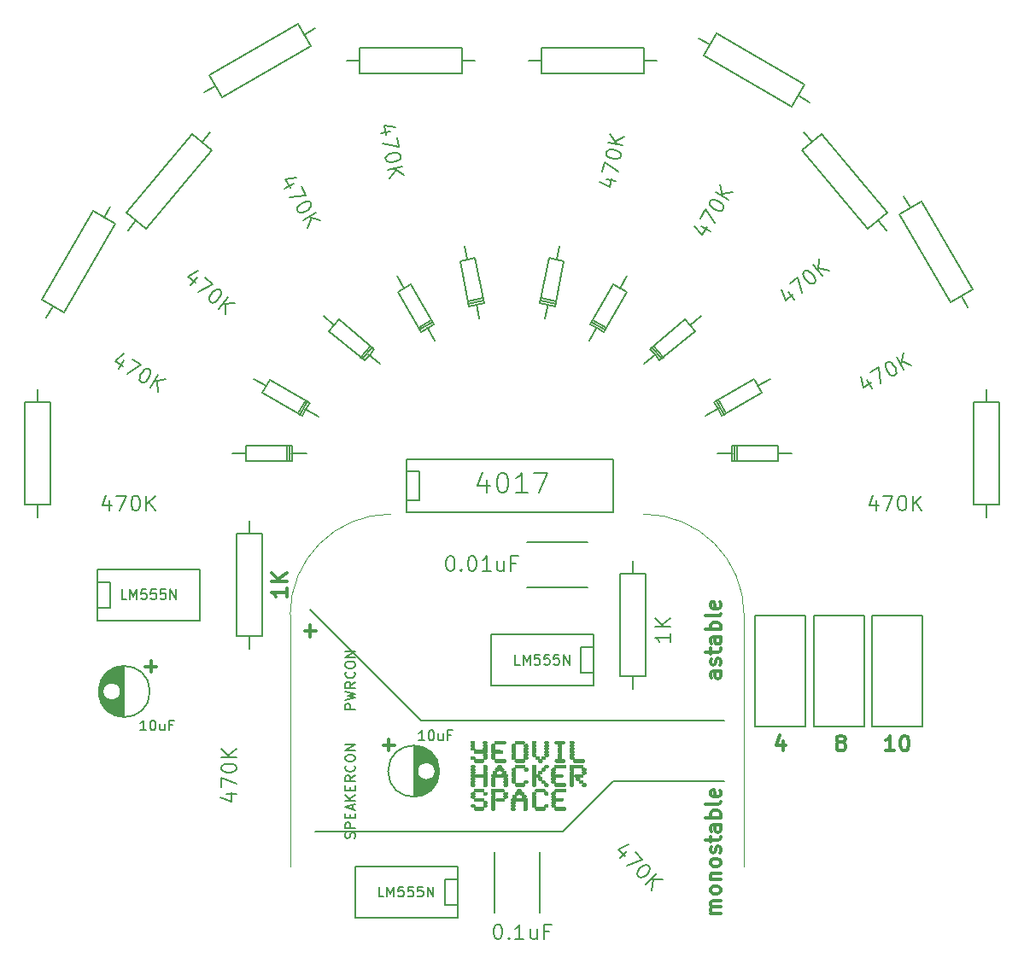
<source format=gto>
G04 #@! TF.FileFunction,Legend,Top*
%FSLAX46Y46*%
G04 Gerber Fmt 4.6, Leading zero omitted, Abs format (unit mm)*
G04 Created by KiCad (PCBNEW (2015-11-24 BZR 6329)-product) date Thu 14 Jan 2016 05:58:13 PM EST*
%MOMM*%
G01*
G04 APERTURE LIST*
%ADD10C,0.100000*%
%ADD11C,0.150000*%
%ADD12C,0.300000*%
%ADD13C,0.200000*%
G04 APERTURE END LIST*
D10*
D11*
X203328572Y-96452381D02*
X202757143Y-96452381D01*
X203042857Y-96452381D02*
X203042857Y-95452381D01*
X202947619Y-95595238D01*
X202852381Y-95690476D01*
X202757143Y-95738095D01*
X203947619Y-95452381D02*
X204042858Y-95452381D01*
X204138096Y-95500000D01*
X204185715Y-95547619D01*
X204233334Y-95642857D01*
X204280953Y-95833333D01*
X204280953Y-96071429D01*
X204233334Y-96261905D01*
X204185715Y-96357143D01*
X204138096Y-96404762D01*
X204042858Y-96452381D01*
X203947619Y-96452381D01*
X203852381Y-96404762D01*
X203804762Y-96357143D01*
X203757143Y-96261905D01*
X203709524Y-96071429D01*
X203709524Y-95833333D01*
X203757143Y-95642857D01*
X203804762Y-95547619D01*
X203852381Y-95500000D01*
X203947619Y-95452381D01*
X205138096Y-95785714D02*
X205138096Y-96452381D01*
X204709524Y-95785714D02*
X204709524Y-96309524D01*
X204757143Y-96404762D01*
X204852381Y-96452381D01*
X204995239Y-96452381D01*
X205090477Y-96404762D01*
X205138096Y-96357143D01*
X205947620Y-95928571D02*
X205614286Y-95928571D01*
X205614286Y-96452381D02*
X205614286Y-95452381D01*
X206090477Y-95452381D01*
D12*
X249914286Y-97478571D02*
X249057143Y-97478571D01*
X249485715Y-97478571D02*
X249485715Y-95978571D01*
X249342858Y-96192857D01*
X249200000Y-96335714D01*
X249057143Y-96407143D01*
X250842857Y-95978571D02*
X250985714Y-95978571D01*
X251128571Y-96050000D01*
X251200000Y-96121429D01*
X251271429Y-96264286D01*
X251342857Y-96550000D01*
X251342857Y-96907143D01*
X251271429Y-97192857D01*
X251200000Y-97335714D01*
X251128571Y-97407143D01*
X250985714Y-97478571D01*
X250842857Y-97478571D01*
X250700000Y-97407143D01*
X250628571Y-97335714D01*
X250557143Y-97192857D01*
X250485714Y-96907143D01*
X250485714Y-96550000D01*
X250557143Y-96264286D01*
X250628571Y-96121429D01*
X250700000Y-96050000D01*
X250842857Y-95978571D01*
X244457144Y-96621429D02*
X244314286Y-96550000D01*
X244242858Y-96478571D01*
X244171429Y-96335714D01*
X244171429Y-96264286D01*
X244242858Y-96121429D01*
X244314286Y-96050000D01*
X244457144Y-95978571D01*
X244742858Y-95978571D01*
X244885715Y-96050000D01*
X244957144Y-96121429D01*
X245028572Y-96264286D01*
X245028572Y-96335714D01*
X244957144Y-96478571D01*
X244885715Y-96550000D01*
X244742858Y-96621429D01*
X244457144Y-96621429D01*
X244314286Y-96692857D01*
X244242858Y-96764286D01*
X244171429Y-96907143D01*
X244171429Y-97192857D01*
X244242858Y-97335714D01*
X244314286Y-97407143D01*
X244457144Y-97478571D01*
X244742858Y-97478571D01*
X244885715Y-97407143D01*
X244957144Y-97335714D01*
X245028572Y-97192857D01*
X245028572Y-96907143D01*
X244957144Y-96764286D01*
X244885715Y-96692857D01*
X244742858Y-96621429D01*
X238885715Y-96478571D02*
X238885715Y-97478571D01*
X238528572Y-95907143D02*
X238171429Y-96978571D01*
X239100001Y-96978571D01*
X189678571Y-81321428D02*
X189678571Y-82178571D01*
X189678571Y-81749999D02*
X188178571Y-81749999D01*
X188392857Y-81892856D01*
X188535714Y-82035714D01*
X188607143Y-82178571D01*
X189678571Y-80678571D02*
X188178571Y-80678571D01*
X189678571Y-79821428D02*
X188821429Y-80464285D01*
X188178571Y-79821428D02*
X189035714Y-80678571D01*
X199228572Y-96907143D02*
X200371429Y-96907143D01*
X199800000Y-97478571D02*
X199800000Y-96335714D01*
X232678571Y-89607143D02*
X231892857Y-89607143D01*
X231750000Y-89678572D01*
X231678571Y-89821429D01*
X231678571Y-90107143D01*
X231750000Y-90250000D01*
X232607143Y-89607143D02*
X232678571Y-89750000D01*
X232678571Y-90107143D01*
X232607143Y-90250000D01*
X232464286Y-90321429D01*
X232321429Y-90321429D01*
X232178571Y-90250000D01*
X232107143Y-90107143D01*
X232107143Y-89750000D01*
X232035714Y-89607143D01*
X232607143Y-88964286D02*
X232678571Y-88821429D01*
X232678571Y-88535714D01*
X232607143Y-88392857D01*
X232464286Y-88321429D01*
X232392857Y-88321429D01*
X232250000Y-88392857D01*
X232178571Y-88535714D01*
X232178571Y-88750000D01*
X232107143Y-88892857D01*
X231964286Y-88964286D01*
X231892857Y-88964286D01*
X231750000Y-88892857D01*
X231678571Y-88750000D01*
X231678571Y-88535714D01*
X231750000Y-88392857D01*
X231678571Y-87892857D02*
X231678571Y-87321428D01*
X231178571Y-87678571D02*
X232464286Y-87678571D01*
X232607143Y-87607143D01*
X232678571Y-87464285D01*
X232678571Y-87321428D01*
X232678571Y-86178571D02*
X231892857Y-86178571D01*
X231750000Y-86250000D01*
X231678571Y-86392857D01*
X231678571Y-86678571D01*
X231750000Y-86821428D01*
X232607143Y-86178571D02*
X232678571Y-86321428D01*
X232678571Y-86678571D01*
X232607143Y-86821428D01*
X232464286Y-86892857D01*
X232321429Y-86892857D01*
X232178571Y-86821428D01*
X232107143Y-86678571D01*
X232107143Y-86321428D01*
X232035714Y-86178571D01*
X232678571Y-85464285D02*
X231178571Y-85464285D01*
X231750000Y-85464285D02*
X231678571Y-85321428D01*
X231678571Y-85035714D01*
X231750000Y-84892857D01*
X231821429Y-84821428D01*
X231964286Y-84749999D01*
X232392857Y-84749999D01*
X232535714Y-84821428D01*
X232607143Y-84892857D01*
X232678571Y-85035714D01*
X232678571Y-85321428D01*
X232607143Y-85464285D01*
X232678571Y-83892856D02*
X232607143Y-84035714D01*
X232464286Y-84107142D01*
X231178571Y-84107142D01*
X232607143Y-82750000D02*
X232678571Y-82892857D01*
X232678571Y-83178571D01*
X232607143Y-83321428D01*
X232464286Y-83392857D01*
X231892857Y-83392857D01*
X231750000Y-83321428D01*
X231678571Y-83178571D01*
X231678571Y-82892857D01*
X231750000Y-82750000D01*
X231892857Y-82678571D01*
X232035714Y-82678571D01*
X232178571Y-83392857D01*
X232678571Y-113607143D02*
X231678571Y-113607143D01*
X231821429Y-113607143D02*
X231750000Y-113535715D01*
X231678571Y-113392857D01*
X231678571Y-113178572D01*
X231750000Y-113035715D01*
X231892857Y-112964286D01*
X232678571Y-112964286D01*
X231892857Y-112964286D02*
X231750000Y-112892857D01*
X231678571Y-112750000D01*
X231678571Y-112535715D01*
X231750000Y-112392857D01*
X231892857Y-112321429D01*
X232678571Y-112321429D01*
X232678571Y-111392857D02*
X232607143Y-111535715D01*
X232535714Y-111607143D01*
X232392857Y-111678572D01*
X231964286Y-111678572D01*
X231821429Y-111607143D01*
X231750000Y-111535715D01*
X231678571Y-111392857D01*
X231678571Y-111178572D01*
X231750000Y-111035715D01*
X231821429Y-110964286D01*
X231964286Y-110892857D01*
X232392857Y-110892857D01*
X232535714Y-110964286D01*
X232607143Y-111035715D01*
X232678571Y-111178572D01*
X232678571Y-111392857D01*
X231678571Y-110250000D02*
X232678571Y-110250000D01*
X231821429Y-110250000D02*
X231750000Y-110178572D01*
X231678571Y-110035714D01*
X231678571Y-109821429D01*
X231750000Y-109678572D01*
X231892857Y-109607143D01*
X232678571Y-109607143D01*
X232678571Y-108678571D02*
X232607143Y-108821429D01*
X232535714Y-108892857D01*
X232392857Y-108964286D01*
X231964286Y-108964286D01*
X231821429Y-108892857D01*
X231750000Y-108821429D01*
X231678571Y-108678571D01*
X231678571Y-108464286D01*
X231750000Y-108321429D01*
X231821429Y-108250000D01*
X231964286Y-108178571D01*
X232392857Y-108178571D01*
X232535714Y-108250000D01*
X232607143Y-108321429D01*
X232678571Y-108464286D01*
X232678571Y-108678571D01*
X232607143Y-107607143D02*
X232678571Y-107464286D01*
X232678571Y-107178571D01*
X232607143Y-107035714D01*
X232464286Y-106964286D01*
X232392857Y-106964286D01*
X232250000Y-107035714D01*
X232178571Y-107178571D01*
X232178571Y-107392857D01*
X232107143Y-107535714D01*
X231964286Y-107607143D01*
X231892857Y-107607143D01*
X231750000Y-107535714D01*
X231678571Y-107392857D01*
X231678571Y-107178571D01*
X231750000Y-107035714D01*
X231678571Y-106535714D02*
X231678571Y-105964285D01*
X231178571Y-106321428D02*
X232464286Y-106321428D01*
X232607143Y-106250000D01*
X232678571Y-106107142D01*
X232678571Y-105964285D01*
X232678571Y-104821428D02*
X231892857Y-104821428D01*
X231750000Y-104892857D01*
X231678571Y-105035714D01*
X231678571Y-105321428D01*
X231750000Y-105464285D01*
X232607143Y-104821428D02*
X232678571Y-104964285D01*
X232678571Y-105321428D01*
X232607143Y-105464285D01*
X232464286Y-105535714D01*
X232321429Y-105535714D01*
X232178571Y-105464285D01*
X232107143Y-105321428D01*
X232107143Y-104964285D01*
X232035714Y-104821428D01*
X232678571Y-104107142D02*
X231178571Y-104107142D01*
X231750000Y-104107142D02*
X231678571Y-103964285D01*
X231678571Y-103678571D01*
X231750000Y-103535714D01*
X231821429Y-103464285D01*
X231964286Y-103392856D01*
X232392857Y-103392856D01*
X232535714Y-103464285D01*
X232607143Y-103535714D01*
X232678571Y-103678571D01*
X232678571Y-103964285D01*
X232607143Y-104107142D01*
X232678571Y-102535713D02*
X232607143Y-102678571D01*
X232464286Y-102749999D01*
X231178571Y-102749999D01*
X232607143Y-101392857D02*
X232678571Y-101535714D01*
X232678571Y-101821428D01*
X232607143Y-101964285D01*
X232464286Y-102035714D01*
X231892857Y-102035714D01*
X231750000Y-101964285D01*
X231678571Y-101821428D01*
X231678571Y-101535714D01*
X231750000Y-101392857D01*
X231892857Y-101321428D01*
X232035714Y-101321428D01*
X232178571Y-102035714D01*
X175628572Y-89107143D02*
X176771429Y-89107143D01*
X176200000Y-89678571D02*
X176200000Y-88535714D01*
X191428572Y-85607143D02*
X192571429Y-85607143D01*
X192000000Y-86178571D02*
X192000000Y-85035714D01*
D13*
X217000000Y-105500000D02*
X192500000Y-105500000D01*
X222000000Y-100500000D02*
X217000000Y-105500000D01*
X233000000Y-100500000D02*
X222000000Y-100500000D01*
X203000000Y-94500000D02*
X207500000Y-94500000D01*
X192000000Y-83500000D02*
X203000000Y-94500000D01*
X233000000Y-94500000D02*
X207500000Y-94500000D01*
D10*
X200000000Y-74000000D02*
G75*
G03X190000000Y-84000000I0J-10000000D01*
G01*
X235000000Y-84000000D02*
G75*
G03X225000000Y-74000000I-10000000J0D01*
G01*
X235000000Y-84000000D02*
X235000000Y-109000000D01*
X190000000Y-84000000D02*
X190000000Y-109000000D01*
D11*
X241100000Y-95100000D02*
X236100000Y-95100000D01*
X236100000Y-84100000D02*
X241100000Y-84100000D01*
X236100000Y-95100000D02*
X236100000Y-84100000D01*
X241100000Y-84100000D02*
X241100000Y-95100000D01*
X201500000Y-69800000D02*
X202800000Y-69800000D01*
X202800000Y-69800000D02*
X202800000Y-72600000D01*
X202800000Y-72600000D02*
X201500000Y-72600000D01*
X222000000Y-68600000D02*
X222000000Y-73800000D01*
X201500000Y-68600000D02*
X201500000Y-73800000D01*
X222000000Y-73800000D02*
X201500000Y-73800000D01*
X201500000Y-68600000D02*
X222000000Y-68600000D01*
X170920000Y-80730000D02*
X172190000Y-80730000D01*
X172190000Y-80730000D02*
X172190000Y-83270000D01*
X172190000Y-83270000D02*
X170920000Y-83270000D01*
X170920000Y-79460000D02*
X181080000Y-79460000D01*
X181080000Y-79460000D02*
X181080000Y-84540000D01*
X181080000Y-84540000D02*
X170920000Y-84540000D01*
X170920000Y-84540000D02*
X170920000Y-79460000D01*
X206580000Y-112770000D02*
X205310000Y-112770000D01*
X205310000Y-112770000D02*
X205310000Y-110230000D01*
X205310000Y-110230000D02*
X206580000Y-110230000D01*
X206580000Y-114040000D02*
X196420000Y-114040000D01*
X196420000Y-114040000D02*
X196420000Y-108960000D01*
X196420000Y-108960000D02*
X206580000Y-108960000D01*
X206580000Y-108960000D02*
X206580000Y-114040000D01*
X220080000Y-89770000D02*
X218810000Y-89770000D01*
X218810000Y-89770000D02*
X218810000Y-87230000D01*
X218810000Y-87230000D02*
X220080000Y-87230000D01*
X220080000Y-91040000D02*
X209920000Y-91040000D01*
X209920000Y-91040000D02*
X209920000Y-85960000D01*
X209920000Y-85960000D02*
X220080000Y-85960000D01*
X220080000Y-85960000D02*
X220080000Y-91040000D01*
X213500000Y-76750000D02*
X219500000Y-76750000D01*
X219500000Y-81250000D02*
X213500000Y-81250000D01*
X210250000Y-113500000D02*
X210250000Y-107500000D01*
X214750000Y-107500000D02*
X214750000Y-113500000D01*
X222730000Y-90080000D02*
X225270000Y-90080000D01*
X225270000Y-90080000D02*
X225270000Y-79920000D01*
X225270000Y-79920000D02*
X222730000Y-79920000D01*
X222730000Y-79920000D02*
X222730000Y-90080000D01*
X224000000Y-78650000D02*
X224000000Y-79920000D01*
X224000000Y-91350000D02*
X224000000Y-90080000D01*
D10*
G36*
X211201021Y-101397032D02*
X211196556Y-101442339D01*
X211182958Y-101478977D01*
X211159922Y-101507386D01*
X211127143Y-101528006D01*
X211104596Y-101536262D01*
X211096488Y-101538220D01*
X211085735Y-101539902D01*
X211071400Y-101541328D01*
X211052548Y-101542518D01*
X211028243Y-101543491D01*
X210997549Y-101544268D01*
X210959531Y-101544868D01*
X210913253Y-101545312D01*
X210857779Y-101545619D01*
X210792173Y-101545810D01*
X210715500Y-101545903D01*
X210650673Y-101545922D01*
X210564137Y-101545910D01*
X210489510Y-101545928D01*
X210426001Y-101546058D01*
X210372819Y-101546381D01*
X210329173Y-101546978D01*
X210294271Y-101547932D01*
X210267322Y-101549322D01*
X210247536Y-101551231D01*
X210234122Y-101553740D01*
X210226288Y-101556930D01*
X210223243Y-101560884D01*
X210224197Y-101565681D01*
X210228358Y-101571404D01*
X210234934Y-101578134D01*
X210243136Y-101585952D01*
X210244918Y-101587669D01*
X210271657Y-101619284D01*
X210287236Y-101652803D01*
X210293110Y-101691597D01*
X210293250Y-101699651D01*
X210287951Y-101744257D01*
X210272361Y-101782350D01*
X210246938Y-101813027D01*
X210228737Y-101826531D01*
X210212038Y-101837711D01*
X210200875Y-101846761D01*
X210198000Y-101850689D01*
X210202693Y-101857504D01*
X210214022Y-101866901D01*
X210214400Y-101867165D01*
X210248288Y-101893337D01*
X210271528Y-101918630D01*
X210285608Y-101945898D01*
X210292016Y-101977993D01*
X210292304Y-102016531D01*
X210287810Y-102053119D01*
X210277191Y-102081342D01*
X210258366Y-102104846D01*
X210229254Y-102127279D01*
X210229016Y-102127437D01*
X210212340Y-102139393D01*
X210201081Y-102149276D01*
X210198000Y-102153906D01*
X210202705Y-102161401D01*
X210214044Y-102171121D01*
X210214271Y-102171281D01*
X210247123Y-102196470D01*
X210269765Y-102220094D01*
X210283865Y-102245065D01*
X210291091Y-102274299D01*
X210293110Y-102308963D01*
X210290154Y-102348809D01*
X210280030Y-102380217D01*
X210261286Y-102406064D01*
X210232467Y-102429229D01*
X210232316Y-102429329D01*
X210214840Y-102442183D01*
X210203079Y-102453318D01*
X210199603Y-102460193D01*
X210205913Y-102467554D01*
X210219720Y-102478756D01*
X210233356Y-102488253D01*
X210258884Y-102509218D01*
X210277933Y-102533164D01*
X210279420Y-102535771D01*
X210286824Y-102551154D01*
X210291015Y-102566206D01*
X210292633Y-102585018D01*
X210292315Y-102611678D01*
X210292120Y-102617142D01*
X210288545Y-102655329D01*
X210280091Y-102684248D01*
X210265216Y-102706856D01*
X210242379Y-102726110D01*
X210231808Y-102732853D01*
X210215994Y-102744069D01*
X210206069Y-102754348D01*
X210204350Y-102758571D01*
X210208899Y-102766981D01*
X210220866Y-102780460D01*
X210237728Y-102796187D01*
X210238932Y-102797219D01*
X210265378Y-102823401D01*
X210282229Y-102850172D01*
X210290869Y-102880947D01*
X210292683Y-102919143D01*
X210292303Y-102928898D01*
X210287827Y-102964042D01*
X210277121Y-102991927D01*
X210258208Y-103015923D01*
X210229113Y-103039399D01*
X210226384Y-103041288D01*
X210210586Y-103053451D01*
X210200342Y-103063869D01*
X210198136Y-103068389D01*
X210203030Y-103075697D01*
X210215714Y-103087468D01*
X210233017Y-103100839D01*
X210262969Y-103126828D01*
X210281907Y-103155366D01*
X210291346Y-103189429D01*
X210293110Y-103218975D01*
X210288347Y-103263194D01*
X210274177Y-103299089D01*
X210250276Y-103327186D01*
X210216325Y-103348013D01*
X210213788Y-103349117D01*
X210194139Y-103354501D01*
X210165619Y-103358646D01*
X210132012Y-103361373D01*
X210097104Y-103362503D01*
X210064679Y-103361858D01*
X210038521Y-103359259D01*
X210031106Y-103357746D01*
X209989149Y-103341702D01*
X209956564Y-103317292D01*
X209933821Y-103285119D01*
X209921391Y-103245790D01*
X209919083Y-103214010D01*
X209923533Y-103171723D01*
X209936234Y-103138189D01*
X209958075Y-103111837D01*
X209988172Y-103091985D01*
X210005073Y-103080968D01*
X210013257Y-103070353D01*
X210013620Y-103067956D01*
X210008555Y-103058824D01*
X209995622Y-103046135D01*
X209980708Y-103034822D01*
X209949865Y-103008563D01*
X209930070Y-102978206D01*
X209920211Y-102941602D01*
X209918600Y-102914789D01*
X209922671Y-102873045D01*
X209935620Y-102839163D01*
X209958548Y-102810986D01*
X209980282Y-102794063D01*
X209997622Y-102781341D01*
X210009693Y-102770368D01*
X210013620Y-102764264D01*
X210009043Y-102755585D01*
X209997704Y-102745346D01*
X209997578Y-102745257D01*
X209964549Y-102719868D01*
X209941802Y-102695983D01*
X209927687Y-102670767D01*
X209920553Y-102641382D01*
X209918739Y-102609739D01*
X209922962Y-102568275D01*
X209936626Y-102534288D01*
X209960762Y-102505759D01*
X209979209Y-102491434D01*
X209996364Y-102478592D01*
X210008564Y-102467403D01*
X210012597Y-102461584D01*
X210008780Y-102453835D01*
X209996915Y-102442362D01*
X209984022Y-102432747D01*
X209954240Y-102409142D01*
X209934623Y-102383905D01*
X209923511Y-102353862D01*
X209919245Y-102315836D01*
X209919083Y-102308519D01*
X209924289Y-102265355D01*
X209940504Y-102227254D01*
X209966935Y-102195757D01*
X209983400Y-102183186D01*
X209999742Y-102171752D01*
X210010697Y-102162733D01*
X210013503Y-102159110D01*
X210008986Y-102153298D01*
X209996801Y-102142395D01*
X209979568Y-102128739D01*
X209979235Y-102128488D01*
X209949639Y-102101868D01*
X209930750Y-102073317D01*
X209921004Y-102039638D01*
X209918739Y-102004847D01*
X209922710Y-101962575D01*
X209933984Y-101928189D01*
X209952034Y-101903072D01*
X209959791Y-101896771D01*
X209976589Y-101884346D01*
X209994728Y-101869887D01*
X209996451Y-101868446D01*
X210015980Y-101852008D01*
X209979392Y-101825039D01*
X209949465Y-101798663D01*
X209930508Y-101770378D01*
X209920863Y-101736921D01*
X209918739Y-101705696D01*
X209923495Y-101660987D01*
X209938511Y-101623411D01*
X209964396Y-101591864D01*
X209993539Y-101570103D01*
X210006512Y-101559883D01*
X210012575Y-101550654D01*
X210012589Y-101548867D01*
X210006591Y-101541124D01*
X209993011Y-101529558D01*
X209978925Y-101519490D01*
X209948837Y-101492307D01*
X209928581Y-101457927D01*
X209918530Y-101417611D01*
X209919059Y-101372619D01*
X209925648Y-101340010D01*
X209937689Y-101315137D01*
X209958244Y-101290485D01*
X209983597Y-101269690D01*
X210010032Y-101256388D01*
X210011635Y-101255888D01*
X210023215Y-101254338D01*
X210046245Y-101252952D01*
X210079556Y-101251731D01*
X210121975Y-101250672D01*
X210172332Y-101249774D01*
X210229457Y-101249035D01*
X210292179Y-101248455D01*
X210359326Y-101248032D01*
X210429729Y-101247764D01*
X210502216Y-101247650D01*
X210575616Y-101247689D01*
X210648760Y-101247879D01*
X210720475Y-101248220D01*
X210789592Y-101248709D01*
X210854939Y-101249345D01*
X210915346Y-101250127D01*
X210969642Y-101251053D01*
X211016656Y-101252123D01*
X211055218Y-101253334D01*
X211084156Y-101254686D01*
X211102301Y-101256176D01*
X211107650Y-101257181D01*
X211145840Y-101276112D01*
X211173821Y-101302289D01*
X211191877Y-101336136D01*
X211200291Y-101378076D01*
X211201021Y-101397032D01*
X211201021Y-101397032D01*
X211201021Y-101397032D01*
G37*
X211201021Y-101397032D02*
X211196556Y-101442339D01*
X211182958Y-101478977D01*
X211159922Y-101507386D01*
X211127143Y-101528006D01*
X211104596Y-101536262D01*
X211096488Y-101538220D01*
X211085735Y-101539902D01*
X211071400Y-101541328D01*
X211052548Y-101542518D01*
X211028243Y-101543491D01*
X210997549Y-101544268D01*
X210959531Y-101544868D01*
X210913253Y-101545312D01*
X210857779Y-101545619D01*
X210792173Y-101545810D01*
X210715500Y-101545903D01*
X210650673Y-101545922D01*
X210564137Y-101545910D01*
X210489510Y-101545928D01*
X210426001Y-101546058D01*
X210372819Y-101546381D01*
X210329173Y-101546978D01*
X210294271Y-101547932D01*
X210267322Y-101549322D01*
X210247536Y-101551231D01*
X210234122Y-101553740D01*
X210226288Y-101556930D01*
X210223243Y-101560884D01*
X210224197Y-101565681D01*
X210228358Y-101571404D01*
X210234934Y-101578134D01*
X210243136Y-101585952D01*
X210244918Y-101587669D01*
X210271657Y-101619284D01*
X210287236Y-101652803D01*
X210293110Y-101691597D01*
X210293250Y-101699651D01*
X210287951Y-101744257D01*
X210272361Y-101782350D01*
X210246938Y-101813027D01*
X210228737Y-101826531D01*
X210212038Y-101837711D01*
X210200875Y-101846761D01*
X210198000Y-101850689D01*
X210202693Y-101857504D01*
X210214022Y-101866901D01*
X210214400Y-101867165D01*
X210248288Y-101893337D01*
X210271528Y-101918630D01*
X210285608Y-101945898D01*
X210292016Y-101977993D01*
X210292304Y-102016531D01*
X210287810Y-102053119D01*
X210277191Y-102081342D01*
X210258366Y-102104846D01*
X210229254Y-102127279D01*
X210229016Y-102127437D01*
X210212340Y-102139393D01*
X210201081Y-102149276D01*
X210198000Y-102153906D01*
X210202705Y-102161401D01*
X210214044Y-102171121D01*
X210214271Y-102171281D01*
X210247123Y-102196470D01*
X210269765Y-102220094D01*
X210283865Y-102245065D01*
X210291091Y-102274299D01*
X210293110Y-102308963D01*
X210290154Y-102348809D01*
X210280030Y-102380217D01*
X210261286Y-102406064D01*
X210232467Y-102429229D01*
X210232316Y-102429329D01*
X210214840Y-102442183D01*
X210203079Y-102453318D01*
X210199603Y-102460193D01*
X210205913Y-102467554D01*
X210219720Y-102478756D01*
X210233356Y-102488253D01*
X210258884Y-102509218D01*
X210277933Y-102533164D01*
X210279420Y-102535771D01*
X210286824Y-102551154D01*
X210291015Y-102566206D01*
X210292633Y-102585018D01*
X210292315Y-102611678D01*
X210292120Y-102617142D01*
X210288545Y-102655329D01*
X210280091Y-102684248D01*
X210265216Y-102706856D01*
X210242379Y-102726110D01*
X210231808Y-102732853D01*
X210215994Y-102744069D01*
X210206069Y-102754348D01*
X210204350Y-102758571D01*
X210208899Y-102766981D01*
X210220866Y-102780460D01*
X210237728Y-102796187D01*
X210238932Y-102797219D01*
X210265378Y-102823401D01*
X210282229Y-102850172D01*
X210290869Y-102880947D01*
X210292683Y-102919143D01*
X210292303Y-102928898D01*
X210287827Y-102964042D01*
X210277121Y-102991927D01*
X210258208Y-103015923D01*
X210229113Y-103039399D01*
X210226384Y-103041288D01*
X210210586Y-103053451D01*
X210200342Y-103063869D01*
X210198136Y-103068389D01*
X210203030Y-103075697D01*
X210215714Y-103087468D01*
X210233017Y-103100839D01*
X210262969Y-103126828D01*
X210281907Y-103155366D01*
X210291346Y-103189429D01*
X210293110Y-103218975D01*
X210288347Y-103263194D01*
X210274177Y-103299089D01*
X210250276Y-103327186D01*
X210216325Y-103348013D01*
X210213788Y-103349117D01*
X210194139Y-103354501D01*
X210165619Y-103358646D01*
X210132012Y-103361373D01*
X210097104Y-103362503D01*
X210064679Y-103361858D01*
X210038521Y-103359259D01*
X210031106Y-103357746D01*
X209989149Y-103341702D01*
X209956564Y-103317292D01*
X209933821Y-103285119D01*
X209921391Y-103245790D01*
X209919083Y-103214010D01*
X209923533Y-103171723D01*
X209936234Y-103138189D01*
X209958075Y-103111837D01*
X209988172Y-103091985D01*
X210005073Y-103080968D01*
X210013257Y-103070353D01*
X210013620Y-103067956D01*
X210008555Y-103058824D01*
X209995622Y-103046135D01*
X209980708Y-103034822D01*
X209949865Y-103008563D01*
X209930070Y-102978206D01*
X209920211Y-102941602D01*
X209918600Y-102914789D01*
X209922671Y-102873045D01*
X209935620Y-102839163D01*
X209958548Y-102810986D01*
X209980282Y-102794063D01*
X209997622Y-102781341D01*
X210009693Y-102770368D01*
X210013620Y-102764264D01*
X210009043Y-102755585D01*
X209997704Y-102745346D01*
X209997578Y-102745257D01*
X209964549Y-102719868D01*
X209941802Y-102695983D01*
X209927687Y-102670767D01*
X209920553Y-102641382D01*
X209918739Y-102609739D01*
X209922962Y-102568275D01*
X209936626Y-102534288D01*
X209960762Y-102505759D01*
X209979209Y-102491434D01*
X209996364Y-102478592D01*
X210008564Y-102467403D01*
X210012597Y-102461584D01*
X210008780Y-102453835D01*
X209996915Y-102442362D01*
X209984022Y-102432747D01*
X209954240Y-102409142D01*
X209934623Y-102383905D01*
X209923511Y-102353862D01*
X209919245Y-102315836D01*
X209919083Y-102308519D01*
X209924289Y-102265355D01*
X209940504Y-102227254D01*
X209966935Y-102195757D01*
X209983400Y-102183186D01*
X209999742Y-102171752D01*
X210010697Y-102162733D01*
X210013503Y-102159110D01*
X210008986Y-102153298D01*
X209996801Y-102142395D01*
X209979568Y-102128739D01*
X209979235Y-102128488D01*
X209949639Y-102101868D01*
X209930750Y-102073317D01*
X209921004Y-102039638D01*
X209918739Y-102004847D01*
X209922710Y-101962575D01*
X209933984Y-101928189D01*
X209952034Y-101903072D01*
X209959791Y-101896771D01*
X209976589Y-101884346D01*
X209994728Y-101869887D01*
X209996451Y-101868446D01*
X210015980Y-101852008D01*
X209979392Y-101825039D01*
X209949465Y-101798663D01*
X209930508Y-101770378D01*
X209920863Y-101736921D01*
X209918739Y-101705696D01*
X209923495Y-101660987D01*
X209938511Y-101623411D01*
X209964396Y-101591864D01*
X209993539Y-101570103D01*
X210006512Y-101559883D01*
X210012575Y-101550654D01*
X210012589Y-101548867D01*
X210006591Y-101541124D01*
X209993011Y-101529558D01*
X209978925Y-101519490D01*
X209948837Y-101492307D01*
X209928581Y-101457927D01*
X209918530Y-101417611D01*
X209919059Y-101372619D01*
X209925648Y-101340010D01*
X209937689Y-101315137D01*
X209958244Y-101290485D01*
X209983597Y-101269690D01*
X210010032Y-101256388D01*
X210011635Y-101255888D01*
X210023215Y-101254338D01*
X210046245Y-101252952D01*
X210079556Y-101251731D01*
X210121975Y-101250672D01*
X210172332Y-101249774D01*
X210229457Y-101249035D01*
X210292179Y-101248455D01*
X210359326Y-101248032D01*
X210429729Y-101247764D01*
X210502216Y-101247650D01*
X210575616Y-101247689D01*
X210648760Y-101247879D01*
X210720475Y-101248220D01*
X210789592Y-101248709D01*
X210854939Y-101249345D01*
X210915346Y-101250127D01*
X210969642Y-101251053D01*
X211016656Y-101252123D01*
X211055218Y-101253334D01*
X211084156Y-101254686D01*
X211102301Y-101256176D01*
X211107650Y-101257181D01*
X211145840Y-101276112D01*
X211173821Y-101302289D01*
X211191877Y-101336136D01*
X211200291Y-101378076D01*
X211201021Y-101397032D01*
X211201021Y-101397032D01*
G36*
X213480950Y-102914823D02*
X213477792Y-102953877D01*
X213467170Y-102985343D01*
X213447361Y-103012677D01*
X213420222Y-103036625D01*
X213385377Y-103063333D01*
X213401245Y-103076004D01*
X213417587Y-103088886D01*
X213435567Y-103102838D01*
X213436534Y-103103581D01*
X213459558Y-103127363D01*
X213473916Y-103157532D01*
X213480318Y-103195843D01*
X213480810Y-103213554D01*
X213476601Y-103258720D01*
X213464001Y-103295390D01*
X213442603Y-103323863D01*
X213412000Y-103344438D01*
X213371784Y-103357415D01*
X213321548Y-103363092D01*
X213277512Y-103362760D01*
X213236715Y-103359714D01*
X213205629Y-103354279D01*
X213181337Y-103345392D01*
X213160919Y-103331991D01*
X213141796Y-103313392D01*
X213119536Y-103280016D01*
X213108054Y-103242670D01*
X213107059Y-103203590D01*
X213116257Y-103165013D01*
X213135357Y-103129176D01*
X213164065Y-103098316D01*
X213170606Y-103093181D01*
X213187016Y-103079809D01*
X213198236Y-103068472D01*
X213201550Y-103062641D01*
X213196591Y-103055385D01*
X213183787Y-103044466D01*
X213171046Y-103035620D01*
X213141446Y-103011092D01*
X213121578Y-102980824D01*
X213110405Y-102942926D01*
X213107723Y-102920072D01*
X213109689Y-102875593D01*
X213122409Y-102837782D01*
X213145834Y-102806740D01*
X213170086Y-102788154D01*
X213187101Y-102776347D01*
X213198526Y-102765814D01*
X213201550Y-102760329D01*
X213196662Y-102752551D01*
X213183920Y-102740719D01*
X213168163Y-102728877D01*
X213139570Y-102705697D01*
X213121313Y-102681109D01*
X213111229Y-102651453D01*
X213107977Y-102627023D01*
X213107822Y-102587006D01*
X213115438Y-102553803D01*
X213132247Y-102523252D01*
X213151382Y-102499967D01*
X213166293Y-102482340D01*
X213176337Y-102467807D01*
X213179657Y-102459120D01*
X213179430Y-102458440D01*
X213172355Y-102457044D01*
X213152933Y-102455817D01*
X213121120Y-102454760D01*
X213076871Y-102453871D01*
X213020140Y-102453150D01*
X212950883Y-102452597D01*
X212869055Y-102452210D01*
X212774610Y-102451990D01*
X212686625Y-102451933D01*
X212593254Y-102451912D01*
X212511838Y-102451896D01*
X212441636Y-102451960D01*
X212381904Y-102452176D01*
X212331897Y-102452619D01*
X212290874Y-102453360D01*
X212258090Y-102454474D01*
X212232803Y-102456034D01*
X212214268Y-102458113D01*
X212201743Y-102460785D01*
X212194483Y-102464122D01*
X212191747Y-102468199D01*
X212192789Y-102473088D01*
X212196868Y-102478862D01*
X212203239Y-102485596D01*
X212211159Y-102493363D01*
X212216139Y-102498337D01*
X212241031Y-102528979D01*
X212255599Y-102561223D01*
X212261452Y-102599079D01*
X212261750Y-102611949D01*
X212257191Y-102653945D01*
X212242982Y-102688417D01*
X212218320Y-102716928D01*
X212201425Y-102729702D01*
X212184509Y-102742192D01*
X212172992Y-102753014D01*
X212169675Y-102758699D01*
X212174300Y-102766319D01*
X212186461Y-102778950D01*
X212203582Y-102793934D01*
X212204600Y-102794760D01*
X212231869Y-102819624D01*
X212249205Y-102843637D01*
X212258478Y-102870622D01*
X212261558Y-102904402D01*
X212261600Y-102911275D01*
X212258609Y-102951144D01*
X212248851Y-102982697D01*
X212230756Y-103009181D01*
X212202752Y-103033842D01*
X212202022Y-103034381D01*
X212184328Y-103048190D01*
X212171603Y-103059584D01*
X212166507Y-103066174D01*
X212166500Y-103066298D01*
X212171646Y-103072150D01*
X212184986Y-103081447D01*
X212199450Y-103089857D01*
X212228112Y-103109906D01*
X212247352Y-103134900D01*
X212258215Y-103166847D01*
X212261746Y-103207751D01*
X212261750Y-103209328D01*
X212257452Y-103254301D01*
X212244170Y-103290876D01*
X212221323Y-103320156D01*
X212192301Y-103341072D01*
X212176373Y-103349560D01*
X212162297Y-103355240D01*
X212146751Y-103358767D01*
X212126410Y-103360796D01*
X212097952Y-103361981D01*
X212084351Y-103362346D01*
X212040724Y-103362463D01*
X212007984Y-103360252D01*
X211984511Y-103355596D01*
X211983083Y-103355147D01*
X211947114Y-103337164D01*
X211918620Y-103309838D01*
X211898692Y-103274779D01*
X211888420Y-103233598D01*
X211887239Y-103213603D01*
X211891447Y-103169843D01*
X211904895Y-103134160D01*
X211928314Y-103105229D01*
X211958603Y-103083819D01*
X211972746Y-103074243D01*
X211980103Y-103065976D01*
X211980401Y-103063684D01*
X211974486Y-103056564D01*
X211961326Y-103044830D01*
X211946946Y-103033457D01*
X211917166Y-103006308D01*
X211898326Y-102976671D01*
X211888954Y-102941547D01*
X211887239Y-102911862D01*
X211889391Y-102875521D01*
X211896712Y-102846405D01*
X211910876Y-102821566D01*
X211933561Y-102798054D01*
X211966078Y-102773177D01*
X211977408Y-102763947D01*
X211982211Y-102757441D01*
X211982213Y-102757337D01*
X211977362Y-102751670D01*
X211964782Y-102741112D01*
X211947332Y-102728047D01*
X211918623Y-102703854D01*
X211900068Y-102678214D01*
X211890275Y-102648082D01*
X211887849Y-102610415D01*
X211888251Y-102599040D01*
X211892423Y-102559606D01*
X211901351Y-102529502D01*
X211916511Y-102505817D01*
X211939375Y-102485638D01*
X211948900Y-102479229D01*
X211966218Y-102467222D01*
X211977829Y-102457322D01*
X211981145Y-102452001D01*
X211975164Y-102445849D01*
X211961665Y-102435399D01*
X211947425Y-102425513D01*
X211917135Y-102399531D01*
X211897687Y-102368362D01*
X211888284Y-102330448D01*
X211887100Y-102307833D01*
X211890009Y-102270167D01*
X211899871Y-102239358D01*
X211918385Y-102210730D01*
X211925391Y-102202421D01*
X211951992Y-102178121D01*
X211982705Y-102162458D01*
X212020726Y-102153982D01*
X212035323Y-102152523D01*
X212058101Y-102149992D01*
X212075937Y-102146578D01*
X212084920Y-102143048D01*
X212084304Y-102135037D01*
X212073801Y-102120459D01*
X212061912Y-102107823D01*
X212036952Y-102078935D01*
X212021979Y-102050364D01*
X212015167Y-102017768D01*
X212014239Y-101994379D01*
X212019652Y-101951430D01*
X212034872Y-101914257D01*
X212058848Y-101884368D01*
X212090529Y-101863275D01*
X212110568Y-101856046D01*
X212133129Y-101852187D01*
X212163980Y-101849784D01*
X212199046Y-101848848D01*
X212234249Y-101849392D01*
X212265513Y-101851426D01*
X212288763Y-101854964D01*
X212290933Y-101855521D01*
X212324188Y-101869384D01*
X212352744Y-101890217D01*
X212373249Y-101915334D01*
X212378276Y-101925549D01*
X212385159Y-101952063D01*
X212388268Y-101984479D01*
X212387545Y-102017572D01*
X212382933Y-102046119D01*
X212379709Y-102055770D01*
X212370206Y-102072652D01*
X212355496Y-102092859D01*
X212344784Y-102105377D01*
X212328224Y-102124426D01*
X212320654Y-102136881D01*
X212321594Y-102144591D01*
X212330565Y-102149406D01*
X212333187Y-102150160D01*
X212343466Y-102151209D01*
X212364855Y-102152091D01*
X212395900Y-102152811D01*
X212435148Y-102153374D01*
X212481147Y-102153783D01*
X212532444Y-102154044D01*
X212587584Y-102154161D01*
X212645116Y-102154139D01*
X212703586Y-102153982D01*
X212761541Y-102153694D01*
X212817529Y-102153281D01*
X212870095Y-102152746D01*
X212917787Y-102152095D01*
X212959152Y-102151332D01*
X212992737Y-102150460D01*
X213017089Y-102149486D01*
X213030755Y-102148413D01*
X213032861Y-102147974D01*
X213045761Y-102140300D01*
X213047486Y-102130509D01*
X213037853Y-102117483D01*
X213026253Y-102107414D01*
X213001069Y-102080029D01*
X212985649Y-102045409D01*
X212979678Y-102002802D01*
X212979578Y-101995760D01*
X212984451Y-101950659D01*
X212998945Y-101913469D01*
X213022874Y-101884514D01*
X213055500Y-101864351D01*
X213092130Y-101853465D01*
X213135599Y-101848089D01*
X213181992Y-101848058D01*
X213227391Y-101853210D01*
X213267878Y-101863379D01*
X213292780Y-101874265D01*
X213320437Y-101893319D01*
X213338885Y-101915540D01*
X213349499Y-101943564D01*
X213353653Y-101980023D01*
X213353845Y-101991322D01*
X213352303Y-102026219D01*
X213346319Y-102053214D01*
X213334114Y-102076795D01*
X213313909Y-102101452D01*
X213307513Y-102108193D01*
X213293166Y-102124460D01*
X213287706Y-102135862D01*
X213292039Y-102143671D01*
X213307072Y-102149161D01*
X213333709Y-102153605D01*
X213340449Y-102154472D01*
X213374915Y-102160300D01*
X213400826Y-102168958D01*
X213422285Y-102182289D01*
X213440940Y-102199547D01*
X213463836Y-102230222D01*
X213476840Y-102265433D01*
X213480950Y-102307833D01*
X213476624Y-102349309D01*
X213463004Y-102383059D01*
X213439124Y-102410922D01*
X213419037Y-102425860D01*
X213401581Y-102438244D01*
X213389513Y-102449015D01*
X213385700Y-102455058D01*
X213390636Y-102462265D01*
X213403560Y-102473617D01*
X213421108Y-102486268D01*
X213448845Y-102508433D01*
X213467059Y-102533171D01*
X213477179Y-102563384D01*
X213480636Y-102601976D01*
X213480671Y-102607159D01*
X213477792Y-102646975D01*
X213468112Y-102678494D01*
X213450060Y-102704966D01*
X213422068Y-102729640D01*
X213421222Y-102730265D01*
X213403601Y-102743598D01*
X213390890Y-102753873D01*
X213385714Y-102758963D01*
X213385700Y-102759046D01*
X213390353Y-102763871D01*
X213402645Y-102774230D01*
X213420073Y-102788026D01*
X213423018Y-102790295D01*
X213449910Y-102814178D01*
X213467436Y-102838822D01*
X213477203Y-102867681D01*
X213480819Y-102904209D01*
X213480950Y-102914823D01*
X213480950Y-102914823D01*
X213480950Y-102914823D01*
G37*
X213480950Y-102914823D02*
X213477792Y-102953877D01*
X213467170Y-102985343D01*
X213447361Y-103012677D01*
X213420222Y-103036625D01*
X213385377Y-103063333D01*
X213401245Y-103076004D01*
X213417587Y-103088886D01*
X213435567Y-103102838D01*
X213436534Y-103103581D01*
X213459558Y-103127363D01*
X213473916Y-103157532D01*
X213480318Y-103195843D01*
X213480810Y-103213554D01*
X213476601Y-103258720D01*
X213464001Y-103295390D01*
X213442603Y-103323863D01*
X213412000Y-103344438D01*
X213371784Y-103357415D01*
X213321548Y-103363092D01*
X213277512Y-103362760D01*
X213236715Y-103359714D01*
X213205629Y-103354279D01*
X213181337Y-103345392D01*
X213160919Y-103331991D01*
X213141796Y-103313392D01*
X213119536Y-103280016D01*
X213108054Y-103242670D01*
X213107059Y-103203590D01*
X213116257Y-103165013D01*
X213135357Y-103129176D01*
X213164065Y-103098316D01*
X213170606Y-103093181D01*
X213187016Y-103079809D01*
X213198236Y-103068472D01*
X213201550Y-103062641D01*
X213196591Y-103055385D01*
X213183787Y-103044466D01*
X213171046Y-103035620D01*
X213141446Y-103011092D01*
X213121578Y-102980824D01*
X213110405Y-102942926D01*
X213107723Y-102920072D01*
X213109689Y-102875593D01*
X213122409Y-102837782D01*
X213145834Y-102806740D01*
X213170086Y-102788154D01*
X213187101Y-102776347D01*
X213198526Y-102765814D01*
X213201550Y-102760329D01*
X213196662Y-102752551D01*
X213183920Y-102740719D01*
X213168163Y-102728877D01*
X213139570Y-102705697D01*
X213121313Y-102681109D01*
X213111229Y-102651453D01*
X213107977Y-102627023D01*
X213107822Y-102587006D01*
X213115438Y-102553803D01*
X213132247Y-102523252D01*
X213151382Y-102499967D01*
X213166293Y-102482340D01*
X213176337Y-102467807D01*
X213179657Y-102459120D01*
X213179430Y-102458440D01*
X213172355Y-102457044D01*
X213152933Y-102455817D01*
X213121120Y-102454760D01*
X213076871Y-102453871D01*
X213020140Y-102453150D01*
X212950883Y-102452597D01*
X212869055Y-102452210D01*
X212774610Y-102451990D01*
X212686625Y-102451933D01*
X212593254Y-102451912D01*
X212511838Y-102451896D01*
X212441636Y-102451960D01*
X212381904Y-102452176D01*
X212331897Y-102452619D01*
X212290874Y-102453360D01*
X212258090Y-102454474D01*
X212232803Y-102456034D01*
X212214268Y-102458113D01*
X212201743Y-102460785D01*
X212194483Y-102464122D01*
X212191747Y-102468199D01*
X212192789Y-102473088D01*
X212196868Y-102478862D01*
X212203239Y-102485596D01*
X212211159Y-102493363D01*
X212216139Y-102498337D01*
X212241031Y-102528979D01*
X212255599Y-102561223D01*
X212261452Y-102599079D01*
X212261750Y-102611949D01*
X212257191Y-102653945D01*
X212242982Y-102688417D01*
X212218320Y-102716928D01*
X212201425Y-102729702D01*
X212184509Y-102742192D01*
X212172992Y-102753014D01*
X212169675Y-102758699D01*
X212174300Y-102766319D01*
X212186461Y-102778950D01*
X212203582Y-102793934D01*
X212204600Y-102794760D01*
X212231869Y-102819624D01*
X212249205Y-102843637D01*
X212258478Y-102870622D01*
X212261558Y-102904402D01*
X212261600Y-102911275D01*
X212258609Y-102951144D01*
X212248851Y-102982697D01*
X212230756Y-103009181D01*
X212202752Y-103033842D01*
X212202022Y-103034381D01*
X212184328Y-103048190D01*
X212171603Y-103059584D01*
X212166507Y-103066174D01*
X212166500Y-103066298D01*
X212171646Y-103072150D01*
X212184986Y-103081447D01*
X212199450Y-103089857D01*
X212228112Y-103109906D01*
X212247352Y-103134900D01*
X212258215Y-103166847D01*
X212261746Y-103207751D01*
X212261750Y-103209328D01*
X212257452Y-103254301D01*
X212244170Y-103290876D01*
X212221323Y-103320156D01*
X212192301Y-103341072D01*
X212176373Y-103349560D01*
X212162297Y-103355240D01*
X212146751Y-103358767D01*
X212126410Y-103360796D01*
X212097952Y-103361981D01*
X212084351Y-103362346D01*
X212040724Y-103362463D01*
X212007984Y-103360252D01*
X211984511Y-103355596D01*
X211983083Y-103355147D01*
X211947114Y-103337164D01*
X211918620Y-103309838D01*
X211898692Y-103274779D01*
X211888420Y-103233598D01*
X211887239Y-103213603D01*
X211891447Y-103169843D01*
X211904895Y-103134160D01*
X211928314Y-103105229D01*
X211958603Y-103083819D01*
X211972746Y-103074243D01*
X211980103Y-103065976D01*
X211980401Y-103063684D01*
X211974486Y-103056564D01*
X211961326Y-103044830D01*
X211946946Y-103033457D01*
X211917166Y-103006308D01*
X211898326Y-102976671D01*
X211888954Y-102941547D01*
X211887239Y-102911862D01*
X211889391Y-102875521D01*
X211896712Y-102846405D01*
X211910876Y-102821566D01*
X211933561Y-102798054D01*
X211966078Y-102773177D01*
X211977408Y-102763947D01*
X211982211Y-102757441D01*
X211982213Y-102757337D01*
X211977362Y-102751670D01*
X211964782Y-102741112D01*
X211947332Y-102728047D01*
X211918623Y-102703854D01*
X211900068Y-102678214D01*
X211890275Y-102648082D01*
X211887849Y-102610415D01*
X211888251Y-102599040D01*
X211892423Y-102559606D01*
X211901351Y-102529502D01*
X211916511Y-102505817D01*
X211939375Y-102485638D01*
X211948900Y-102479229D01*
X211966218Y-102467222D01*
X211977829Y-102457322D01*
X211981145Y-102452001D01*
X211975164Y-102445849D01*
X211961665Y-102435399D01*
X211947425Y-102425513D01*
X211917135Y-102399531D01*
X211897687Y-102368362D01*
X211888284Y-102330448D01*
X211887100Y-102307833D01*
X211890009Y-102270167D01*
X211899871Y-102239358D01*
X211918385Y-102210730D01*
X211925391Y-102202421D01*
X211951992Y-102178121D01*
X211982705Y-102162458D01*
X212020726Y-102153982D01*
X212035323Y-102152523D01*
X212058101Y-102149992D01*
X212075937Y-102146578D01*
X212084920Y-102143048D01*
X212084304Y-102135037D01*
X212073801Y-102120459D01*
X212061912Y-102107823D01*
X212036952Y-102078935D01*
X212021979Y-102050364D01*
X212015167Y-102017768D01*
X212014239Y-101994379D01*
X212019652Y-101951430D01*
X212034872Y-101914257D01*
X212058848Y-101884368D01*
X212090529Y-101863275D01*
X212110568Y-101856046D01*
X212133129Y-101852187D01*
X212163980Y-101849784D01*
X212199046Y-101848848D01*
X212234249Y-101849392D01*
X212265513Y-101851426D01*
X212288763Y-101854964D01*
X212290933Y-101855521D01*
X212324188Y-101869384D01*
X212352744Y-101890217D01*
X212373249Y-101915334D01*
X212378276Y-101925549D01*
X212385159Y-101952063D01*
X212388268Y-101984479D01*
X212387545Y-102017572D01*
X212382933Y-102046119D01*
X212379709Y-102055770D01*
X212370206Y-102072652D01*
X212355496Y-102092859D01*
X212344784Y-102105377D01*
X212328224Y-102124426D01*
X212320654Y-102136881D01*
X212321594Y-102144591D01*
X212330565Y-102149406D01*
X212333187Y-102150160D01*
X212343466Y-102151209D01*
X212364855Y-102152091D01*
X212395900Y-102152811D01*
X212435148Y-102153374D01*
X212481147Y-102153783D01*
X212532444Y-102154044D01*
X212587584Y-102154161D01*
X212645116Y-102154139D01*
X212703586Y-102153982D01*
X212761541Y-102153694D01*
X212817529Y-102153281D01*
X212870095Y-102152746D01*
X212917787Y-102152095D01*
X212959152Y-102151332D01*
X212992737Y-102150460D01*
X213017089Y-102149486D01*
X213030755Y-102148413D01*
X213032861Y-102147974D01*
X213045761Y-102140300D01*
X213047486Y-102130509D01*
X213037853Y-102117483D01*
X213026253Y-102107414D01*
X213001069Y-102080029D01*
X212985649Y-102045409D01*
X212979678Y-102002802D01*
X212979578Y-101995760D01*
X212984451Y-101950659D01*
X212998945Y-101913469D01*
X213022874Y-101884514D01*
X213055500Y-101864351D01*
X213092130Y-101853465D01*
X213135599Y-101848089D01*
X213181992Y-101848058D01*
X213227391Y-101853210D01*
X213267878Y-101863379D01*
X213292780Y-101874265D01*
X213320437Y-101893319D01*
X213338885Y-101915540D01*
X213349499Y-101943564D01*
X213353653Y-101980023D01*
X213353845Y-101991322D01*
X213352303Y-102026219D01*
X213346319Y-102053214D01*
X213334114Y-102076795D01*
X213313909Y-102101452D01*
X213307513Y-102108193D01*
X213293166Y-102124460D01*
X213287706Y-102135862D01*
X213292039Y-102143671D01*
X213307072Y-102149161D01*
X213333709Y-102153605D01*
X213340449Y-102154472D01*
X213374915Y-102160300D01*
X213400826Y-102168958D01*
X213422285Y-102182289D01*
X213440940Y-102199547D01*
X213463836Y-102230222D01*
X213476840Y-102265433D01*
X213480950Y-102307833D01*
X213476624Y-102349309D01*
X213463004Y-102383059D01*
X213439124Y-102410922D01*
X213419037Y-102425860D01*
X213401581Y-102438244D01*
X213389513Y-102449015D01*
X213385700Y-102455058D01*
X213390636Y-102462265D01*
X213403560Y-102473617D01*
X213421108Y-102486268D01*
X213448845Y-102508433D01*
X213467059Y-102533171D01*
X213477179Y-102563384D01*
X213480636Y-102601976D01*
X213480671Y-102607159D01*
X213477792Y-102646975D01*
X213468112Y-102678494D01*
X213450060Y-102704966D01*
X213422068Y-102729640D01*
X213421222Y-102730265D01*
X213403601Y-102743598D01*
X213390890Y-102753873D01*
X213385714Y-102758963D01*
X213385700Y-102759046D01*
X213390353Y-102763871D01*
X213402645Y-102774230D01*
X213420073Y-102788026D01*
X213423018Y-102790295D01*
X213449910Y-102814178D01*
X213467436Y-102838822D01*
X213477203Y-102867681D01*
X213480819Y-102904209D01*
X213480950Y-102914823D01*
X213480950Y-102914823D01*
G36*
X209186595Y-103207905D02*
X209183005Y-103241149D01*
X209172865Y-103277210D01*
X209157785Y-103303926D01*
X209135568Y-103324324D01*
X209113408Y-103337048D01*
X209077225Y-103354777D01*
X208718450Y-103355825D01*
X208651107Y-103355927D01*
X208586794Y-103355840D01*
X208526776Y-103355580D01*
X208472317Y-103355159D01*
X208424679Y-103354593D01*
X208385128Y-103353895D01*
X208354927Y-103353079D01*
X208335341Y-103352159D01*
X208328900Y-103351511D01*
X208289437Y-103338432D01*
X208254883Y-103314717D01*
X208231141Y-103287077D01*
X208221395Y-103270115D01*
X208215637Y-103252729D01*
X208212631Y-103230191D01*
X208211651Y-103212686D01*
X208211267Y-103185046D01*
X208213375Y-103165102D01*
X208218784Y-103147990D01*
X208224351Y-103136278D01*
X208245686Y-103107259D01*
X208275376Y-103083408D01*
X208309226Y-103067941D01*
X208315692Y-103066236D01*
X208326543Y-103065172D01*
X208348868Y-103064168D01*
X208381443Y-103063243D01*
X208423040Y-103062415D01*
X208472436Y-103061703D01*
X208528404Y-103061125D01*
X208589720Y-103060700D01*
X208655157Y-103060445D01*
X208705750Y-103060378D01*
X209070875Y-103060289D01*
X209103074Y-103075249D01*
X209138997Y-103098342D01*
X209165337Y-103129074D01*
X209181426Y-103166057D01*
X209186595Y-103207905D01*
X209186595Y-103207905D01*
X209186595Y-103207905D01*
G37*
X209186595Y-103207905D02*
X209183005Y-103241149D01*
X209172865Y-103277210D01*
X209157785Y-103303926D01*
X209135568Y-103324324D01*
X209113408Y-103337048D01*
X209077225Y-103354777D01*
X208718450Y-103355825D01*
X208651107Y-103355927D01*
X208586794Y-103355840D01*
X208526776Y-103355580D01*
X208472317Y-103355159D01*
X208424679Y-103354593D01*
X208385128Y-103353895D01*
X208354927Y-103353079D01*
X208335341Y-103352159D01*
X208328900Y-103351511D01*
X208289437Y-103338432D01*
X208254883Y-103314717D01*
X208231141Y-103287077D01*
X208221395Y-103270115D01*
X208215637Y-103252729D01*
X208212631Y-103230191D01*
X208211651Y-103212686D01*
X208211267Y-103185046D01*
X208213375Y-103165102D01*
X208218784Y-103147990D01*
X208224351Y-103136278D01*
X208245686Y-103107259D01*
X208275376Y-103083408D01*
X208309226Y-103067941D01*
X208315692Y-103066236D01*
X208326543Y-103065172D01*
X208348868Y-103064168D01*
X208381443Y-103063243D01*
X208423040Y-103062415D01*
X208472436Y-103061703D01*
X208528404Y-103061125D01*
X208589720Y-103060700D01*
X208655157Y-103060445D01*
X208705750Y-103060378D01*
X209070875Y-103060289D01*
X209103074Y-103075249D01*
X209138997Y-103098342D01*
X209165337Y-103129074D01*
X209181426Y-103166057D01*
X209186595Y-103207905D01*
X209186595Y-103207905D01*
G36*
X215244563Y-103189565D02*
X215243886Y-103226714D01*
X215235055Y-103268338D01*
X215217837Y-103301062D01*
X215191602Y-103325483D01*
X215155717Y-103342199D01*
X215112244Y-103351470D01*
X215095471Y-103352761D01*
X215067600Y-103353864D01*
X215030235Y-103354777D01*
X214984978Y-103355500D01*
X214933429Y-103356031D01*
X214877192Y-103356371D01*
X214817868Y-103356518D01*
X214757059Y-103356470D01*
X214696368Y-103356228D01*
X214637396Y-103355790D01*
X214581745Y-103355155D01*
X214531016Y-103354322D01*
X214486813Y-103353291D01*
X214450738Y-103352060D01*
X214446150Y-103351859D01*
X214405171Y-103349496D01*
X214374375Y-103346116D01*
X214351248Y-103340904D01*
X214333274Y-103333042D01*
X214317938Y-103321713D01*
X214302724Y-103306101D01*
X214301714Y-103304958D01*
X214282571Y-103277281D01*
X214271942Y-103246016D01*
X214268907Y-103207997D01*
X214269411Y-103193521D01*
X214275651Y-103153756D01*
X214290111Y-103122637D01*
X214314003Y-103098244D01*
X214339020Y-103083119D01*
X214372443Y-103066500D01*
X214753047Y-103066500D01*
X214843213Y-103066596D01*
X214921119Y-103066888D01*
X214987201Y-103067383D01*
X215041899Y-103068091D01*
X215085649Y-103069018D01*
X215118891Y-103070172D01*
X215142061Y-103071562D01*
X215155597Y-103073195D01*
X215157843Y-103073732D01*
X215192412Y-103090132D01*
X215218791Y-103115621D01*
X215236376Y-103149124D01*
X215244563Y-103189565D01*
X215244563Y-103189565D01*
X215244563Y-103189565D01*
G37*
X215244563Y-103189565D02*
X215243886Y-103226714D01*
X215235055Y-103268338D01*
X215217837Y-103301062D01*
X215191602Y-103325483D01*
X215155717Y-103342199D01*
X215112244Y-103351470D01*
X215095471Y-103352761D01*
X215067600Y-103353864D01*
X215030235Y-103354777D01*
X214984978Y-103355500D01*
X214933429Y-103356031D01*
X214877192Y-103356371D01*
X214817868Y-103356518D01*
X214757059Y-103356470D01*
X214696368Y-103356228D01*
X214637396Y-103355790D01*
X214581745Y-103355155D01*
X214531016Y-103354322D01*
X214486813Y-103353291D01*
X214450738Y-103352060D01*
X214446150Y-103351859D01*
X214405171Y-103349496D01*
X214374375Y-103346116D01*
X214351248Y-103340904D01*
X214333274Y-103333042D01*
X214317938Y-103321713D01*
X214302724Y-103306101D01*
X214301714Y-103304958D01*
X214282571Y-103277281D01*
X214271942Y-103246016D01*
X214268907Y-103207997D01*
X214269411Y-103193521D01*
X214275651Y-103153756D01*
X214290111Y-103122637D01*
X214314003Y-103098244D01*
X214339020Y-103083119D01*
X214372443Y-103066500D01*
X214753047Y-103066500D01*
X214843213Y-103066596D01*
X214921119Y-103066888D01*
X214987201Y-103067383D01*
X215041899Y-103068091D01*
X215085649Y-103069018D01*
X215118891Y-103070172D01*
X215142061Y-103071562D01*
X215155597Y-103073195D01*
X215157843Y-103073732D01*
X215192412Y-103090132D01*
X215218791Y-103115621D01*
X215236376Y-103149124D01*
X215244563Y-103189565D01*
X215244563Y-103189565D01*
G36*
X217319475Y-103206384D02*
X217318490Y-103232213D01*
X217314408Y-103251467D01*
X217305644Y-103270149D01*
X217300324Y-103279049D01*
X217274774Y-103310882D01*
X217243146Y-103335685D01*
X217208893Y-103350827D01*
X217204757Y-103351873D01*
X217194090Y-103352867D01*
X217172033Y-103353749D01*
X217139895Y-103354519D01*
X217098985Y-103355179D01*
X217050612Y-103355727D01*
X216996086Y-103356164D01*
X216936715Y-103356491D01*
X216873809Y-103356707D01*
X216808677Y-103356812D01*
X216742628Y-103356807D01*
X216676972Y-103356691D01*
X216613017Y-103356466D01*
X216552073Y-103356130D01*
X216495449Y-103355685D01*
X216444454Y-103355130D01*
X216400397Y-103354466D01*
X216364588Y-103353692D01*
X216338335Y-103352809D01*
X216322948Y-103351817D01*
X216322575Y-103351775D01*
X216277007Y-103342022D01*
X216241417Y-103324443D01*
X216215671Y-103298883D01*
X216199637Y-103265186D01*
X216193184Y-103223196D01*
X216193461Y-103199856D01*
X216200476Y-103158639D01*
X216217228Y-103124304D01*
X216244996Y-103094460D01*
X216253569Y-103087604D01*
X216277138Y-103069668D01*
X216758055Y-103069668D01*
X217238972Y-103069668D01*
X217263373Y-103089242D01*
X217293378Y-103120062D01*
X217311806Y-103155609D01*
X217319251Y-103197121D01*
X217319475Y-103206384D01*
X217319475Y-103206384D01*
X217319475Y-103206384D01*
G37*
X217319475Y-103206384D02*
X217318490Y-103232213D01*
X217314408Y-103251467D01*
X217305644Y-103270149D01*
X217300324Y-103279049D01*
X217274774Y-103310882D01*
X217243146Y-103335685D01*
X217208893Y-103350827D01*
X217204757Y-103351873D01*
X217194090Y-103352867D01*
X217172033Y-103353749D01*
X217139895Y-103354519D01*
X217098985Y-103355179D01*
X217050612Y-103355727D01*
X216996086Y-103356164D01*
X216936715Y-103356491D01*
X216873809Y-103356707D01*
X216808677Y-103356812D01*
X216742628Y-103356807D01*
X216676972Y-103356691D01*
X216613017Y-103356466D01*
X216552073Y-103356130D01*
X216495449Y-103355685D01*
X216444454Y-103355130D01*
X216400397Y-103354466D01*
X216364588Y-103353692D01*
X216338335Y-103352809D01*
X216322948Y-103351817D01*
X216322575Y-103351775D01*
X216277007Y-103342022D01*
X216241417Y-103324443D01*
X216215671Y-103298883D01*
X216199637Y-103265186D01*
X216193184Y-103223196D01*
X216193461Y-103199856D01*
X216200476Y-103158639D01*
X216217228Y-103124304D01*
X216244996Y-103094460D01*
X216253569Y-103087604D01*
X216277138Y-103069668D01*
X216758055Y-103069668D01*
X217238972Y-103069668D01*
X217263373Y-103089242D01*
X217293378Y-103120062D01*
X217311806Y-103155609D01*
X217319251Y-103197121D01*
X217319475Y-103206384D01*
X217319475Y-103206384D01*
G36*
X209493114Y-102610568D02*
X209488071Y-102650583D01*
X209472372Y-102684734D01*
X209445295Y-102714340D01*
X209429650Y-102726225D01*
X209411573Y-102739338D01*
X209398219Y-102750228D01*
X209392610Y-102756347D01*
X209396192Y-102762977D01*
X209407732Y-102771668D01*
X209410873Y-102773465D01*
X209448062Y-102798645D01*
X209473635Y-102827874D01*
X209488345Y-102862331D01*
X209492948Y-102901771D01*
X209487793Y-102941573D01*
X209473232Y-102978321D01*
X209450894Y-103009462D01*
X209422406Y-103032444D01*
X209404250Y-103040842D01*
X209385288Y-103045030D01*
X209357464Y-103048262D01*
X209324589Y-103050404D01*
X209290472Y-103051323D01*
X209258926Y-103050882D01*
X209233761Y-103048949D01*
X209223995Y-103047195D01*
X209185757Y-103033500D01*
X209157233Y-103013407D01*
X209136429Y-102985433D01*
X209133551Y-102979856D01*
X209124938Y-102960398D01*
X209120292Y-102943066D01*
X209118761Y-102922860D01*
X209119408Y-102896690D01*
X209123388Y-102860013D01*
X209132814Y-102831948D01*
X209149687Y-102808914D01*
X209176005Y-102787327D01*
X209183153Y-102782488D01*
X209199566Y-102770499D01*
X209210149Y-102760519D01*
X209212546Y-102755613D01*
X209206709Y-102748839D01*
X209193581Y-102737366D01*
X209178788Y-102725795D01*
X209149256Y-102699152D01*
X209130454Y-102670144D01*
X209121087Y-102635952D01*
X209119701Y-102597192D01*
X209124460Y-102557477D01*
X209136021Y-102526854D01*
X209155872Y-102502906D01*
X209185502Y-102483218D01*
X209191868Y-102479999D01*
X209211546Y-102471365D01*
X209230706Y-102465706D01*
X209253425Y-102462196D01*
X209283784Y-102460007D01*
X209292653Y-102459588D01*
X209350108Y-102460379D01*
X209397360Y-102468488D01*
X209434755Y-102484176D01*
X209462638Y-102507701D01*
X209481355Y-102539324D01*
X209491249Y-102579305D01*
X209493114Y-102610568D01*
X209493114Y-102610568D01*
X209493114Y-102610568D01*
G37*
X209493114Y-102610568D02*
X209488071Y-102650583D01*
X209472372Y-102684734D01*
X209445295Y-102714340D01*
X209429650Y-102726225D01*
X209411573Y-102739338D01*
X209398219Y-102750228D01*
X209392610Y-102756347D01*
X209396192Y-102762977D01*
X209407732Y-102771668D01*
X209410873Y-102773465D01*
X209448062Y-102798645D01*
X209473635Y-102827874D01*
X209488345Y-102862331D01*
X209492948Y-102901771D01*
X209487793Y-102941573D01*
X209473232Y-102978321D01*
X209450894Y-103009462D01*
X209422406Y-103032444D01*
X209404250Y-103040842D01*
X209385288Y-103045030D01*
X209357464Y-103048262D01*
X209324589Y-103050404D01*
X209290472Y-103051323D01*
X209258926Y-103050882D01*
X209233761Y-103048949D01*
X209223995Y-103047195D01*
X209185757Y-103033500D01*
X209157233Y-103013407D01*
X209136429Y-102985433D01*
X209133551Y-102979856D01*
X209124938Y-102960398D01*
X209120292Y-102943066D01*
X209118761Y-102922860D01*
X209119408Y-102896690D01*
X209123388Y-102860013D01*
X209132814Y-102831948D01*
X209149687Y-102808914D01*
X209176005Y-102787327D01*
X209183153Y-102782488D01*
X209199566Y-102770499D01*
X209210149Y-102760519D01*
X209212546Y-102755613D01*
X209206709Y-102748839D01*
X209193581Y-102737366D01*
X209178788Y-102725795D01*
X209149256Y-102699152D01*
X209130454Y-102670144D01*
X209121087Y-102635952D01*
X209119701Y-102597192D01*
X209124460Y-102557477D01*
X209136021Y-102526854D01*
X209155872Y-102502906D01*
X209185502Y-102483218D01*
X209191868Y-102479999D01*
X209211546Y-102471365D01*
X209230706Y-102465706D01*
X209253425Y-102462196D01*
X209283784Y-102460007D01*
X209292653Y-102459588D01*
X209350108Y-102460379D01*
X209397360Y-102468488D01*
X209434755Y-102484176D01*
X209462638Y-102507701D01*
X209481355Y-102539324D01*
X209491249Y-102579305D01*
X209493114Y-102610568D01*
X209493114Y-102610568D01*
G36*
X214336027Y-102586083D02*
X214335113Y-102626035D01*
X214325324Y-102664390D01*
X214305975Y-102696103D01*
X214275579Y-102723584D01*
X214274478Y-102724370D01*
X214257846Y-102737242D01*
X214246458Y-102748095D01*
X214243092Y-102753575D01*
X214247756Y-102760727D01*
X214260076Y-102772497D01*
X214275976Y-102785254D01*
X214302887Y-102807775D01*
X214320303Y-102829658D01*
X214330042Y-102854626D01*
X214333924Y-102886405D01*
X214334243Y-102904526D01*
X214329926Y-102950607D01*
X214317017Y-102987538D01*
X214295143Y-103015832D01*
X214263931Y-103035999D01*
X214230250Y-103047027D01*
X214202187Y-103051033D01*
X214167091Y-103052716D01*
X214130415Y-103052064D01*
X214097612Y-103049067D01*
X214087375Y-103047326D01*
X214042523Y-103033537D01*
X214007854Y-103012201D01*
X213983244Y-102983170D01*
X213968563Y-102946294D01*
X213963689Y-102902188D01*
X213967166Y-102862414D01*
X213978877Y-102830510D01*
X214000286Y-102803625D01*
X214023958Y-102784784D01*
X214041641Y-102771856D01*
X214054180Y-102761206D01*
X214058800Y-102755267D01*
X214054025Y-102748902D01*
X214041617Y-102737987D01*
X214027319Y-102727126D01*
X213997993Y-102702320D01*
X213979103Y-102675952D01*
X213968570Y-102644320D01*
X213964994Y-102616252D01*
X213966910Y-102572293D01*
X213979787Y-102534397D01*
X214004129Y-102501466D01*
X214026741Y-102481904D01*
X214043426Y-102468673D01*
X214055021Y-102457946D01*
X214058800Y-102452572D01*
X214054086Y-102446316D01*
X214041696Y-102435031D01*
X214024255Y-102421099D01*
X214023266Y-102420352D01*
X213993843Y-102393801D01*
X213975206Y-102365244D01*
X213965742Y-102331426D01*
X213963689Y-102300292D01*
X213967441Y-102259317D01*
X213979809Y-102226287D01*
X214001993Y-102198863D01*
X214024663Y-102181309D01*
X214042303Y-102168368D01*
X214054634Y-102156924D01*
X214058800Y-102150030D01*
X214053766Y-102142252D01*
X214040747Y-102131113D01*
X214027342Y-102122052D01*
X213999772Y-102101646D01*
X213981317Y-102078541D01*
X213970311Y-102049708D01*
X213965089Y-102012120D01*
X213964864Y-102008518D01*
X213966212Y-101964031D01*
X213975682Y-101927772D01*
X213992997Y-101900559D01*
X214004677Y-101890483D01*
X214021648Y-101877938D01*
X214039730Y-101863527D01*
X214041049Y-101862424D01*
X214060227Y-101846299D01*
X214023980Y-101818994D01*
X213993936Y-101791859D01*
X213974967Y-101762798D01*
X213965501Y-101728727D01*
X213963689Y-101700808D01*
X213968895Y-101656659D01*
X213984467Y-101619354D01*
X214009819Y-101589323D01*
X214044364Y-101566993D01*
X214087518Y-101552794D01*
X214138693Y-101547154D01*
X214172502Y-101548022D01*
X214221788Y-101554977D01*
X214261206Y-101568576D01*
X214292073Y-101589467D01*
X214315710Y-101618297D01*
X214315715Y-101618305D01*
X214325833Y-101636097D01*
X214331578Y-101651749D01*
X214334097Y-101670102D01*
X214334536Y-101695996D01*
X214334523Y-101697697D01*
X214330859Y-101739034D01*
X214319831Y-101771714D01*
X214300215Y-101798171D01*
X214273453Y-101819157D01*
X214256843Y-101830973D01*
X214245775Y-101841111D01*
X214242974Y-101845946D01*
X214247686Y-101853174D01*
X214260049Y-101865292D01*
X214277438Y-101879742D01*
X214278357Y-101880453D01*
X214304811Y-101904123D01*
X214321824Y-101928607D01*
X214331092Y-101957496D01*
X214334310Y-101994376D01*
X214334367Y-101998995D01*
X214331323Y-102038503D01*
X214320503Y-102070228D01*
X214300293Y-102097468D01*
X214275791Y-102118613D01*
X214258883Y-102132327D01*
X214247069Y-102143869D01*
X214243064Y-102150292D01*
X214248059Y-102157277D01*
X214260885Y-102168169D01*
X214274656Y-102177857D01*
X214304803Y-102204698D01*
X214325145Y-102238854D01*
X214335250Y-102279091D01*
X214334686Y-102324173D01*
X214331801Y-102341292D01*
X214318928Y-102378040D01*
X214296603Y-102407023D01*
X214267927Y-102427588D01*
X214252853Y-102437701D01*
X214243963Y-102446874D01*
X214242950Y-102449731D01*
X214247685Y-102457792D01*
X214259860Y-102469837D01*
X214270795Y-102478659D01*
X214304436Y-102510203D01*
X214326115Y-102545864D01*
X214336027Y-102586083D01*
X214336027Y-102586083D01*
X214336027Y-102586083D01*
G37*
X214336027Y-102586083D02*
X214335113Y-102626035D01*
X214325324Y-102664390D01*
X214305975Y-102696103D01*
X214275579Y-102723584D01*
X214274478Y-102724370D01*
X214257846Y-102737242D01*
X214246458Y-102748095D01*
X214243092Y-102753575D01*
X214247756Y-102760727D01*
X214260076Y-102772497D01*
X214275976Y-102785254D01*
X214302887Y-102807775D01*
X214320303Y-102829658D01*
X214330042Y-102854626D01*
X214333924Y-102886405D01*
X214334243Y-102904526D01*
X214329926Y-102950607D01*
X214317017Y-102987538D01*
X214295143Y-103015832D01*
X214263931Y-103035999D01*
X214230250Y-103047027D01*
X214202187Y-103051033D01*
X214167091Y-103052716D01*
X214130415Y-103052064D01*
X214097612Y-103049067D01*
X214087375Y-103047326D01*
X214042523Y-103033537D01*
X214007854Y-103012201D01*
X213983244Y-102983170D01*
X213968563Y-102946294D01*
X213963689Y-102902188D01*
X213967166Y-102862414D01*
X213978877Y-102830510D01*
X214000286Y-102803625D01*
X214023958Y-102784784D01*
X214041641Y-102771856D01*
X214054180Y-102761206D01*
X214058800Y-102755267D01*
X214054025Y-102748902D01*
X214041617Y-102737987D01*
X214027319Y-102727126D01*
X213997993Y-102702320D01*
X213979103Y-102675952D01*
X213968570Y-102644320D01*
X213964994Y-102616252D01*
X213966910Y-102572293D01*
X213979787Y-102534397D01*
X214004129Y-102501466D01*
X214026741Y-102481904D01*
X214043426Y-102468673D01*
X214055021Y-102457946D01*
X214058800Y-102452572D01*
X214054086Y-102446316D01*
X214041696Y-102435031D01*
X214024255Y-102421099D01*
X214023266Y-102420352D01*
X213993843Y-102393801D01*
X213975206Y-102365244D01*
X213965742Y-102331426D01*
X213963689Y-102300292D01*
X213967441Y-102259317D01*
X213979809Y-102226287D01*
X214001993Y-102198863D01*
X214024663Y-102181309D01*
X214042303Y-102168368D01*
X214054634Y-102156924D01*
X214058800Y-102150030D01*
X214053766Y-102142252D01*
X214040747Y-102131113D01*
X214027342Y-102122052D01*
X213999772Y-102101646D01*
X213981317Y-102078541D01*
X213970311Y-102049708D01*
X213965089Y-102012120D01*
X213964864Y-102008518D01*
X213966212Y-101964031D01*
X213975682Y-101927772D01*
X213992997Y-101900559D01*
X214004677Y-101890483D01*
X214021648Y-101877938D01*
X214039730Y-101863527D01*
X214041049Y-101862424D01*
X214060227Y-101846299D01*
X214023980Y-101818994D01*
X213993936Y-101791859D01*
X213974967Y-101762798D01*
X213965501Y-101728727D01*
X213963689Y-101700808D01*
X213968895Y-101656659D01*
X213984467Y-101619354D01*
X214009819Y-101589323D01*
X214044364Y-101566993D01*
X214087518Y-101552794D01*
X214138693Y-101547154D01*
X214172502Y-101548022D01*
X214221788Y-101554977D01*
X214261206Y-101568576D01*
X214292073Y-101589467D01*
X214315710Y-101618297D01*
X214315715Y-101618305D01*
X214325833Y-101636097D01*
X214331578Y-101651749D01*
X214334097Y-101670102D01*
X214334536Y-101695996D01*
X214334523Y-101697697D01*
X214330859Y-101739034D01*
X214319831Y-101771714D01*
X214300215Y-101798171D01*
X214273453Y-101819157D01*
X214256843Y-101830973D01*
X214245775Y-101841111D01*
X214242974Y-101845946D01*
X214247686Y-101853174D01*
X214260049Y-101865292D01*
X214277438Y-101879742D01*
X214278357Y-101880453D01*
X214304811Y-101904123D01*
X214321824Y-101928607D01*
X214331092Y-101957496D01*
X214334310Y-101994376D01*
X214334367Y-101998995D01*
X214331323Y-102038503D01*
X214320503Y-102070228D01*
X214300293Y-102097468D01*
X214275791Y-102118613D01*
X214258883Y-102132327D01*
X214247069Y-102143869D01*
X214243064Y-102150292D01*
X214248059Y-102157277D01*
X214260885Y-102168169D01*
X214274656Y-102177857D01*
X214304803Y-102204698D01*
X214325145Y-102238854D01*
X214335250Y-102279091D01*
X214334686Y-102324173D01*
X214331801Y-102341292D01*
X214318928Y-102378040D01*
X214296603Y-102407023D01*
X214267927Y-102427588D01*
X214252853Y-102437701D01*
X214243963Y-102446874D01*
X214242950Y-102449731D01*
X214247685Y-102457792D01*
X214259860Y-102469837D01*
X214270795Y-102478659D01*
X214304436Y-102510203D01*
X214326115Y-102545864D01*
X214336027Y-102586083D01*
X214336027Y-102586083D01*
G36*
X215543749Y-102895788D02*
X215541486Y-102942084D01*
X215529873Y-102979946D01*
X215508607Y-103009835D01*
X215477385Y-103032212D01*
X215445552Y-103044859D01*
X215422862Y-103049230D01*
X215392110Y-103051988D01*
X215357839Y-103053045D01*
X215324596Y-103052314D01*
X215296924Y-103049707D01*
X215287525Y-103047905D01*
X215246910Y-103032164D01*
X215214629Y-103007351D01*
X215191636Y-102974679D01*
X215178884Y-102935360D01*
X215176539Y-102906838D01*
X215180713Y-102863422D01*
X215193217Y-102828267D01*
X215214521Y-102801032D01*
X215245095Y-102781379D01*
X215285411Y-102768969D01*
X215335940Y-102763462D01*
X215375565Y-102763460D01*
X215409159Y-102765014D01*
X215433509Y-102767414D01*
X215452066Y-102771275D01*
X215468285Y-102777209D01*
X215477390Y-102781544D01*
X215506664Y-102800479D01*
X215526606Y-102824114D01*
X215538514Y-102854683D01*
X215543684Y-102894419D01*
X215543749Y-102895788D01*
X215543749Y-102895788D01*
X215543749Y-102895788D01*
G37*
X215543749Y-102895788D02*
X215541486Y-102942084D01*
X215529873Y-102979946D01*
X215508607Y-103009835D01*
X215477385Y-103032212D01*
X215445552Y-103044859D01*
X215422862Y-103049230D01*
X215392110Y-103051988D01*
X215357839Y-103053045D01*
X215324596Y-103052314D01*
X215296924Y-103049707D01*
X215287525Y-103047905D01*
X215246910Y-103032164D01*
X215214629Y-103007351D01*
X215191636Y-102974679D01*
X215178884Y-102935360D01*
X215176539Y-102906838D01*
X215180713Y-102863422D01*
X215193217Y-102828267D01*
X215214521Y-102801032D01*
X215245095Y-102781379D01*
X215285411Y-102768969D01*
X215335940Y-102763462D01*
X215375565Y-102763460D01*
X215409159Y-102765014D01*
X215433509Y-102767414D01*
X215452066Y-102771275D01*
X215468285Y-102777209D01*
X215477390Y-102781544D01*
X215506664Y-102800479D01*
X215526606Y-102824114D01*
X215538514Y-102854683D01*
X215543684Y-102894419D01*
X215543749Y-102895788D01*
X215543749Y-102895788D01*
G36*
X217015963Y-102318642D02*
X217011914Y-102343001D01*
X216998558Y-102372322D01*
X216976194Y-102400753D01*
X216948186Y-102424540D01*
X216929000Y-102435525D01*
X216922450Y-102438391D01*
X216915462Y-102440819D01*
X216906961Y-102442852D01*
X216895877Y-102444535D01*
X216881136Y-102445910D01*
X216861666Y-102447021D01*
X216836394Y-102447910D01*
X216804249Y-102448621D01*
X216764157Y-102449198D01*
X216715046Y-102449682D01*
X216655843Y-102450119D01*
X216585476Y-102450550D01*
X216551347Y-102450745D01*
X216464302Y-102451351D01*
X216389758Y-102452114D01*
X216327518Y-102453037D01*
X216277385Y-102454127D01*
X216239160Y-102455387D01*
X216212647Y-102456824D01*
X216197648Y-102458441D01*
X216194020Y-102459556D01*
X216191291Y-102465343D01*
X216195686Y-102474323D01*
X216208404Y-102488568D01*
X216214062Y-102494218D01*
X216236779Y-102520774D01*
X216250718Y-102548712D01*
X216257341Y-102581854D01*
X216258405Y-102610327D01*
X216253970Y-102651525D01*
X216240610Y-102684779D01*
X216217310Y-102712060D01*
X216198706Y-102726009D01*
X216181802Y-102738257D01*
X216170330Y-102748902D01*
X216167114Y-102754386D01*
X216171997Y-102762183D01*
X216184482Y-102772876D01*
X216191893Y-102777905D01*
X216223321Y-102804741D01*
X216245622Y-102838597D01*
X216258283Y-102877182D01*
X216260790Y-102918205D01*
X216252629Y-102959373D01*
X216239219Y-102988928D01*
X216219021Y-103014606D01*
X216191742Y-103033064D01*
X216156006Y-103044908D01*
X216110437Y-103050742D01*
X216097150Y-103051339D01*
X216067178Y-103051583D01*
X216038794Y-103050623D01*
X216016608Y-103048659D01*
X216010432Y-103047621D01*
X215966013Y-103033076D01*
X215931142Y-103010559D01*
X215906208Y-102980519D01*
X215891602Y-102943405D01*
X215887600Y-102906386D01*
X215893719Y-102864734D01*
X215911354Y-102826732D01*
X215939422Y-102794442D01*
X215951522Y-102784862D01*
X215968184Y-102771471D01*
X215979546Y-102759571D01*
X215982850Y-102753020D01*
X215977641Y-102744611D01*
X215964559Y-102734640D01*
X215958248Y-102731113D01*
X215925795Y-102708574D01*
X215903508Y-102678958D01*
X215891173Y-102641835D01*
X215888574Y-102596772D01*
X215888809Y-102592325D01*
X215893753Y-102553956D01*
X215904259Y-102524779D01*
X215921885Y-102501962D01*
X215948192Y-102482673D01*
X215949617Y-102481835D01*
X215967813Y-102470347D01*
X215980650Y-102460570D01*
X215985114Y-102455101D01*
X215980482Y-102448129D01*
X215968338Y-102438669D01*
X215964196Y-102436094D01*
X215930456Y-102412185D01*
X215907447Y-102385578D01*
X215893771Y-102353751D01*
X215888029Y-102314183D01*
X215887635Y-102298088D01*
X215892550Y-102254318D01*
X215907491Y-102218248D01*
X215932613Y-102189604D01*
X215959037Y-102172415D01*
X215973824Y-102163025D01*
X215982166Y-102154190D01*
X215982850Y-102151848D01*
X215977947Y-102144079D01*
X215965222Y-102132428D01*
X215950954Y-102121882D01*
X215919149Y-102093571D01*
X215898461Y-102059157D01*
X215888835Y-102018535D01*
X215888083Y-101999267D01*
X215891294Y-101960219D01*
X215900977Y-101929611D01*
X215918886Y-101904119D01*
X215946772Y-101880420D01*
X215953046Y-101876047D01*
X215969183Y-101863510D01*
X215979465Y-101852495D01*
X215981621Y-101846814D01*
X215975602Y-101838978D01*
X215962003Y-101827346D01*
X215947925Y-101817270D01*
X215917961Y-101791762D01*
X215898670Y-101761331D01*
X215889144Y-101724186D01*
X215887739Y-101698221D01*
X215892304Y-101653698D01*
X215906084Y-101617486D01*
X215929697Y-101588568D01*
X215963764Y-101565925D01*
X215970150Y-101562852D01*
X215986170Y-101556605D01*
X216003848Y-101552602D01*
X216026536Y-101550385D01*
X216057584Y-101549498D01*
X216068575Y-101549424D01*
X216113308Y-101550386D01*
X216148077Y-101554119D01*
X216175448Y-101561344D01*
X216197989Y-101572785D01*
X216218268Y-101589162D01*
X216221683Y-101592497D01*
X216239165Y-101612615D01*
X216249644Y-101633114D01*
X216255737Y-101655969D01*
X216260599Y-101703681D01*
X216254300Y-101745752D01*
X216236944Y-101781876D01*
X216208639Y-101811746D01*
X216199342Y-101818556D01*
X216182285Y-101831610D01*
X216170614Y-101843328D01*
X216167129Y-101850038D01*
X216172184Y-101858461D01*
X216185092Y-101870099D01*
X216197117Y-101878548D01*
X216228225Y-101903575D01*
X216248260Y-101932910D01*
X216258681Y-101968775D01*
X216259356Y-101973635D01*
X216260103Y-102019484D01*
X216249956Y-102059018D01*
X216228793Y-102092638D01*
X216220126Y-102101777D01*
X216201698Y-102121551D01*
X216193737Y-102135591D01*
X216195963Y-102144909D01*
X216206687Y-102150160D01*
X216215619Y-102150889D01*
X216236023Y-102151577D01*
X216266670Y-102152211D01*
X216306332Y-102152775D01*
X216353781Y-102153258D01*
X216407788Y-102153645D01*
X216467125Y-102153922D01*
X216530563Y-102154076D01*
X216560700Y-102154102D01*
X216637706Y-102154251D01*
X216707253Y-102154631D01*
X216768563Y-102155228D01*
X216820861Y-102156028D01*
X216863367Y-102157018D01*
X216895306Y-102158183D01*
X216915901Y-102159509D01*
X216923396Y-102160591D01*
X216957915Y-102175466D01*
X216985735Y-102198103D01*
X217000482Y-102219047D01*
X217010625Y-102247973D01*
X217015962Y-102283087D01*
X217015963Y-102318642D01*
X217015963Y-102318642D01*
X217015963Y-102318642D01*
G37*
X217015963Y-102318642D02*
X217011914Y-102343001D01*
X216998558Y-102372322D01*
X216976194Y-102400753D01*
X216948186Y-102424540D01*
X216929000Y-102435525D01*
X216922450Y-102438391D01*
X216915462Y-102440819D01*
X216906961Y-102442852D01*
X216895877Y-102444535D01*
X216881136Y-102445910D01*
X216861666Y-102447021D01*
X216836394Y-102447910D01*
X216804249Y-102448621D01*
X216764157Y-102449198D01*
X216715046Y-102449682D01*
X216655843Y-102450119D01*
X216585476Y-102450550D01*
X216551347Y-102450745D01*
X216464302Y-102451351D01*
X216389758Y-102452114D01*
X216327518Y-102453037D01*
X216277385Y-102454127D01*
X216239160Y-102455387D01*
X216212647Y-102456824D01*
X216197648Y-102458441D01*
X216194020Y-102459556D01*
X216191291Y-102465343D01*
X216195686Y-102474323D01*
X216208404Y-102488568D01*
X216214062Y-102494218D01*
X216236779Y-102520774D01*
X216250718Y-102548712D01*
X216257341Y-102581854D01*
X216258405Y-102610327D01*
X216253970Y-102651525D01*
X216240610Y-102684779D01*
X216217310Y-102712060D01*
X216198706Y-102726009D01*
X216181802Y-102738257D01*
X216170330Y-102748902D01*
X216167114Y-102754386D01*
X216171997Y-102762183D01*
X216184482Y-102772876D01*
X216191893Y-102777905D01*
X216223321Y-102804741D01*
X216245622Y-102838597D01*
X216258283Y-102877182D01*
X216260790Y-102918205D01*
X216252629Y-102959373D01*
X216239219Y-102988928D01*
X216219021Y-103014606D01*
X216191742Y-103033064D01*
X216156006Y-103044908D01*
X216110437Y-103050742D01*
X216097150Y-103051339D01*
X216067178Y-103051583D01*
X216038794Y-103050623D01*
X216016608Y-103048659D01*
X216010432Y-103047621D01*
X215966013Y-103033076D01*
X215931142Y-103010559D01*
X215906208Y-102980519D01*
X215891602Y-102943405D01*
X215887600Y-102906386D01*
X215893719Y-102864734D01*
X215911354Y-102826732D01*
X215939422Y-102794442D01*
X215951522Y-102784862D01*
X215968184Y-102771471D01*
X215979546Y-102759571D01*
X215982850Y-102753020D01*
X215977641Y-102744611D01*
X215964559Y-102734640D01*
X215958248Y-102731113D01*
X215925795Y-102708574D01*
X215903508Y-102678958D01*
X215891173Y-102641835D01*
X215888574Y-102596772D01*
X215888809Y-102592325D01*
X215893753Y-102553956D01*
X215904259Y-102524779D01*
X215921885Y-102501962D01*
X215948192Y-102482673D01*
X215949617Y-102481835D01*
X215967813Y-102470347D01*
X215980650Y-102460570D01*
X215985114Y-102455101D01*
X215980482Y-102448129D01*
X215968338Y-102438669D01*
X215964196Y-102436094D01*
X215930456Y-102412185D01*
X215907447Y-102385578D01*
X215893771Y-102353751D01*
X215888029Y-102314183D01*
X215887635Y-102298088D01*
X215892550Y-102254318D01*
X215907491Y-102218248D01*
X215932613Y-102189604D01*
X215959037Y-102172415D01*
X215973824Y-102163025D01*
X215982166Y-102154190D01*
X215982850Y-102151848D01*
X215977947Y-102144079D01*
X215965222Y-102132428D01*
X215950954Y-102121882D01*
X215919149Y-102093571D01*
X215898461Y-102059157D01*
X215888835Y-102018535D01*
X215888083Y-101999267D01*
X215891294Y-101960219D01*
X215900977Y-101929611D01*
X215918886Y-101904119D01*
X215946772Y-101880420D01*
X215953046Y-101876047D01*
X215969183Y-101863510D01*
X215979465Y-101852495D01*
X215981621Y-101846814D01*
X215975602Y-101838978D01*
X215962003Y-101827346D01*
X215947925Y-101817270D01*
X215917961Y-101791762D01*
X215898670Y-101761331D01*
X215889144Y-101724186D01*
X215887739Y-101698221D01*
X215892304Y-101653698D01*
X215906084Y-101617486D01*
X215929697Y-101588568D01*
X215963764Y-101565925D01*
X215970150Y-101562852D01*
X215986170Y-101556605D01*
X216003848Y-101552602D01*
X216026536Y-101550385D01*
X216057584Y-101549498D01*
X216068575Y-101549424D01*
X216113308Y-101550386D01*
X216148077Y-101554119D01*
X216175448Y-101561344D01*
X216197989Y-101572785D01*
X216218268Y-101589162D01*
X216221683Y-101592497D01*
X216239165Y-101612615D01*
X216249644Y-101633114D01*
X216255737Y-101655969D01*
X216260599Y-101703681D01*
X216254300Y-101745752D01*
X216236944Y-101781876D01*
X216208639Y-101811746D01*
X216199342Y-101818556D01*
X216182285Y-101831610D01*
X216170614Y-101843328D01*
X216167129Y-101850038D01*
X216172184Y-101858461D01*
X216185092Y-101870099D01*
X216197117Y-101878548D01*
X216228225Y-101903575D01*
X216248260Y-101932910D01*
X216258681Y-101968775D01*
X216259356Y-101973635D01*
X216260103Y-102019484D01*
X216249956Y-102059018D01*
X216228793Y-102092638D01*
X216220126Y-102101777D01*
X216201698Y-102121551D01*
X216193737Y-102135591D01*
X216195963Y-102144909D01*
X216206687Y-102150160D01*
X216215619Y-102150889D01*
X216236023Y-102151577D01*
X216266670Y-102152211D01*
X216306332Y-102152775D01*
X216353781Y-102153258D01*
X216407788Y-102153645D01*
X216467125Y-102153922D01*
X216530563Y-102154076D01*
X216560700Y-102154102D01*
X216637706Y-102154251D01*
X216707253Y-102154631D01*
X216768563Y-102155228D01*
X216820861Y-102156028D01*
X216863367Y-102157018D01*
X216895306Y-102158183D01*
X216915901Y-102159509D01*
X216923396Y-102160591D01*
X216957915Y-102175466D01*
X216985735Y-102198103D01*
X217000482Y-102219047D01*
X217010625Y-102247973D01*
X217015962Y-102283087D01*
X217015963Y-102318642D01*
X217015963Y-102318642D01*
G36*
X208279887Y-102912217D02*
X208279008Y-102936508D01*
X208277432Y-102949883D01*
X208268451Y-102971354D01*
X208251037Y-102994492D01*
X208228457Y-103016035D01*
X208203977Y-103032718D01*
X208187488Y-103039749D01*
X208165658Y-103043729D01*
X208135258Y-103046082D01*
X208100300Y-103046838D01*
X208064796Y-103046024D01*
X208032761Y-103043668D01*
X208008205Y-103039800D01*
X208003229Y-103038453D01*
X207965678Y-103020772D01*
X207936468Y-102994261D01*
X207919031Y-102965304D01*
X207907810Y-102925250D01*
X207907492Y-102885188D01*
X207917237Y-102847317D01*
X207936204Y-102813836D01*
X207963555Y-102786943D01*
X207993366Y-102770675D01*
X208012240Y-102764980D01*
X208035230Y-102761404D01*
X208065397Y-102759605D01*
X208096150Y-102759217D01*
X208128684Y-102759460D01*
X208151970Y-102760568D01*
X208169453Y-102763107D01*
X208184583Y-102767642D01*
X208200805Y-102774741D01*
X208206011Y-102777264D01*
X208239560Y-102798279D01*
X208262084Y-102823988D01*
X208274985Y-102856487D01*
X208279190Y-102886539D01*
X208279887Y-102912217D01*
X208279887Y-102912217D01*
X208279887Y-102912217D01*
G37*
X208279887Y-102912217D02*
X208279008Y-102936508D01*
X208277432Y-102949883D01*
X208268451Y-102971354D01*
X208251037Y-102994492D01*
X208228457Y-103016035D01*
X208203977Y-103032718D01*
X208187488Y-103039749D01*
X208165658Y-103043729D01*
X208135258Y-103046082D01*
X208100300Y-103046838D01*
X208064796Y-103046024D01*
X208032761Y-103043668D01*
X208008205Y-103039800D01*
X208003229Y-103038453D01*
X207965678Y-103020772D01*
X207936468Y-102994261D01*
X207919031Y-102965304D01*
X207907810Y-102925250D01*
X207907492Y-102885188D01*
X207917237Y-102847317D01*
X207936204Y-102813836D01*
X207963555Y-102786943D01*
X207993366Y-102770675D01*
X208012240Y-102764980D01*
X208035230Y-102761404D01*
X208065397Y-102759605D01*
X208096150Y-102759217D01*
X208128684Y-102759460D01*
X208151970Y-102760568D01*
X208169453Y-102763107D01*
X208184583Y-102767642D01*
X208200805Y-102774741D01*
X208206011Y-102777264D01*
X208239560Y-102798279D01*
X208262084Y-102823988D01*
X208274985Y-102856487D01*
X208279190Y-102886539D01*
X208279887Y-102912217D01*
X208279887Y-102912217D01*
G36*
X211201300Y-102301075D02*
X211196405Y-102347459D01*
X211181555Y-102386116D01*
X211156499Y-102417492D01*
X211122713Y-102441124D01*
X211116196Y-102444451D01*
X211109454Y-102447209D01*
X211101284Y-102449456D01*
X211090483Y-102451249D01*
X211075847Y-102452647D01*
X211056173Y-102453710D01*
X211030259Y-102454494D01*
X210996900Y-102455059D01*
X210954893Y-102455463D01*
X210903036Y-102455765D01*
X210840125Y-102456022D01*
X210813950Y-102456117D01*
X210754056Y-102456213D01*
X210697120Y-102456076D01*
X210644605Y-102455726D01*
X210597974Y-102455182D01*
X210558690Y-102454465D01*
X210528217Y-102453594D01*
X210508018Y-102452590D01*
X210501038Y-102451866D01*
X210459081Y-102438924D01*
X210424363Y-102416721D01*
X210398120Y-102386667D01*
X210381588Y-102350168D01*
X210375999Y-102309379D01*
X210378800Y-102277076D01*
X210386244Y-102249299D01*
X210387646Y-102246022D01*
X210404228Y-102220004D01*
X210427939Y-102195444D01*
X210454655Y-102176064D01*
X210475417Y-102166792D01*
X210487109Y-102164946D01*
X210508625Y-102163475D01*
X210540420Y-102162374D01*
X210582950Y-102161634D01*
X210636673Y-102161248D01*
X210702044Y-102161211D01*
X210779518Y-102161514D01*
X210804933Y-102161668D01*
X211110241Y-102163657D01*
X211140990Y-102182664D01*
X211170302Y-102206202D01*
X211189475Y-102235101D01*
X211199392Y-102271096D01*
X211201300Y-102301075D01*
X211201300Y-102301075D01*
X211201300Y-102301075D01*
G37*
X211201300Y-102301075D02*
X211196405Y-102347459D01*
X211181555Y-102386116D01*
X211156499Y-102417492D01*
X211122713Y-102441124D01*
X211116196Y-102444451D01*
X211109454Y-102447209D01*
X211101284Y-102449456D01*
X211090483Y-102451249D01*
X211075847Y-102452647D01*
X211056173Y-102453710D01*
X211030259Y-102454494D01*
X210996900Y-102455059D01*
X210954893Y-102455463D01*
X210903036Y-102455765D01*
X210840125Y-102456022D01*
X210813950Y-102456117D01*
X210754056Y-102456213D01*
X210697120Y-102456076D01*
X210644605Y-102455726D01*
X210597974Y-102455182D01*
X210558690Y-102454465D01*
X210528217Y-102453594D01*
X210508018Y-102452590D01*
X210501038Y-102451866D01*
X210459081Y-102438924D01*
X210424363Y-102416721D01*
X210398120Y-102386667D01*
X210381588Y-102350168D01*
X210375999Y-102309379D01*
X210378800Y-102277076D01*
X210386244Y-102249299D01*
X210387646Y-102246022D01*
X210404228Y-102220004D01*
X210427939Y-102195444D01*
X210454655Y-102176064D01*
X210475417Y-102166792D01*
X210487109Y-102164946D01*
X210508625Y-102163475D01*
X210540420Y-102162374D01*
X210582950Y-102161634D01*
X210636673Y-102161248D01*
X210702044Y-102161211D01*
X210779518Y-102161514D01*
X210804933Y-102161668D01*
X211110241Y-102163657D01*
X211140990Y-102182664D01*
X211170302Y-102206202D01*
X211189475Y-102235101D01*
X211199392Y-102271096D01*
X211201300Y-102301075D01*
X211201300Y-102301075D01*
G36*
X209185920Y-102299023D02*
X209181808Y-102336953D01*
X209168119Y-102373239D01*
X209144728Y-102405753D01*
X209124048Y-102424012D01*
X209104051Y-102436019D01*
X209082886Y-102444970D01*
X209080662Y-102445629D01*
X209069776Y-102446873D01*
X209047615Y-102447959D01*
X209015604Y-102448887D01*
X208975167Y-102449660D01*
X208927730Y-102450278D01*
X208874715Y-102450741D01*
X208817549Y-102451053D01*
X208757654Y-102451212D01*
X208696457Y-102451221D01*
X208635381Y-102451081D01*
X208575850Y-102450793D01*
X208519289Y-102450357D01*
X208467123Y-102449775D01*
X208420776Y-102449049D01*
X208381673Y-102448178D01*
X208351238Y-102447165D01*
X208330895Y-102446011D01*
X208323063Y-102445040D01*
X208280453Y-102430562D01*
X208248419Y-102409285D01*
X208226434Y-102380542D01*
X208213968Y-102343664D01*
X208210450Y-102302932D01*
X208215561Y-102259410D01*
X208231164Y-102222869D01*
X208257656Y-102192645D01*
X208289825Y-102170996D01*
X208295296Y-102168161D01*
X208301024Y-102165747D01*
X208308019Y-102163721D01*
X208317290Y-102162049D01*
X208329848Y-102160697D01*
X208346704Y-102159631D01*
X208368866Y-102158817D01*
X208397346Y-102158220D01*
X208433153Y-102157808D01*
X208477298Y-102157547D01*
X208530790Y-102157401D01*
X208594640Y-102157337D01*
X208669857Y-102157321D01*
X208696392Y-102157321D01*
X209077559Y-102157321D01*
X209109142Y-102173426D01*
X209142067Y-102196650D01*
X209165924Y-102226743D01*
X209180583Y-102261577D01*
X209185920Y-102299023D01*
X209185920Y-102299023D01*
X209185920Y-102299023D01*
G37*
X209185920Y-102299023D02*
X209181808Y-102336953D01*
X209168119Y-102373239D01*
X209144728Y-102405753D01*
X209124048Y-102424012D01*
X209104051Y-102436019D01*
X209082886Y-102444970D01*
X209080662Y-102445629D01*
X209069776Y-102446873D01*
X209047615Y-102447959D01*
X209015604Y-102448887D01*
X208975167Y-102449660D01*
X208927730Y-102450278D01*
X208874715Y-102450741D01*
X208817549Y-102451053D01*
X208757654Y-102451212D01*
X208696457Y-102451221D01*
X208635381Y-102451081D01*
X208575850Y-102450793D01*
X208519289Y-102450357D01*
X208467123Y-102449775D01*
X208420776Y-102449049D01*
X208381673Y-102448178D01*
X208351238Y-102447165D01*
X208330895Y-102446011D01*
X208323063Y-102445040D01*
X208280453Y-102430562D01*
X208248419Y-102409285D01*
X208226434Y-102380542D01*
X208213968Y-102343664D01*
X208210450Y-102302932D01*
X208215561Y-102259410D01*
X208231164Y-102222869D01*
X208257656Y-102192645D01*
X208289825Y-102170996D01*
X208295296Y-102168161D01*
X208301024Y-102165747D01*
X208308019Y-102163721D01*
X208317290Y-102162049D01*
X208329848Y-102160697D01*
X208346704Y-102159631D01*
X208368866Y-102158817D01*
X208397346Y-102158220D01*
X208433153Y-102157808D01*
X208477298Y-102157547D01*
X208530790Y-102157401D01*
X208594640Y-102157337D01*
X208669857Y-102157321D01*
X208696392Y-102157321D01*
X209077559Y-102157321D01*
X209109142Y-102173426D01*
X209142067Y-102196650D01*
X209165924Y-102226743D01*
X209180583Y-102261577D01*
X209185920Y-102299023D01*
X209185920Y-102299023D01*
G36*
X208280300Y-101701148D02*
X208277794Y-101740262D01*
X208269279Y-101770506D01*
X208253256Y-101794855D01*
X208228227Y-101816284D01*
X208219342Y-101822204D01*
X208201711Y-101834845D01*
X208189804Y-101846076D01*
X208186256Y-101853148D01*
X208192272Y-101861102D01*
X208205816Y-101872858D01*
X208219517Y-101882805D01*
X208245665Y-101902142D01*
X208262727Y-101920360D01*
X208272742Y-101941185D01*
X208277749Y-101968344D01*
X208279325Y-101992106D01*
X208277957Y-102035375D01*
X208268982Y-102069873D01*
X208251179Y-102097785D01*
X208223325Y-102121292D01*
X208199246Y-102135246D01*
X208175463Y-102143467D01*
X208143214Y-102149238D01*
X208106532Y-102152352D01*
X208069449Y-102152599D01*
X208036000Y-102149772D01*
X208013600Y-102144848D01*
X207977459Y-102127264D01*
X207945828Y-102100822D01*
X207923116Y-102069592D01*
X207914377Y-102048289D01*
X207910095Y-102023721D01*
X207909202Y-101998928D01*
X207912674Y-101958792D01*
X207924005Y-101926828D01*
X207944568Y-101900312D01*
X207968564Y-101881209D01*
X207985569Y-101868242D01*
X207997195Y-101856593D01*
X208000619Y-101850038D01*
X207995651Y-101841618D01*
X207982807Y-101829987D01*
X207970782Y-101821527D01*
X207939867Y-101796722D01*
X207919918Y-101767634D01*
X207909328Y-101731785D01*
X207908384Y-101725164D01*
X207907678Y-101679186D01*
X207917222Y-101638374D01*
X207936427Y-101604048D01*
X207964708Y-101577528D01*
X207977455Y-101569906D01*
X208000887Y-101561756D01*
X208033156Y-101556010D01*
X208070599Y-101552827D01*
X208109555Y-101552363D01*
X208146360Y-101554778D01*
X208177354Y-101560227D01*
X208180724Y-101561155D01*
X208219949Y-101577228D01*
X208248932Y-101600126D01*
X208268219Y-101630617D01*
X208278356Y-101669466D01*
X208280300Y-101701148D01*
X208280300Y-101701148D01*
X208280300Y-101701148D01*
G37*
X208280300Y-101701148D02*
X208277794Y-101740262D01*
X208269279Y-101770506D01*
X208253256Y-101794855D01*
X208228227Y-101816284D01*
X208219342Y-101822204D01*
X208201711Y-101834845D01*
X208189804Y-101846076D01*
X208186256Y-101853148D01*
X208192272Y-101861102D01*
X208205816Y-101872858D01*
X208219517Y-101882805D01*
X208245665Y-101902142D01*
X208262727Y-101920360D01*
X208272742Y-101941185D01*
X208277749Y-101968344D01*
X208279325Y-101992106D01*
X208277957Y-102035375D01*
X208268982Y-102069873D01*
X208251179Y-102097785D01*
X208223325Y-102121292D01*
X208199246Y-102135246D01*
X208175463Y-102143467D01*
X208143214Y-102149238D01*
X208106532Y-102152352D01*
X208069449Y-102152599D01*
X208036000Y-102149772D01*
X208013600Y-102144848D01*
X207977459Y-102127264D01*
X207945828Y-102100822D01*
X207923116Y-102069592D01*
X207914377Y-102048289D01*
X207910095Y-102023721D01*
X207909202Y-101998928D01*
X207912674Y-101958792D01*
X207924005Y-101926828D01*
X207944568Y-101900312D01*
X207968564Y-101881209D01*
X207985569Y-101868242D01*
X207997195Y-101856593D01*
X208000619Y-101850038D01*
X207995651Y-101841618D01*
X207982807Y-101829987D01*
X207970782Y-101821527D01*
X207939867Y-101796722D01*
X207919918Y-101767634D01*
X207909328Y-101731785D01*
X207908384Y-101725164D01*
X207907678Y-101679186D01*
X207917222Y-101638374D01*
X207936427Y-101604048D01*
X207964708Y-101577528D01*
X207977455Y-101569906D01*
X208000887Y-101561756D01*
X208033156Y-101556010D01*
X208070599Y-101552827D01*
X208109555Y-101552363D01*
X208146360Y-101554778D01*
X208177354Y-101560227D01*
X208180724Y-101561155D01*
X208219949Y-101577228D01*
X208248932Y-101600126D01*
X208268219Y-101630617D01*
X208278356Y-101669466D01*
X208280300Y-101701148D01*
X208280300Y-101701148D01*
G36*
X211506100Y-101699293D02*
X211503883Y-101735373D01*
X211496177Y-101764751D01*
X211481393Y-101790042D01*
X211457944Y-101813861D01*
X211424244Y-101838822D01*
X211419488Y-101841983D01*
X211411910Y-101848093D01*
X211413448Y-101853588D01*
X211422413Y-101860991D01*
X211455668Y-101888046D01*
X211479096Y-101912022D01*
X211494234Y-101935491D01*
X211502621Y-101961028D01*
X211505796Y-101991204D01*
X211505960Y-102000715D01*
X211504409Y-102026481D01*
X211500263Y-102050987D01*
X211496264Y-102064072D01*
X211477194Y-102095742D01*
X211449960Y-102122614D01*
X211418279Y-102141280D01*
X211408220Y-102144842D01*
X211383606Y-102149704D01*
X211351690Y-102152653D01*
X211316489Y-102153676D01*
X211282022Y-102152760D01*
X211252306Y-102149891D01*
X211232302Y-102145406D01*
X211194541Y-102128304D01*
X211167398Y-102106828D01*
X211149706Y-102079238D01*
X211140296Y-102043795D01*
X211137939Y-102004847D01*
X211141606Y-101958898D01*
X211152305Y-101923357D01*
X211170008Y-101898302D01*
X211180130Y-101890544D01*
X211198549Y-101877869D01*
X211214386Y-101864832D01*
X211224568Y-101854128D01*
X211226700Y-101849694D01*
X211222002Y-101843921D01*
X211209671Y-101833029D01*
X211192349Y-101819348D01*
X211191868Y-101818985D01*
X211165035Y-101796161D01*
X211148134Y-101773982D01*
X211139235Y-101748570D01*
X211136406Y-101716047D01*
X211136406Y-101707581D01*
X211141057Y-101661009D01*
X211154268Y-101623256D01*
X211176568Y-101593326D01*
X211208486Y-101570224D01*
X211209605Y-101569622D01*
X211221799Y-101563778D01*
X211234378Y-101559784D01*
X211250059Y-101557298D01*
X211271558Y-101555977D01*
X211301593Y-101555476D01*
X211321950Y-101555425D01*
X211356806Y-101555550D01*
X211381787Y-101556215D01*
X211399720Y-101557857D01*
X211413429Y-101560912D01*
X211425740Y-101565818D01*
X211439477Y-101573009D01*
X211440923Y-101573807D01*
X211471389Y-101596545D01*
X211492048Y-101626101D01*
X211503395Y-101663428D01*
X211506100Y-101699293D01*
X211506100Y-101699293D01*
X211506100Y-101699293D01*
G37*
X211506100Y-101699293D02*
X211503883Y-101735373D01*
X211496177Y-101764751D01*
X211481393Y-101790042D01*
X211457944Y-101813861D01*
X211424244Y-101838822D01*
X211419488Y-101841983D01*
X211411910Y-101848093D01*
X211413448Y-101853588D01*
X211422413Y-101860991D01*
X211455668Y-101888046D01*
X211479096Y-101912022D01*
X211494234Y-101935491D01*
X211502621Y-101961028D01*
X211505796Y-101991204D01*
X211505960Y-102000715D01*
X211504409Y-102026481D01*
X211500263Y-102050987D01*
X211496264Y-102064072D01*
X211477194Y-102095742D01*
X211449960Y-102122614D01*
X211418279Y-102141280D01*
X211408220Y-102144842D01*
X211383606Y-102149704D01*
X211351690Y-102152653D01*
X211316489Y-102153676D01*
X211282022Y-102152760D01*
X211252306Y-102149891D01*
X211232302Y-102145406D01*
X211194541Y-102128304D01*
X211167398Y-102106828D01*
X211149706Y-102079238D01*
X211140296Y-102043795D01*
X211137939Y-102004847D01*
X211141606Y-101958898D01*
X211152305Y-101923357D01*
X211170008Y-101898302D01*
X211180130Y-101890544D01*
X211198549Y-101877869D01*
X211214386Y-101864832D01*
X211224568Y-101854128D01*
X211226700Y-101849694D01*
X211222002Y-101843921D01*
X211209671Y-101833029D01*
X211192349Y-101819348D01*
X211191868Y-101818985D01*
X211165035Y-101796161D01*
X211148134Y-101773982D01*
X211139235Y-101748570D01*
X211136406Y-101716047D01*
X211136406Y-101707581D01*
X211141057Y-101661009D01*
X211154268Y-101623256D01*
X211176568Y-101593326D01*
X211208486Y-101570224D01*
X211209605Y-101569622D01*
X211221799Y-101563778D01*
X211234378Y-101559784D01*
X211250059Y-101557298D01*
X211271558Y-101555977D01*
X211301593Y-101555476D01*
X211321950Y-101555425D01*
X211356806Y-101555550D01*
X211381787Y-101556215D01*
X211399720Y-101557857D01*
X211413429Y-101560912D01*
X211425740Y-101565818D01*
X211439477Y-101573009D01*
X211440923Y-101573807D01*
X211471389Y-101596545D01*
X211492048Y-101626101D01*
X211503395Y-101663428D01*
X211506100Y-101699293D01*
X211506100Y-101699293D01*
G36*
X209493817Y-101698049D02*
X209488251Y-101735988D01*
X209473814Y-101771557D01*
X209450812Y-101802243D01*
X209426704Y-101821429D01*
X209413172Y-101829397D01*
X209401145Y-101834827D01*
X209387688Y-101838259D01*
X209369866Y-101840236D01*
X209344744Y-101841299D01*
X209315859Y-101841881D01*
X209283816Y-101842001D01*
X209255153Y-101841338D01*
X209232942Y-101840015D01*
X209220259Y-101838153D01*
X209220058Y-101838090D01*
X209180008Y-101820366D01*
X209150411Y-101796031D01*
X209130729Y-101764316D01*
X209120425Y-101724452D01*
X209118500Y-101692844D01*
X209122526Y-101650925D01*
X209135196Y-101617302D01*
X209157393Y-101590241D01*
X209178815Y-101574433D01*
X209192945Y-101566198D01*
X209205761Y-101560644D01*
X209220408Y-101557135D01*
X209240029Y-101555037D01*
X209267769Y-101553714D01*
X209284003Y-101553194D01*
X209333860Y-101553187D01*
X209373628Y-101556864D01*
X209405520Y-101564771D01*
X209431753Y-101577456D01*
X209454231Y-101595167D01*
X209477113Y-101625125D01*
X209490206Y-101660257D01*
X209493817Y-101698049D01*
X209493817Y-101698049D01*
X209493817Y-101698049D01*
G37*
X209493817Y-101698049D02*
X209488251Y-101735988D01*
X209473814Y-101771557D01*
X209450812Y-101802243D01*
X209426704Y-101821429D01*
X209413172Y-101829397D01*
X209401145Y-101834827D01*
X209387688Y-101838259D01*
X209369866Y-101840236D01*
X209344744Y-101841299D01*
X209315859Y-101841881D01*
X209283816Y-101842001D01*
X209255153Y-101841338D01*
X209232942Y-101840015D01*
X209220259Y-101838153D01*
X209220058Y-101838090D01*
X209180008Y-101820366D01*
X209150411Y-101796031D01*
X209130729Y-101764316D01*
X209120425Y-101724452D01*
X209118500Y-101692844D01*
X209122526Y-101650925D01*
X209135196Y-101617302D01*
X209157393Y-101590241D01*
X209178815Y-101574433D01*
X209192945Y-101566198D01*
X209205761Y-101560644D01*
X209220408Y-101557135D01*
X209240029Y-101555037D01*
X209267769Y-101553714D01*
X209284003Y-101553194D01*
X209333860Y-101553187D01*
X209373628Y-101556864D01*
X209405520Y-101564771D01*
X209431753Y-101577456D01*
X209454231Y-101595167D01*
X209477113Y-101625125D01*
X209490206Y-101660257D01*
X209493817Y-101698049D01*
X209493817Y-101698049D01*
G36*
X212626875Y-101691644D02*
X212626579Y-101720801D01*
X212625209Y-101740859D01*
X212622040Y-101755385D01*
X212616345Y-101767946D01*
X212608949Y-101779785D01*
X212587024Y-101804699D01*
X212558137Y-101822778D01*
X212520866Y-101834594D01*
X212473791Y-101840720D01*
X212455617Y-101841599D01*
X212415413Y-101841598D01*
X212381983Y-101839028D01*
X212362100Y-101835227D01*
X212321209Y-101819118D01*
X212290890Y-101796343D01*
X212270405Y-101765992D01*
X212259011Y-101727156D01*
X212256583Y-101705651D01*
X212257706Y-101657985D01*
X212268181Y-101618582D01*
X212288148Y-101587325D01*
X212317749Y-101564098D01*
X212357125Y-101548784D01*
X212406416Y-101541266D01*
X212455896Y-101540905D01*
X212507501Y-101546145D01*
X212548777Y-101557131D01*
X212580958Y-101574376D01*
X212605282Y-101598393D01*
X212609736Y-101604689D01*
X212617814Y-101617983D01*
X212622871Y-101630602D01*
X212625601Y-101646078D01*
X212626701Y-101667940D01*
X212626875Y-101691644D01*
X212626875Y-101691644D01*
X212626875Y-101691644D01*
G37*
X212626875Y-101691644D02*
X212626579Y-101720801D01*
X212625209Y-101740859D01*
X212622040Y-101755385D01*
X212616345Y-101767946D01*
X212608949Y-101779785D01*
X212587024Y-101804699D01*
X212558137Y-101822778D01*
X212520866Y-101834594D01*
X212473791Y-101840720D01*
X212455617Y-101841599D01*
X212415413Y-101841598D01*
X212381983Y-101839028D01*
X212362100Y-101835227D01*
X212321209Y-101819118D01*
X212290890Y-101796343D01*
X212270405Y-101765992D01*
X212259011Y-101727156D01*
X212256583Y-101705651D01*
X212257706Y-101657985D01*
X212268181Y-101618582D01*
X212288148Y-101587325D01*
X212317749Y-101564098D01*
X212357125Y-101548784D01*
X212406416Y-101541266D01*
X212455896Y-101540905D01*
X212507501Y-101546145D01*
X212548777Y-101557131D01*
X212580958Y-101574376D01*
X212605282Y-101598393D01*
X212609736Y-101604689D01*
X212617814Y-101617983D01*
X212622871Y-101630602D01*
X212625601Y-101646078D01*
X212626701Y-101667940D01*
X212626875Y-101691644D01*
X212626875Y-101691644D01*
G36*
X213111731Y-101703359D02*
X213109888Y-101730681D01*
X213106553Y-101749718D01*
X213100515Y-101764853D01*
X213090566Y-101780470D01*
X213090401Y-101780703D01*
X213070373Y-101803990D01*
X213046965Y-101820789D01*
X213017865Y-101832028D01*
X212980761Y-101838635D01*
X212939270Y-101841367D01*
X212898263Y-101841812D01*
X212867391Y-101840006D01*
X212844262Y-101835781D01*
X212839600Y-101834389D01*
X212801043Y-101815786D01*
X212770592Y-101788488D01*
X212749492Y-101754174D01*
X212738989Y-101714524D01*
X212738035Y-101697563D01*
X212742267Y-101652174D01*
X212755270Y-101615481D01*
X212777657Y-101586467D01*
X212810043Y-101564117D01*
X212822091Y-101558433D01*
X212839325Y-101551835D01*
X212856728Y-101547547D01*
X212877753Y-101545095D01*
X212905855Y-101544003D01*
X212928500Y-101543800D01*
X212962452Y-101544072D01*
X212987082Y-101545404D01*
X213005752Y-101548245D01*
X213021827Y-101553042D01*
X213033195Y-101557741D01*
X213066244Y-101576047D01*
X213089566Y-101598086D01*
X213104205Y-101625791D01*
X213111205Y-101661097D01*
X213111731Y-101703359D01*
X213111731Y-101703359D01*
X213111731Y-101703359D01*
G37*
X213111731Y-101703359D02*
X213109888Y-101730681D01*
X213106553Y-101749718D01*
X213100515Y-101764853D01*
X213090566Y-101780470D01*
X213090401Y-101780703D01*
X213070373Y-101803990D01*
X213046965Y-101820789D01*
X213017865Y-101832028D01*
X212980761Y-101838635D01*
X212939270Y-101841367D01*
X212898263Y-101841812D01*
X212867391Y-101840006D01*
X212844262Y-101835781D01*
X212839600Y-101834389D01*
X212801043Y-101815786D01*
X212770592Y-101788488D01*
X212749492Y-101754174D01*
X212738989Y-101714524D01*
X212738035Y-101697563D01*
X212742267Y-101652174D01*
X212755270Y-101615481D01*
X212777657Y-101586467D01*
X212810043Y-101564117D01*
X212822091Y-101558433D01*
X212839325Y-101551835D01*
X212856728Y-101547547D01*
X212877753Y-101545095D01*
X212905855Y-101544003D01*
X212928500Y-101543800D01*
X212962452Y-101544072D01*
X212987082Y-101545404D01*
X213005752Y-101548245D01*
X213021827Y-101553042D01*
X213033195Y-101557741D01*
X213066244Y-101576047D01*
X213089566Y-101598086D01*
X213104205Y-101625791D01*
X213111205Y-101661097D01*
X213111731Y-101703359D01*
X213111731Y-101703359D01*
G36*
X215543773Y-101702444D02*
X215543710Y-101704126D01*
X215539472Y-101745195D01*
X215529644Y-101776606D01*
X215512988Y-101800599D01*
X215488269Y-101819421D01*
X215476856Y-101825511D01*
X215462107Y-101832020D01*
X215447182Y-101836444D01*
X215429026Y-101839234D01*
X215404582Y-101840844D01*
X215370794Y-101841726D01*
X215366900Y-101841790D01*
X215334561Y-101841818D01*
X215305219Y-101840965D01*
X215282106Y-101839382D01*
X215268475Y-101837223D01*
X215242115Y-101824033D01*
X215216422Y-101802456D01*
X215195573Y-101776285D01*
X215189670Y-101765680D01*
X215180065Y-101735160D01*
X215176289Y-101698704D01*
X215178393Y-101661659D01*
X215186429Y-101629372D01*
X215188335Y-101624856D01*
X215204463Y-101597385D01*
X215225541Y-101576823D01*
X215253170Y-101562465D01*
X215288953Y-101553607D01*
X215334489Y-101549544D01*
X215360550Y-101549090D01*
X215403603Y-101550075D01*
X215436730Y-101553447D01*
X215462580Y-101559829D01*
X215483803Y-101569847D01*
X215500689Y-101582110D01*
X215522250Y-101604496D01*
X215535967Y-101630166D01*
X215542815Y-101661892D01*
X215543773Y-101702444D01*
X215543773Y-101702444D01*
X215543773Y-101702444D01*
G37*
X215543773Y-101702444D02*
X215543710Y-101704126D01*
X215539472Y-101745195D01*
X215529644Y-101776606D01*
X215512988Y-101800599D01*
X215488269Y-101819421D01*
X215476856Y-101825511D01*
X215462107Y-101832020D01*
X215447182Y-101836444D01*
X215429026Y-101839234D01*
X215404582Y-101840844D01*
X215370794Y-101841726D01*
X215366900Y-101841790D01*
X215334561Y-101841818D01*
X215305219Y-101840965D01*
X215282106Y-101839382D01*
X215268475Y-101837223D01*
X215242115Y-101824033D01*
X215216422Y-101802456D01*
X215195573Y-101776285D01*
X215189670Y-101765680D01*
X215180065Y-101735160D01*
X215176289Y-101698704D01*
X215178393Y-101661659D01*
X215186429Y-101629372D01*
X215188335Y-101624856D01*
X215204463Y-101597385D01*
X215225541Y-101576823D01*
X215253170Y-101562465D01*
X215288953Y-101553607D01*
X215334489Y-101549544D01*
X215360550Y-101549090D01*
X215403603Y-101550075D01*
X215436730Y-101553447D01*
X215462580Y-101559829D01*
X215483803Y-101569847D01*
X215500689Y-101582110D01*
X215522250Y-101604496D01*
X215535967Y-101630166D01*
X215542815Y-101661892D01*
X215543773Y-101702444D01*
X215543773Y-101702444D01*
G36*
X209185615Y-101399368D02*
X209181835Y-101429503D01*
X209167826Y-101467237D01*
X209142970Y-101498515D01*
X209107515Y-101523048D01*
X209097809Y-101527741D01*
X209064525Y-101542754D01*
X208712100Y-101543740D01*
X208645363Y-101543832D01*
X208581664Y-101543738D01*
X208522280Y-101543472D01*
X208468486Y-101543047D01*
X208421558Y-101542479D01*
X208382771Y-101541781D01*
X208353402Y-101540968D01*
X208334726Y-101540053D01*
X208329338Y-101539489D01*
X208291080Y-101528206D01*
X208259273Y-101509458D01*
X208236323Y-101484824D01*
X208230652Y-101474734D01*
X208215799Y-101430920D01*
X208212226Y-101388009D01*
X208219459Y-101347702D01*
X208237021Y-101311700D01*
X208264438Y-101281700D01*
X208289223Y-101265192D01*
X208294745Y-101262335D01*
X208300446Y-101259900D01*
X208307327Y-101257852D01*
X208316390Y-101256159D01*
X208328639Y-101254787D01*
X208345074Y-101253701D01*
X208366698Y-101252869D01*
X208394513Y-101252256D01*
X208429521Y-101251830D01*
X208472724Y-101251556D01*
X208525123Y-101251400D01*
X208587722Y-101251330D01*
X208661522Y-101251310D01*
X208702575Y-101251310D01*
X209089925Y-101251310D01*
X209117240Y-101265861D01*
X209147351Y-101288761D01*
X209169311Y-101319983D01*
X209182330Y-101357520D01*
X209185615Y-101399368D01*
X209185615Y-101399368D01*
X209185615Y-101399368D01*
G37*
X209185615Y-101399368D02*
X209181835Y-101429503D01*
X209167826Y-101467237D01*
X209142970Y-101498515D01*
X209107515Y-101523048D01*
X209097809Y-101527741D01*
X209064525Y-101542754D01*
X208712100Y-101543740D01*
X208645363Y-101543832D01*
X208581664Y-101543738D01*
X208522280Y-101543472D01*
X208468486Y-101543047D01*
X208421558Y-101542479D01*
X208382771Y-101541781D01*
X208353402Y-101540968D01*
X208334726Y-101540053D01*
X208329338Y-101539489D01*
X208291080Y-101528206D01*
X208259273Y-101509458D01*
X208236323Y-101484824D01*
X208230652Y-101474734D01*
X208215799Y-101430920D01*
X208212226Y-101388009D01*
X208219459Y-101347702D01*
X208237021Y-101311700D01*
X208264438Y-101281700D01*
X208289223Y-101265192D01*
X208294745Y-101262335D01*
X208300446Y-101259900D01*
X208307327Y-101257852D01*
X208316390Y-101256159D01*
X208328639Y-101254787D01*
X208345074Y-101253701D01*
X208366698Y-101252869D01*
X208394513Y-101252256D01*
X208429521Y-101251830D01*
X208472724Y-101251556D01*
X208525123Y-101251400D01*
X208587722Y-101251330D01*
X208661522Y-101251310D01*
X208702575Y-101251310D01*
X209089925Y-101251310D01*
X209117240Y-101265861D01*
X209147351Y-101288761D01*
X209169311Y-101319983D01*
X209182330Y-101357520D01*
X209185615Y-101399368D01*
X209185615Y-101399368D01*
G36*
X215242695Y-101397361D02*
X215241665Y-101424518D01*
X215237880Y-101444567D01*
X215230050Y-101462986D01*
X215225196Y-101471638D01*
X215206453Y-101497241D01*
X215183310Y-101515922D01*
X215153526Y-101528807D01*
X215114856Y-101537023D01*
X215089112Y-101539947D01*
X215068088Y-101541193D01*
X215036256Y-101542247D01*
X214995315Y-101543111D01*
X214946964Y-101543785D01*
X214892905Y-101544272D01*
X214834836Y-101544573D01*
X214774458Y-101544689D01*
X214713469Y-101544623D01*
X214653571Y-101544374D01*
X214596463Y-101543945D01*
X214543844Y-101543337D01*
X214497414Y-101542551D01*
X214458874Y-101541590D01*
X214429923Y-101540453D01*
X214414400Y-101539379D01*
X214381108Y-101535218D01*
X214356696Y-101529661D01*
X214337344Y-101521374D01*
X214319231Y-101509025D01*
X214313125Y-101504041D01*
X214289691Y-101477763D01*
X214275155Y-101445005D01*
X214268865Y-101404106D01*
X214268489Y-101390109D01*
X214272158Y-101348208D01*
X214284094Y-101314768D01*
X214305249Y-101287889D01*
X214328663Y-101270317D01*
X214359416Y-101251310D01*
X214748744Y-101249539D01*
X214828855Y-101249188D01*
X214897261Y-101248937D01*
X214954958Y-101248810D01*
X215002942Y-101248834D01*
X215042206Y-101249033D01*
X215073747Y-101249434D01*
X215098560Y-101250060D01*
X215117640Y-101250938D01*
X215131982Y-101252093D01*
X215142581Y-101253549D01*
X215150434Y-101255334D01*
X215156535Y-101257470D01*
X215161879Y-101259985D01*
X215161998Y-101260046D01*
X215197946Y-101284774D01*
X215223409Y-101316638D01*
X215238329Y-101355539D01*
X215242695Y-101397361D01*
X215242695Y-101397361D01*
X215242695Y-101397361D01*
G37*
X215242695Y-101397361D02*
X215241665Y-101424518D01*
X215237880Y-101444567D01*
X215230050Y-101462986D01*
X215225196Y-101471638D01*
X215206453Y-101497241D01*
X215183310Y-101515922D01*
X215153526Y-101528807D01*
X215114856Y-101537023D01*
X215089112Y-101539947D01*
X215068088Y-101541193D01*
X215036256Y-101542247D01*
X214995315Y-101543111D01*
X214946964Y-101543785D01*
X214892905Y-101544272D01*
X214834836Y-101544573D01*
X214774458Y-101544689D01*
X214713469Y-101544623D01*
X214653571Y-101544374D01*
X214596463Y-101543945D01*
X214543844Y-101543337D01*
X214497414Y-101542551D01*
X214458874Y-101541590D01*
X214429923Y-101540453D01*
X214414400Y-101539379D01*
X214381108Y-101535218D01*
X214356696Y-101529661D01*
X214337344Y-101521374D01*
X214319231Y-101509025D01*
X214313125Y-101504041D01*
X214289691Y-101477763D01*
X214275155Y-101445005D01*
X214268865Y-101404106D01*
X214268489Y-101390109D01*
X214272158Y-101348208D01*
X214284094Y-101314768D01*
X214305249Y-101287889D01*
X214328663Y-101270317D01*
X214359416Y-101251310D01*
X214748744Y-101249539D01*
X214828855Y-101249188D01*
X214897261Y-101248937D01*
X214954958Y-101248810D01*
X215002942Y-101248834D01*
X215042206Y-101249033D01*
X215073747Y-101249434D01*
X215098560Y-101250060D01*
X215117640Y-101250938D01*
X215131982Y-101252093D01*
X215142581Y-101253549D01*
X215150434Y-101255334D01*
X215156535Y-101257470D01*
X215161879Y-101259985D01*
X215161998Y-101260046D01*
X215197946Y-101284774D01*
X215223409Y-101316638D01*
X215238329Y-101355539D01*
X215242695Y-101397361D01*
X215242695Y-101397361D01*
G36*
X217315801Y-101406593D02*
X217313243Y-101426156D01*
X217306470Y-101444935D01*
X217301384Y-101455431D01*
X217279517Y-101488217D01*
X217251307Y-101515316D01*
X217219969Y-101533935D01*
X217205216Y-101538927D01*
X217193965Y-101540150D01*
X217171330Y-101541244D01*
X217138626Y-101542208D01*
X217097167Y-101543043D01*
X217048268Y-101543748D01*
X216993245Y-101544321D01*
X216933413Y-101544763D01*
X216870085Y-101545072D01*
X216804578Y-101545248D01*
X216738206Y-101545290D01*
X216672284Y-101545197D01*
X216608127Y-101544969D01*
X216547051Y-101544606D01*
X216490369Y-101544105D01*
X216439397Y-101543468D01*
X216395451Y-101542693D01*
X216359844Y-101541779D01*
X216333892Y-101540725D01*
X216318909Y-101539532D01*
X216317936Y-101539384D01*
X216276400Y-101526787D01*
X216240581Y-101504718D01*
X216215010Y-101477413D01*
X216204176Y-101459972D01*
X216197878Y-101442924D01*
X216194624Y-101421208D01*
X216193548Y-101404552D01*
X216192969Y-101378486D01*
X216195048Y-101359451D01*
X216200890Y-101341901D01*
X216209553Y-101324171D01*
X216231861Y-101291493D01*
X216258438Y-101268733D01*
X216289085Y-101248142D01*
X216750330Y-101248290D01*
X217211575Y-101248438D01*
X217243087Y-101265713D01*
X217277019Y-101289979D01*
X217299900Y-101320028D01*
X217312465Y-101357029D01*
X217315225Y-101380386D01*
X217315801Y-101406593D01*
X217315801Y-101406593D01*
X217315801Y-101406593D01*
G37*
X217315801Y-101406593D02*
X217313243Y-101426156D01*
X217306470Y-101444935D01*
X217301384Y-101455431D01*
X217279517Y-101488217D01*
X217251307Y-101515316D01*
X217219969Y-101533935D01*
X217205216Y-101538927D01*
X217193965Y-101540150D01*
X217171330Y-101541244D01*
X217138626Y-101542208D01*
X217097167Y-101543043D01*
X217048268Y-101543748D01*
X216993245Y-101544321D01*
X216933413Y-101544763D01*
X216870085Y-101545072D01*
X216804578Y-101545248D01*
X216738206Y-101545290D01*
X216672284Y-101545197D01*
X216608127Y-101544969D01*
X216547051Y-101544606D01*
X216490369Y-101544105D01*
X216439397Y-101543468D01*
X216395451Y-101542693D01*
X216359844Y-101541779D01*
X216333892Y-101540725D01*
X216318909Y-101539532D01*
X216317936Y-101539384D01*
X216276400Y-101526787D01*
X216240581Y-101504718D01*
X216215010Y-101477413D01*
X216204176Y-101459972D01*
X216197878Y-101442924D01*
X216194624Y-101421208D01*
X216193548Y-101404552D01*
X216192969Y-101378486D01*
X216195048Y-101359451D01*
X216200890Y-101341901D01*
X216209553Y-101324171D01*
X216231861Y-101291493D01*
X216258438Y-101268733D01*
X216289085Y-101248142D01*
X216750330Y-101248290D01*
X217211575Y-101248438D01*
X217243087Y-101265713D01*
X217277019Y-101289979D01*
X217299900Y-101320028D01*
X217312465Y-101357029D01*
X217315225Y-101380386D01*
X217315801Y-101406593D01*
X217315801Y-101406593D01*
G36*
X212871071Y-101384360D02*
X212866403Y-101430606D01*
X212852424Y-101468293D01*
X212829171Y-101497365D01*
X212796680Y-101517767D01*
X212779709Y-101523911D01*
X212756172Y-101528445D01*
X212724223Y-101531321D01*
X212688048Y-101532498D01*
X212651831Y-101531936D01*
X212619758Y-101529594D01*
X212596955Y-101525688D01*
X212570736Y-101513728D01*
X212544268Y-101493418D01*
X212521459Y-101468380D01*
X212506221Y-101442235D01*
X212505850Y-101441287D01*
X212499270Y-101417677D01*
X212497263Y-101390655D01*
X212498212Y-101367980D01*
X212505878Y-101325888D01*
X212522458Y-101292269D01*
X212548316Y-101266812D01*
X212583814Y-101249208D01*
X212629317Y-101239145D01*
X212651230Y-101237109D01*
X212707761Y-101237099D01*
X212757407Y-101244232D01*
X212799103Y-101258116D01*
X212831782Y-101278362D01*
X212854377Y-101304577D01*
X212858856Y-101313163D01*
X212868064Y-101344163D01*
X212871070Y-101384040D01*
X212871071Y-101384360D01*
X212871071Y-101384360D01*
X212871071Y-101384360D01*
G37*
X212871071Y-101384360D02*
X212866403Y-101430606D01*
X212852424Y-101468293D01*
X212829171Y-101497365D01*
X212796680Y-101517767D01*
X212779709Y-101523911D01*
X212756172Y-101528445D01*
X212724223Y-101531321D01*
X212688048Y-101532498D01*
X212651831Y-101531936D01*
X212619758Y-101529594D01*
X212596955Y-101525688D01*
X212570736Y-101513728D01*
X212544268Y-101493418D01*
X212521459Y-101468380D01*
X212506221Y-101442235D01*
X212505850Y-101441287D01*
X212499270Y-101417677D01*
X212497263Y-101390655D01*
X212498212Y-101367980D01*
X212505878Y-101325888D01*
X212522458Y-101292269D01*
X212548316Y-101266812D01*
X212583814Y-101249208D01*
X212629317Y-101239145D01*
X212651230Y-101237109D01*
X212707761Y-101237099D01*
X212757407Y-101244232D01*
X212799103Y-101258116D01*
X212831782Y-101278362D01*
X212854377Y-101304577D01*
X212858856Y-101313163D01*
X212868064Y-101344163D01*
X212871070Y-101384040D01*
X212871071Y-101384360D01*
X212871071Y-101384360D01*
G36*
X209493150Y-100535371D02*
X209489445Y-100577514D01*
X209477611Y-100611313D01*
X209456564Y-100638963D01*
X209432825Y-100657829D01*
X209415472Y-100670558D01*
X209403110Y-100681887D01*
X209399017Y-100687949D01*
X209402671Y-100696644D01*
X209414321Y-100706417D01*
X209417104Y-100708045D01*
X209450407Y-100729883D01*
X209473040Y-100754161D01*
X209486515Y-100783498D01*
X209492341Y-100820514D01*
X209492871Y-100839486D01*
X209488406Y-100884793D01*
X209474808Y-100921431D01*
X209451772Y-100949840D01*
X209418993Y-100970460D01*
X209396446Y-100978716D01*
X209368872Y-100984132D01*
X209333513Y-100987203D01*
X209295085Y-100987821D01*
X209258305Y-100985875D01*
X209233713Y-100982492D01*
X209197032Y-100969749D01*
X209166869Y-100948221D01*
X209143648Y-100919947D01*
X209127794Y-100886965D01*
X209119728Y-100851314D01*
X209119874Y-100815031D01*
X209128657Y-100780157D01*
X209146498Y-100748728D01*
X209173822Y-100722783D01*
X209179051Y-100719309D01*
X209195960Y-100708031D01*
X209208077Y-100698815D01*
X209211625Y-100695236D01*
X209208913Y-100688635D01*
X209198637Y-100675832D01*
X209182695Y-100659075D01*
X209173733Y-100650422D01*
X209149382Y-100625747D01*
X209133983Y-100605496D01*
X209125762Y-100587306D01*
X209125412Y-100586056D01*
X209118466Y-100540740D01*
X209122253Y-100498465D01*
X209136227Y-100460897D01*
X209159843Y-100429697D01*
X209182427Y-100412163D01*
X209199355Y-100400476D01*
X209210662Y-100390187D01*
X209213586Y-100384955D01*
X209208598Y-100377439D01*
X209195792Y-100365917D01*
X209180870Y-100354934D01*
X209150770Y-100327473D01*
X209130226Y-100293773D01*
X209119389Y-100256112D01*
X209118409Y-100216766D01*
X209127438Y-100178012D01*
X209146625Y-100142128D01*
X209165349Y-100120720D01*
X209181802Y-100102990D01*
X209187659Y-100090580D01*
X209183272Y-100082385D01*
X209178305Y-100079875D01*
X209170465Y-100079252D01*
X209150939Y-100078661D01*
X209120744Y-100078109D01*
X209080894Y-100077605D01*
X209032403Y-100077156D01*
X208976288Y-100076771D01*
X208913562Y-100076457D01*
X208845242Y-100076224D01*
X208772341Y-100076078D01*
X208696919Y-100076029D01*
X208603871Y-100076026D01*
X208522776Y-100076060D01*
X208452888Y-100076194D01*
X208393460Y-100076492D01*
X208343746Y-100077015D01*
X208302999Y-100077829D01*
X208270473Y-100078995D01*
X208245420Y-100080578D01*
X208227095Y-100082640D01*
X208214750Y-100085245D01*
X208207640Y-100088456D01*
X208205017Y-100092336D01*
X208206135Y-100096948D01*
X208210247Y-100102357D01*
X208216607Y-100108624D01*
X208224469Y-100115813D01*
X208224708Y-100116033D01*
X208251819Y-100148535D01*
X208268032Y-100186675D01*
X208273789Y-100231520D01*
X208273810Y-100234006D01*
X208270058Y-100274981D01*
X208257690Y-100308011D01*
X208235506Y-100335435D01*
X208212836Y-100352989D01*
X208195216Y-100365781D01*
X208182888Y-100376872D01*
X208178700Y-100383356D01*
X208183668Y-100390612D01*
X208196601Y-100401738D01*
X208212037Y-100412554D01*
X208242232Y-100437166D01*
X208261849Y-100466273D01*
X208271959Y-100501940D01*
X208273950Y-100532301D01*
X208269152Y-100576610D01*
X208254465Y-100613325D01*
X208229445Y-100643324D01*
X208210654Y-100657583D01*
X208193675Y-100669562D01*
X208182086Y-100679471D01*
X208178700Y-100684310D01*
X208183451Y-100690769D01*
X208195913Y-100702068D01*
X208213400Y-100715774D01*
X208213581Y-100715907D01*
X208243179Y-100741719D01*
X208261949Y-100768955D01*
X208271612Y-100800998D01*
X208273950Y-100834724D01*
X208268882Y-100879715D01*
X208253726Y-100917018D01*
X208228551Y-100946544D01*
X208193425Y-100968202D01*
X208163078Y-100978603D01*
X208130241Y-100984376D01*
X208091236Y-100987202D01*
X208051510Y-100986981D01*
X208016509Y-100983614D01*
X208005456Y-100981460D01*
X207965176Y-100967050D01*
X207934711Y-100944860D01*
X207913803Y-100914544D01*
X207902198Y-100875755D01*
X207899439Y-100838106D01*
X207902787Y-100798703D01*
X207913507Y-100766232D01*
X207933039Y-100738399D01*
X207962820Y-100712910D01*
X207988200Y-100696606D01*
X207990996Y-100692205D01*
X207987497Y-100684538D01*
X207976566Y-100672055D01*
X207957065Y-100653207D01*
X207954901Y-100651191D01*
X207930288Y-100627046D01*
X207914139Y-100606881D01*
X207904736Y-100587099D01*
X207900362Y-100564105D01*
X207899300Y-100534755D01*
X207903682Y-100490136D01*
X207917149Y-100453965D01*
X207940179Y-100425370D01*
X207970737Y-100404742D01*
X207985526Y-100395330D01*
X207993867Y-100386442D01*
X207994550Y-100384081D01*
X207989603Y-100376496D01*
X207976656Y-100364867D01*
X207959141Y-100352146D01*
X207931404Y-100329981D01*
X207913190Y-100305243D01*
X207903070Y-100275030D01*
X207899613Y-100236438D01*
X207899578Y-100231255D01*
X207904642Y-100185311D01*
X207919686Y-100146838D01*
X207944490Y-100116215D01*
X207978836Y-100093817D01*
X207980090Y-100093240D01*
X207992353Y-100083832D01*
X207992228Y-100072916D01*
X207979826Y-100061235D01*
X207974874Y-100058311D01*
X207941732Y-100036522D01*
X207919206Y-100012157D01*
X207905812Y-99982632D01*
X207900068Y-99945362D01*
X207899578Y-99927139D01*
X207901651Y-99891053D01*
X207908977Y-99862061D01*
X207923218Y-99837244D01*
X207946037Y-99813686D01*
X207978278Y-99789041D01*
X207989669Y-99779620D01*
X207994547Y-99772705D01*
X207994550Y-99772609D01*
X207989696Y-99766656D01*
X207977086Y-99756294D01*
X207962654Y-99745978D01*
X207931669Y-99718835D01*
X207911306Y-99685986D01*
X207900957Y-99646201D01*
X207899300Y-99618408D01*
X207901789Y-99580558D01*
X207909983Y-99551647D01*
X207924972Y-99528811D01*
X207938065Y-99516519D01*
X207963324Y-99496051D01*
X207980116Y-99482129D01*
X207989714Y-99473165D01*
X207993391Y-99467571D01*
X207992418Y-99463760D01*
X207988067Y-99460143D01*
X207985025Y-99457912D01*
X207971239Y-99448139D01*
X207953518Y-99436399D01*
X207950100Y-99434221D01*
X207924883Y-99410934D01*
X207908129Y-99378602D01*
X207900126Y-99337877D01*
X207899439Y-99319149D01*
X207904620Y-99273010D01*
X207919721Y-99234456D01*
X207944547Y-99203820D01*
X207978904Y-99181438D01*
X207980090Y-99180893D01*
X207991652Y-99172867D01*
X207992621Y-99163335D01*
X207982573Y-99151315D01*
X207961081Y-99135828D01*
X207960308Y-99135334D01*
X207931472Y-99112535D01*
X207912566Y-99086142D01*
X207902316Y-99053624D01*
X207899439Y-99014375D01*
X207903833Y-98969813D01*
X207917003Y-98933426D01*
X207939396Y-98904828D01*
X207971461Y-98883633D01*
X208013644Y-98869454D01*
X208066392Y-98861903D01*
X208076513Y-98861247D01*
X208133284Y-98861700D01*
X208180138Y-98869957D01*
X208217282Y-98886174D01*
X208244922Y-98910505D01*
X208263265Y-98943107D01*
X208272520Y-98984134D01*
X208273810Y-99009044D01*
X208269888Y-99051210D01*
X208256982Y-99085927D01*
X208233813Y-99115815D01*
X208213200Y-99133477D01*
X208196446Y-99146779D01*
X208184398Y-99157518D01*
X208180104Y-99162645D01*
X208183876Y-99168894D01*
X208195537Y-99180146D01*
X208212630Y-99194050D01*
X208214013Y-99195097D01*
X208242572Y-99220502D01*
X208260979Y-99247455D01*
X208270853Y-99279296D01*
X208273810Y-99318491D01*
X208270603Y-99359519D01*
X208259855Y-99392024D01*
X208240312Y-99418490D01*
X208212368Y-99440362D01*
X208194919Y-99452912D01*
X208183229Y-99464062D01*
X208179906Y-99470908D01*
X208185939Y-99478807D01*
X208199552Y-99490484D01*
X208213625Y-99500565D01*
X208243111Y-99525473D01*
X208262259Y-99555066D01*
X208272081Y-99591374D01*
X208273950Y-99621401D01*
X208271680Y-99657680D01*
X208263755Y-99686098D01*
X208248504Y-99710825D01*
X208230239Y-99730433D01*
X208212651Y-99749003D01*
X208205174Y-99761890D01*
X208207329Y-99770406D01*
X208214144Y-99774403D01*
X208222175Y-99775090D01*
X208241691Y-99775708D01*
X208271476Y-99776257D01*
X208310316Y-99776736D01*
X208356995Y-99777147D01*
X208410298Y-99777489D01*
X208469010Y-99777761D01*
X208531915Y-99777965D01*
X208597799Y-99778100D01*
X208665447Y-99778165D01*
X208733643Y-99778162D01*
X208801172Y-99778090D01*
X208866820Y-99777948D01*
X208929370Y-99777738D01*
X208987608Y-99777458D01*
X209040318Y-99777110D01*
X209086286Y-99776692D01*
X209124296Y-99776206D01*
X209153133Y-99775651D01*
X209171582Y-99775026D01*
X209178305Y-99774403D01*
X209186206Y-99769273D01*
X209186715Y-99761386D01*
X209179143Y-99748944D01*
X209162799Y-99730146D01*
X209160305Y-99727473D01*
X209137404Y-99697729D01*
X209124062Y-99665952D01*
X209118776Y-99628153D01*
X209118535Y-99616446D01*
X209124609Y-99576848D01*
X209142830Y-99540716D01*
X209173060Y-99508308D01*
X209179940Y-99502755D01*
X209196873Y-99488690D01*
X209208905Y-99476887D01*
X209213277Y-99470272D01*
X209208789Y-99463127D01*
X209196605Y-99451369D01*
X209180723Y-99438593D01*
X209154144Y-99416450D01*
X209136698Y-99394973D01*
X209126656Y-99370566D01*
X209122290Y-99339633D01*
X209121675Y-99315740D01*
X209123680Y-99278174D01*
X209130842Y-99249317D01*
X209144876Y-99225683D01*
X209167500Y-99203781D01*
X209182269Y-99192604D01*
X209198947Y-99179398D01*
X209210360Y-99167968D01*
X209213750Y-99161856D01*
X209208657Y-99154473D01*
X209195480Y-99143824D01*
X209181740Y-99135020D01*
X209158610Y-99118807D01*
X209142404Y-99099410D01*
X209133290Y-99082841D01*
X209124395Y-99062710D01*
X209119884Y-99045167D01*
X209118830Y-99024757D01*
X209119796Y-99003542D01*
X209123028Y-98976100D01*
X209128531Y-98950266D01*
X209134395Y-98933275D01*
X209155147Y-98903746D01*
X209185727Y-98881868D01*
X209226243Y-98867602D01*
X209276802Y-98860907D01*
X209326724Y-98861086D01*
X209358553Y-98863436D01*
X209382267Y-98867271D01*
X209402442Y-98873623D01*
X209421668Y-98882504D01*
X209454446Y-98905298D01*
X209477066Y-98935267D01*
X209489786Y-98972875D01*
X209493010Y-99010764D01*
X209489672Y-99050648D01*
X209478900Y-99082500D01*
X209459107Y-99109536D01*
X209433422Y-99131562D01*
X209415726Y-99145389D01*
X209403000Y-99156823D01*
X209397907Y-99163467D01*
X209397900Y-99163591D01*
X209402589Y-99170257D01*
X209414749Y-99181571D01*
X209428062Y-99192239D01*
X209460661Y-99222620D01*
X209481583Y-99256380D01*
X209491752Y-99295310D01*
X209493098Y-99318491D01*
X209490065Y-99358372D01*
X209479890Y-99389801D01*
X209461117Y-99415654D01*
X209432291Y-99438808D01*
X209432216Y-99438858D01*
X209414702Y-99451493D01*
X209402800Y-99462085D01*
X209399108Y-99468247D01*
X209404942Y-99475014D01*
X209418068Y-99486482D01*
X209432861Y-99498051D01*
X209463522Y-99526678D01*
X209482899Y-99559213D01*
X209492063Y-99597821D01*
X209493150Y-99619954D01*
X209488352Y-99664262D01*
X209473665Y-99700978D01*
X209448645Y-99730977D01*
X209429854Y-99745235D01*
X209412877Y-99757198D01*
X209401289Y-99767068D01*
X209397900Y-99771867D01*
X209402611Y-99779189D01*
X209413978Y-99788817D01*
X209414300Y-99789041D01*
X209448351Y-99815358D01*
X209471685Y-99840791D01*
X209485741Y-99868122D01*
X209491958Y-99900135D01*
X209491818Y-99938964D01*
X209486557Y-99977314D01*
X209475275Y-100006781D01*
X209456271Y-100030394D01*
X209429357Y-100050264D01*
X209412339Y-100062105D01*
X209400916Y-100072722D01*
X209397900Y-100078285D01*
X209402881Y-100086055D01*
X209415846Y-100097548D01*
X209431237Y-100108438D01*
X209460698Y-100132136D01*
X209480026Y-100159860D01*
X209490397Y-100193938D01*
X209493045Y-100231013D01*
X209489606Y-100269724D01*
X209478367Y-100301062D01*
X209457639Y-100328351D01*
X209432733Y-100349771D01*
X209416110Y-100363657D01*
X209404645Y-100375817D01*
X209401075Y-100382651D01*
X209406006Y-100390745D01*
X209418794Y-100402539D01*
X209432825Y-100412828D01*
X209461902Y-100437280D01*
X209480897Y-100466124D01*
X209490897Y-100501566D01*
X209493150Y-100535371D01*
X209493150Y-100535371D01*
X209493150Y-100535371D01*
G37*
X209493150Y-100535371D02*
X209489445Y-100577514D01*
X209477611Y-100611313D01*
X209456564Y-100638963D01*
X209432825Y-100657829D01*
X209415472Y-100670558D01*
X209403110Y-100681887D01*
X209399017Y-100687949D01*
X209402671Y-100696644D01*
X209414321Y-100706417D01*
X209417104Y-100708045D01*
X209450407Y-100729883D01*
X209473040Y-100754161D01*
X209486515Y-100783498D01*
X209492341Y-100820514D01*
X209492871Y-100839486D01*
X209488406Y-100884793D01*
X209474808Y-100921431D01*
X209451772Y-100949840D01*
X209418993Y-100970460D01*
X209396446Y-100978716D01*
X209368872Y-100984132D01*
X209333513Y-100987203D01*
X209295085Y-100987821D01*
X209258305Y-100985875D01*
X209233713Y-100982492D01*
X209197032Y-100969749D01*
X209166869Y-100948221D01*
X209143648Y-100919947D01*
X209127794Y-100886965D01*
X209119728Y-100851314D01*
X209119874Y-100815031D01*
X209128657Y-100780157D01*
X209146498Y-100748728D01*
X209173822Y-100722783D01*
X209179051Y-100719309D01*
X209195960Y-100708031D01*
X209208077Y-100698815D01*
X209211625Y-100695236D01*
X209208913Y-100688635D01*
X209198637Y-100675832D01*
X209182695Y-100659075D01*
X209173733Y-100650422D01*
X209149382Y-100625747D01*
X209133983Y-100605496D01*
X209125762Y-100587306D01*
X209125412Y-100586056D01*
X209118466Y-100540740D01*
X209122253Y-100498465D01*
X209136227Y-100460897D01*
X209159843Y-100429697D01*
X209182427Y-100412163D01*
X209199355Y-100400476D01*
X209210662Y-100390187D01*
X209213586Y-100384955D01*
X209208598Y-100377439D01*
X209195792Y-100365917D01*
X209180870Y-100354934D01*
X209150770Y-100327473D01*
X209130226Y-100293773D01*
X209119389Y-100256112D01*
X209118409Y-100216766D01*
X209127438Y-100178012D01*
X209146625Y-100142128D01*
X209165349Y-100120720D01*
X209181802Y-100102990D01*
X209187659Y-100090580D01*
X209183272Y-100082385D01*
X209178305Y-100079875D01*
X209170465Y-100079252D01*
X209150939Y-100078661D01*
X209120744Y-100078109D01*
X209080894Y-100077605D01*
X209032403Y-100077156D01*
X208976288Y-100076771D01*
X208913562Y-100076457D01*
X208845242Y-100076224D01*
X208772341Y-100076078D01*
X208696919Y-100076029D01*
X208603871Y-100076026D01*
X208522776Y-100076060D01*
X208452888Y-100076194D01*
X208393460Y-100076492D01*
X208343746Y-100077015D01*
X208302999Y-100077829D01*
X208270473Y-100078995D01*
X208245420Y-100080578D01*
X208227095Y-100082640D01*
X208214750Y-100085245D01*
X208207640Y-100088456D01*
X208205017Y-100092336D01*
X208206135Y-100096948D01*
X208210247Y-100102357D01*
X208216607Y-100108624D01*
X208224469Y-100115813D01*
X208224708Y-100116033D01*
X208251819Y-100148535D01*
X208268032Y-100186675D01*
X208273789Y-100231520D01*
X208273810Y-100234006D01*
X208270058Y-100274981D01*
X208257690Y-100308011D01*
X208235506Y-100335435D01*
X208212836Y-100352989D01*
X208195216Y-100365781D01*
X208182888Y-100376872D01*
X208178700Y-100383356D01*
X208183668Y-100390612D01*
X208196601Y-100401738D01*
X208212037Y-100412554D01*
X208242232Y-100437166D01*
X208261849Y-100466273D01*
X208271959Y-100501940D01*
X208273950Y-100532301D01*
X208269152Y-100576610D01*
X208254465Y-100613325D01*
X208229445Y-100643324D01*
X208210654Y-100657583D01*
X208193675Y-100669562D01*
X208182086Y-100679471D01*
X208178700Y-100684310D01*
X208183451Y-100690769D01*
X208195913Y-100702068D01*
X208213400Y-100715774D01*
X208213581Y-100715907D01*
X208243179Y-100741719D01*
X208261949Y-100768955D01*
X208271612Y-100800998D01*
X208273950Y-100834724D01*
X208268882Y-100879715D01*
X208253726Y-100917018D01*
X208228551Y-100946544D01*
X208193425Y-100968202D01*
X208163078Y-100978603D01*
X208130241Y-100984376D01*
X208091236Y-100987202D01*
X208051510Y-100986981D01*
X208016509Y-100983614D01*
X208005456Y-100981460D01*
X207965176Y-100967050D01*
X207934711Y-100944860D01*
X207913803Y-100914544D01*
X207902198Y-100875755D01*
X207899439Y-100838106D01*
X207902787Y-100798703D01*
X207913507Y-100766232D01*
X207933039Y-100738399D01*
X207962820Y-100712910D01*
X207988200Y-100696606D01*
X207990996Y-100692205D01*
X207987497Y-100684538D01*
X207976566Y-100672055D01*
X207957065Y-100653207D01*
X207954901Y-100651191D01*
X207930288Y-100627046D01*
X207914139Y-100606881D01*
X207904736Y-100587099D01*
X207900362Y-100564105D01*
X207899300Y-100534755D01*
X207903682Y-100490136D01*
X207917149Y-100453965D01*
X207940179Y-100425370D01*
X207970737Y-100404742D01*
X207985526Y-100395330D01*
X207993867Y-100386442D01*
X207994550Y-100384081D01*
X207989603Y-100376496D01*
X207976656Y-100364867D01*
X207959141Y-100352146D01*
X207931404Y-100329981D01*
X207913190Y-100305243D01*
X207903070Y-100275030D01*
X207899613Y-100236438D01*
X207899578Y-100231255D01*
X207904642Y-100185311D01*
X207919686Y-100146838D01*
X207944490Y-100116215D01*
X207978836Y-100093817D01*
X207980090Y-100093240D01*
X207992353Y-100083832D01*
X207992228Y-100072916D01*
X207979826Y-100061235D01*
X207974874Y-100058311D01*
X207941732Y-100036522D01*
X207919206Y-100012157D01*
X207905812Y-99982632D01*
X207900068Y-99945362D01*
X207899578Y-99927139D01*
X207901651Y-99891053D01*
X207908977Y-99862061D01*
X207923218Y-99837244D01*
X207946037Y-99813686D01*
X207978278Y-99789041D01*
X207989669Y-99779620D01*
X207994547Y-99772705D01*
X207994550Y-99772609D01*
X207989696Y-99766656D01*
X207977086Y-99756294D01*
X207962654Y-99745978D01*
X207931669Y-99718835D01*
X207911306Y-99685986D01*
X207900957Y-99646201D01*
X207899300Y-99618408D01*
X207901789Y-99580558D01*
X207909983Y-99551647D01*
X207924972Y-99528811D01*
X207938065Y-99516519D01*
X207963324Y-99496051D01*
X207980116Y-99482129D01*
X207989714Y-99473165D01*
X207993391Y-99467571D01*
X207992418Y-99463760D01*
X207988067Y-99460143D01*
X207985025Y-99457912D01*
X207971239Y-99448139D01*
X207953518Y-99436399D01*
X207950100Y-99434221D01*
X207924883Y-99410934D01*
X207908129Y-99378602D01*
X207900126Y-99337877D01*
X207899439Y-99319149D01*
X207904620Y-99273010D01*
X207919721Y-99234456D01*
X207944547Y-99203820D01*
X207978904Y-99181438D01*
X207980090Y-99180893D01*
X207991652Y-99172867D01*
X207992621Y-99163335D01*
X207982573Y-99151315D01*
X207961081Y-99135828D01*
X207960308Y-99135334D01*
X207931472Y-99112535D01*
X207912566Y-99086142D01*
X207902316Y-99053624D01*
X207899439Y-99014375D01*
X207903833Y-98969813D01*
X207917003Y-98933426D01*
X207939396Y-98904828D01*
X207971461Y-98883633D01*
X208013644Y-98869454D01*
X208066392Y-98861903D01*
X208076513Y-98861247D01*
X208133284Y-98861700D01*
X208180138Y-98869957D01*
X208217282Y-98886174D01*
X208244922Y-98910505D01*
X208263265Y-98943107D01*
X208272520Y-98984134D01*
X208273810Y-99009044D01*
X208269888Y-99051210D01*
X208256982Y-99085927D01*
X208233813Y-99115815D01*
X208213200Y-99133477D01*
X208196446Y-99146779D01*
X208184398Y-99157518D01*
X208180104Y-99162645D01*
X208183876Y-99168894D01*
X208195537Y-99180146D01*
X208212630Y-99194050D01*
X208214013Y-99195097D01*
X208242572Y-99220502D01*
X208260979Y-99247455D01*
X208270853Y-99279296D01*
X208273810Y-99318491D01*
X208270603Y-99359519D01*
X208259855Y-99392024D01*
X208240312Y-99418490D01*
X208212368Y-99440362D01*
X208194919Y-99452912D01*
X208183229Y-99464062D01*
X208179906Y-99470908D01*
X208185939Y-99478807D01*
X208199552Y-99490484D01*
X208213625Y-99500565D01*
X208243111Y-99525473D01*
X208262259Y-99555066D01*
X208272081Y-99591374D01*
X208273950Y-99621401D01*
X208271680Y-99657680D01*
X208263755Y-99686098D01*
X208248504Y-99710825D01*
X208230239Y-99730433D01*
X208212651Y-99749003D01*
X208205174Y-99761890D01*
X208207329Y-99770406D01*
X208214144Y-99774403D01*
X208222175Y-99775090D01*
X208241691Y-99775708D01*
X208271476Y-99776257D01*
X208310316Y-99776736D01*
X208356995Y-99777147D01*
X208410298Y-99777489D01*
X208469010Y-99777761D01*
X208531915Y-99777965D01*
X208597799Y-99778100D01*
X208665447Y-99778165D01*
X208733643Y-99778162D01*
X208801172Y-99778090D01*
X208866820Y-99777948D01*
X208929370Y-99777738D01*
X208987608Y-99777458D01*
X209040318Y-99777110D01*
X209086286Y-99776692D01*
X209124296Y-99776206D01*
X209153133Y-99775651D01*
X209171582Y-99775026D01*
X209178305Y-99774403D01*
X209186206Y-99769273D01*
X209186715Y-99761386D01*
X209179143Y-99748944D01*
X209162799Y-99730146D01*
X209160305Y-99727473D01*
X209137404Y-99697729D01*
X209124062Y-99665952D01*
X209118776Y-99628153D01*
X209118535Y-99616446D01*
X209124609Y-99576848D01*
X209142830Y-99540716D01*
X209173060Y-99508308D01*
X209179940Y-99502755D01*
X209196873Y-99488690D01*
X209208905Y-99476887D01*
X209213277Y-99470272D01*
X209208789Y-99463127D01*
X209196605Y-99451369D01*
X209180723Y-99438593D01*
X209154144Y-99416450D01*
X209136698Y-99394973D01*
X209126656Y-99370566D01*
X209122290Y-99339633D01*
X209121675Y-99315740D01*
X209123680Y-99278174D01*
X209130842Y-99249317D01*
X209144876Y-99225683D01*
X209167500Y-99203781D01*
X209182269Y-99192604D01*
X209198947Y-99179398D01*
X209210360Y-99167968D01*
X209213750Y-99161856D01*
X209208657Y-99154473D01*
X209195480Y-99143824D01*
X209181740Y-99135020D01*
X209158610Y-99118807D01*
X209142404Y-99099410D01*
X209133290Y-99082841D01*
X209124395Y-99062710D01*
X209119884Y-99045167D01*
X209118830Y-99024757D01*
X209119796Y-99003542D01*
X209123028Y-98976100D01*
X209128531Y-98950266D01*
X209134395Y-98933275D01*
X209155147Y-98903746D01*
X209185727Y-98881868D01*
X209226243Y-98867602D01*
X209276802Y-98860907D01*
X209326724Y-98861086D01*
X209358553Y-98863436D01*
X209382267Y-98867271D01*
X209402442Y-98873623D01*
X209421668Y-98882504D01*
X209454446Y-98905298D01*
X209477066Y-98935267D01*
X209489786Y-98972875D01*
X209493010Y-99010764D01*
X209489672Y-99050648D01*
X209478900Y-99082500D01*
X209459107Y-99109536D01*
X209433422Y-99131562D01*
X209415726Y-99145389D01*
X209403000Y-99156823D01*
X209397907Y-99163467D01*
X209397900Y-99163591D01*
X209402589Y-99170257D01*
X209414749Y-99181571D01*
X209428062Y-99192239D01*
X209460661Y-99222620D01*
X209481583Y-99256380D01*
X209491752Y-99295310D01*
X209493098Y-99318491D01*
X209490065Y-99358372D01*
X209479890Y-99389801D01*
X209461117Y-99415654D01*
X209432291Y-99438808D01*
X209432216Y-99438858D01*
X209414702Y-99451493D01*
X209402800Y-99462085D01*
X209399108Y-99468247D01*
X209404942Y-99475014D01*
X209418068Y-99486482D01*
X209432861Y-99498051D01*
X209463522Y-99526678D01*
X209482899Y-99559213D01*
X209492063Y-99597821D01*
X209493150Y-99619954D01*
X209488352Y-99664262D01*
X209473665Y-99700978D01*
X209448645Y-99730977D01*
X209429854Y-99745235D01*
X209412877Y-99757198D01*
X209401289Y-99767068D01*
X209397900Y-99771867D01*
X209402611Y-99779189D01*
X209413978Y-99788817D01*
X209414300Y-99789041D01*
X209448351Y-99815358D01*
X209471685Y-99840791D01*
X209485741Y-99868122D01*
X209491958Y-99900135D01*
X209491818Y-99938964D01*
X209486557Y-99977314D01*
X209475275Y-100006781D01*
X209456271Y-100030394D01*
X209429357Y-100050264D01*
X209412339Y-100062105D01*
X209400916Y-100072722D01*
X209397900Y-100078285D01*
X209402881Y-100086055D01*
X209415846Y-100097548D01*
X209431237Y-100108438D01*
X209460698Y-100132136D01*
X209480026Y-100159860D01*
X209490397Y-100193938D01*
X209493045Y-100231013D01*
X209489606Y-100269724D01*
X209478367Y-100301062D01*
X209457639Y-100328351D01*
X209432733Y-100349771D01*
X209416110Y-100363657D01*
X209404645Y-100375817D01*
X209401075Y-100382651D01*
X209406006Y-100390745D01*
X209418794Y-100402539D01*
X209432825Y-100412828D01*
X209461902Y-100437280D01*
X209480897Y-100466124D01*
X209490897Y-100501566D01*
X209493150Y-100535371D01*
X209493150Y-100535371D01*
G36*
X211517695Y-99927412D02*
X211516794Y-99947616D01*
X211507149Y-99988195D01*
X211487017Y-100021750D01*
X211455950Y-100049021D01*
X211454771Y-100049798D01*
X211437956Y-100062107D01*
X211426621Y-100072942D01*
X211423550Y-100078556D01*
X211428309Y-100086420D01*
X211440733Y-100098713D01*
X211456576Y-100111569D01*
X211483909Y-100134524D01*
X211501581Y-100156954D01*
X211511438Y-100182600D01*
X211515327Y-100215204D01*
X211515625Y-100231255D01*
X211512589Y-100272198D01*
X211502563Y-100304582D01*
X211484167Y-100331214D01*
X211456023Y-100354902D01*
X211454321Y-100356069D01*
X211437829Y-100367951D01*
X211426664Y-100377272D01*
X211423562Y-100381235D01*
X211428011Y-100387351D01*
X211439088Y-100398229D01*
X211453365Y-100410892D01*
X211467416Y-100422364D01*
X211477810Y-100429668D01*
X211480673Y-100430831D01*
X211485888Y-100435841D01*
X211494672Y-100448605D01*
X211500168Y-100457758D01*
X211508456Y-100474532D01*
X211513183Y-100491727D01*
X211515236Y-100513824D01*
X211515558Y-100535371D01*
X211513332Y-100574172D01*
X211505724Y-100604225D01*
X211491168Y-100628869D01*
X211468099Y-100651441D01*
X211457136Y-100659904D01*
X211440103Y-100673455D01*
X211428473Y-100684640D01*
X211424766Y-100691028D01*
X211430763Y-100697423D01*
X211444273Y-100707983D01*
X211457986Y-100717482D01*
X211484366Y-100738520D01*
X211501816Y-100762214D01*
X211511662Y-100791384D01*
X211515226Y-100828849D01*
X211515293Y-100839486D01*
X211511815Y-100882997D01*
X211501261Y-100917132D01*
X211482489Y-100943717D01*
X211454358Y-100964577D01*
X211429900Y-100976183D01*
X211410670Y-100980975D01*
X211380645Y-100983946D01*
X211339017Y-100985167D01*
X211328120Y-100985208D01*
X211294065Y-100984999D01*
X211269676Y-100984075D01*
X211251925Y-100981995D01*
X211237782Y-100978318D01*
X211224216Y-100972603D01*
X211217053Y-100969023D01*
X211188956Y-100949875D01*
X211166483Y-100925782D01*
X211166456Y-100925745D01*
X211156236Y-100909529D01*
X211150100Y-100893864D01*
X211146772Y-100874184D01*
X211145133Y-100849454D01*
X211145642Y-100813529D01*
X211151919Y-100784500D01*
X211165556Y-100758871D01*
X211188142Y-100733142D01*
X211205114Y-100717542D01*
X211241183Y-100685975D01*
X211204768Y-100659134D01*
X211177052Y-100635362D01*
X211158825Y-100610472D01*
X211148521Y-100581172D01*
X211144573Y-100544169D01*
X211144393Y-100532203D01*
X211147567Y-100492059D01*
X211158003Y-100460539D01*
X211176973Y-100435092D01*
X211202836Y-100414991D01*
X211219918Y-100403136D01*
X211232103Y-100392861D01*
X211235778Y-100388232D01*
X211232614Y-100380895D01*
X211221406Y-100368691D01*
X211204465Y-100354089D01*
X211201898Y-100352093D01*
X211174330Y-100328059D01*
X211156806Y-100304396D01*
X211147408Y-100277227D01*
X211144214Y-100242674D01*
X211144150Y-100235462D01*
X211145452Y-100202190D01*
X211150469Y-100177116D01*
X211160869Y-100155933D01*
X211178318Y-100134334D01*
X211186653Y-100125619D01*
X211195773Y-100116605D01*
X211203742Y-100108750D01*
X211209819Y-100101975D01*
X211213262Y-100096200D01*
X211213330Y-100091346D01*
X211209283Y-100087335D01*
X211200379Y-100084086D01*
X211185877Y-100081521D01*
X211165036Y-100079560D01*
X211137116Y-100078125D01*
X211101374Y-100077135D01*
X211057070Y-100076512D01*
X211003462Y-100076177D01*
X210939811Y-100076050D01*
X210865374Y-100076052D01*
X210779410Y-100076104D01*
X210723661Y-100076126D01*
X210646230Y-100076208D01*
X210572412Y-100076414D01*
X210503203Y-100076734D01*
X210439598Y-100077158D01*
X210382593Y-100077675D01*
X210333183Y-100078273D01*
X210292363Y-100078943D01*
X210261129Y-100079674D01*
X210240475Y-100080455D01*
X210231398Y-100081276D01*
X210231122Y-100081384D01*
X210225835Y-100090621D01*
X210231682Y-100103518D01*
X210248083Y-100118842D01*
X210249057Y-100119567D01*
X210273793Y-100145577D01*
X210289490Y-100180277D01*
X210295995Y-100223306D01*
X210296176Y-100231413D01*
X210293661Y-100271238D01*
X210284589Y-100302494D01*
X210267428Y-100328252D01*
X210240645Y-100351580D01*
X210233780Y-100356373D01*
X210195834Y-100382084D01*
X210217554Y-100400465D01*
X210249896Y-100428992D01*
X210272950Y-100452879D01*
X210287975Y-100474546D01*
X210296230Y-100496411D01*
X210298974Y-100520896D01*
X210297466Y-100550418D01*
X210297158Y-100553468D01*
X210288822Y-100592497D01*
X210271662Y-100624947D01*
X210243950Y-100653821D01*
X210235477Y-100660598D01*
X210219120Y-100674046D01*
X210207846Y-100685060D01*
X210204350Y-100690530D01*
X210209474Y-100697111D01*
X210222093Y-100705495D01*
X210224987Y-100707014D01*
X210257157Y-100727750D01*
X210279065Y-100753372D01*
X210292322Y-100786250D01*
X210297100Y-100812925D01*
X210297097Y-100858416D01*
X210286451Y-100899389D01*
X210265895Y-100934320D01*
X210236166Y-100961681D01*
X210221198Y-100970509D01*
X210206431Y-100976813D01*
X210189411Y-100981090D01*
X210167044Y-100983819D01*
X210136241Y-100985479D01*
X210121800Y-100985926D01*
X210090623Y-100986291D01*
X210062379Y-100985761D01*
X210040518Y-100984451D01*
X210029725Y-100982861D01*
X209988898Y-100966715D01*
X209957793Y-100942423D01*
X209936396Y-100909969D01*
X209924691Y-100869332D01*
X209922260Y-100836318D01*
X209925662Y-100794933D01*
X209936884Y-100762118D01*
X209957035Y-100735686D01*
X209983419Y-100715731D01*
X210000104Y-100704170D01*
X210011147Y-100693991D01*
X210013825Y-100689071D01*
X210009103Y-100681475D01*
X209996717Y-100669081D01*
X209979299Y-100654508D01*
X209978442Y-100653845D01*
X209952693Y-100631038D01*
X209935886Y-100607685D01*
X209926406Y-100580283D01*
X209922639Y-100545333D01*
X209922378Y-100532203D01*
X209925322Y-100492237D01*
X209935704Y-100460495D01*
X209955115Y-100433955D01*
X209985144Y-100409593D01*
X209987773Y-100407833D01*
X210023078Y-100384444D01*
X210001312Y-100368039D01*
X209971210Y-100343952D01*
X209950292Y-100323279D01*
X209936553Y-100303439D01*
X209927988Y-100281852D01*
X209925106Y-100270021D01*
X209920721Y-100223671D01*
X209926836Y-100180162D01*
X209937579Y-100152207D01*
X209953135Y-100128088D01*
X209973539Y-100110113D01*
X209993212Y-100098805D01*
X210006839Y-100089743D01*
X210013666Y-100080943D01*
X210013850Y-100079695D01*
X210008873Y-100071771D01*
X209996027Y-100060394D01*
X209983346Y-100051484D01*
X209953126Y-100025150D01*
X209932505Y-99992226D01*
X209921797Y-99954766D01*
X209921313Y-99914821D01*
X209931365Y-99874445D01*
X209950859Y-99837700D01*
X209973417Y-99811214D01*
X209999887Y-99793326D01*
X210033234Y-99782454D01*
X210062573Y-99778142D01*
X210092576Y-99774466D01*
X210110706Y-99769689D01*
X210117791Y-99762570D01*
X210114658Y-99751867D01*
X210102135Y-99736341D01*
X210095268Y-99729107D01*
X210073711Y-99705391D01*
X210060168Y-99685313D01*
X210052805Y-99664510D01*
X210049787Y-99638622D01*
X210049307Y-99619855D01*
X210049775Y-99592923D01*
X210052496Y-99573620D01*
X210058576Y-99556955D01*
X210066459Y-99542411D01*
X210091337Y-99512350D01*
X210125675Y-99490322D01*
X210168988Y-99476479D01*
X210220796Y-99470969D01*
X210280614Y-99473942D01*
X210285242Y-99474491D01*
X210333628Y-99484847D01*
X210371860Y-99502799D01*
X210399981Y-99528391D01*
X210418036Y-99561667D01*
X210426067Y-99602671D01*
X210426529Y-99616688D01*
X210423166Y-99651447D01*
X210412060Y-99682958D01*
X210391679Y-99715005D01*
X210381808Y-99727367D01*
X210366210Y-99746438D01*
X210357912Y-99758270D01*
X210355916Y-99765215D01*
X210359223Y-99769628D01*
X210362945Y-99771831D01*
X210372257Y-99773443D01*
X210392692Y-99774783D01*
X210422840Y-99775860D01*
X210461291Y-99776684D01*
X210506634Y-99777263D01*
X210557461Y-99777608D01*
X210612361Y-99777727D01*
X210669925Y-99777630D01*
X210728741Y-99777327D01*
X210787401Y-99776826D01*
X210844494Y-99776138D01*
X210898611Y-99775271D01*
X210948341Y-99774236D01*
X210992275Y-99773040D01*
X211029002Y-99771695D01*
X211057113Y-99770208D01*
X211075198Y-99768591D01*
X211081730Y-99767038D01*
X211084589Y-99760799D01*
X211080670Y-99752128D01*
X211068653Y-99738690D01*
X211062044Y-99732191D01*
X211038802Y-99706185D01*
X211024391Y-99679943D01*
X211017188Y-99649391D01*
X211015522Y-99615564D01*
X211016799Y-99586477D01*
X211021100Y-99564732D01*
X211029508Y-99545150D01*
X211030707Y-99542948D01*
X211050380Y-99515677D01*
X211075979Y-99495643D01*
X211108984Y-99482228D01*
X211150878Y-99474816D01*
X211199127Y-99472768D01*
X211256484Y-99476403D01*
X211303427Y-99487139D01*
X211340165Y-99505131D01*
X211366904Y-99530536D01*
X211383855Y-99563509D01*
X211391224Y-99604206D01*
X211391598Y-99616688D01*
X211387452Y-99653750D01*
X211375884Y-99688487D01*
X211358422Y-99717318D01*
X211341734Y-99733377D01*
X211326023Y-99747970D01*
X211322438Y-99760263D01*
X211330533Y-99769753D01*
X211349862Y-99775934D01*
X211379979Y-99778302D01*
X211381481Y-99778311D01*
X211398527Y-99781050D01*
X211420631Y-99787999D01*
X211434284Y-99793684D01*
X211468828Y-99816358D01*
X211494902Y-99847430D01*
X211511519Y-99885061D01*
X211517695Y-99927412D01*
X211517695Y-99927412D01*
X211517695Y-99927412D01*
G37*
X211517695Y-99927412D02*
X211516794Y-99947616D01*
X211507149Y-99988195D01*
X211487017Y-100021750D01*
X211455950Y-100049021D01*
X211454771Y-100049798D01*
X211437956Y-100062107D01*
X211426621Y-100072942D01*
X211423550Y-100078556D01*
X211428309Y-100086420D01*
X211440733Y-100098713D01*
X211456576Y-100111569D01*
X211483909Y-100134524D01*
X211501581Y-100156954D01*
X211511438Y-100182600D01*
X211515327Y-100215204D01*
X211515625Y-100231255D01*
X211512589Y-100272198D01*
X211502563Y-100304582D01*
X211484167Y-100331214D01*
X211456023Y-100354902D01*
X211454321Y-100356069D01*
X211437829Y-100367951D01*
X211426664Y-100377272D01*
X211423562Y-100381235D01*
X211428011Y-100387351D01*
X211439088Y-100398229D01*
X211453365Y-100410892D01*
X211467416Y-100422364D01*
X211477810Y-100429668D01*
X211480673Y-100430831D01*
X211485888Y-100435841D01*
X211494672Y-100448605D01*
X211500168Y-100457758D01*
X211508456Y-100474532D01*
X211513183Y-100491727D01*
X211515236Y-100513824D01*
X211515558Y-100535371D01*
X211513332Y-100574172D01*
X211505724Y-100604225D01*
X211491168Y-100628869D01*
X211468099Y-100651441D01*
X211457136Y-100659904D01*
X211440103Y-100673455D01*
X211428473Y-100684640D01*
X211424766Y-100691028D01*
X211430763Y-100697423D01*
X211444273Y-100707983D01*
X211457986Y-100717482D01*
X211484366Y-100738520D01*
X211501816Y-100762214D01*
X211511662Y-100791384D01*
X211515226Y-100828849D01*
X211515293Y-100839486D01*
X211511815Y-100882997D01*
X211501261Y-100917132D01*
X211482489Y-100943717D01*
X211454358Y-100964577D01*
X211429900Y-100976183D01*
X211410670Y-100980975D01*
X211380645Y-100983946D01*
X211339017Y-100985167D01*
X211328120Y-100985208D01*
X211294065Y-100984999D01*
X211269676Y-100984075D01*
X211251925Y-100981995D01*
X211237782Y-100978318D01*
X211224216Y-100972603D01*
X211217053Y-100969023D01*
X211188956Y-100949875D01*
X211166483Y-100925782D01*
X211166456Y-100925745D01*
X211156236Y-100909529D01*
X211150100Y-100893864D01*
X211146772Y-100874184D01*
X211145133Y-100849454D01*
X211145642Y-100813529D01*
X211151919Y-100784500D01*
X211165556Y-100758871D01*
X211188142Y-100733142D01*
X211205114Y-100717542D01*
X211241183Y-100685975D01*
X211204768Y-100659134D01*
X211177052Y-100635362D01*
X211158825Y-100610472D01*
X211148521Y-100581172D01*
X211144573Y-100544169D01*
X211144393Y-100532203D01*
X211147567Y-100492059D01*
X211158003Y-100460539D01*
X211176973Y-100435092D01*
X211202836Y-100414991D01*
X211219918Y-100403136D01*
X211232103Y-100392861D01*
X211235778Y-100388232D01*
X211232614Y-100380895D01*
X211221406Y-100368691D01*
X211204465Y-100354089D01*
X211201898Y-100352093D01*
X211174330Y-100328059D01*
X211156806Y-100304396D01*
X211147408Y-100277227D01*
X211144214Y-100242674D01*
X211144150Y-100235462D01*
X211145452Y-100202190D01*
X211150469Y-100177116D01*
X211160869Y-100155933D01*
X211178318Y-100134334D01*
X211186653Y-100125619D01*
X211195773Y-100116605D01*
X211203742Y-100108750D01*
X211209819Y-100101975D01*
X211213262Y-100096200D01*
X211213330Y-100091346D01*
X211209283Y-100087335D01*
X211200379Y-100084086D01*
X211185877Y-100081521D01*
X211165036Y-100079560D01*
X211137116Y-100078125D01*
X211101374Y-100077135D01*
X211057070Y-100076512D01*
X211003462Y-100076177D01*
X210939811Y-100076050D01*
X210865374Y-100076052D01*
X210779410Y-100076104D01*
X210723661Y-100076126D01*
X210646230Y-100076208D01*
X210572412Y-100076414D01*
X210503203Y-100076734D01*
X210439598Y-100077158D01*
X210382593Y-100077675D01*
X210333183Y-100078273D01*
X210292363Y-100078943D01*
X210261129Y-100079674D01*
X210240475Y-100080455D01*
X210231398Y-100081276D01*
X210231122Y-100081384D01*
X210225835Y-100090621D01*
X210231682Y-100103518D01*
X210248083Y-100118842D01*
X210249057Y-100119567D01*
X210273793Y-100145577D01*
X210289490Y-100180277D01*
X210295995Y-100223306D01*
X210296176Y-100231413D01*
X210293661Y-100271238D01*
X210284589Y-100302494D01*
X210267428Y-100328252D01*
X210240645Y-100351580D01*
X210233780Y-100356373D01*
X210195834Y-100382084D01*
X210217554Y-100400465D01*
X210249896Y-100428992D01*
X210272950Y-100452879D01*
X210287975Y-100474546D01*
X210296230Y-100496411D01*
X210298974Y-100520896D01*
X210297466Y-100550418D01*
X210297158Y-100553468D01*
X210288822Y-100592497D01*
X210271662Y-100624947D01*
X210243950Y-100653821D01*
X210235477Y-100660598D01*
X210219120Y-100674046D01*
X210207846Y-100685060D01*
X210204350Y-100690530D01*
X210209474Y-100697111D01*
X210222093Y-100705495D01*
X210224987Y-100707014D01*
X210257157Y-100727750D01*
X210279065Y-100753372D01*
X210292322Y-100786250D01*
X210297100Y-100812925D01*
X210297097Y-100858416D01*
X210286451Y-100899389D01*
X210265895Y-100934320D01*
X210236166Y-100961681D01*
X210221198Y-100970509D01*
X210206431Y-100976813D01*
X210189411Y-100981090D01*
X210167044Y-100983819D01*
X210136241Y-100985479D01*
X210121800Y-100985926D01*
X210090623Y-100986291D01*
X210062379Y-100985761D01*
X210040518Y-100984451D01*
X210029725Y-100982861D01*
X209988898Y-100966715D01*
X209957793Y-100942423D01*
X209936396Y-100909969D01*
X209924691Y-100869332D01*
X209922260Y-100836318D01*
X209925662Y-100794933D01*
X209936884Y-100762118D01*
X209957035Y-100735686D01*
X209983419Y-100715731D01*
X210000104Y-100704170D01*
X210011147Y-100693991D01*
X210013825Y-100689071D01*
X210009103Y-100681475D01*
X209996717Y-100669081D01*
X209979299Y-100654508D01*
X209978442Y-100653845D01*
X209952693Y-100631038D01*
X209935886Y-100607685D01*
X209926406Y-100580283D01*
X209922639Y-100545333D01*
X209922378Y-100532203D01*
X209925322Y-100492237D01*
X209935704Y-100460495D01*
X209955115Y-100433955D01*
X209985144Y-100409593D01*
X209987773Y-100407833D01*
X210023078Y-100384444D01*
X210001312Y-100368039D01*
X209971210Y-100343952D01*
X209950292Y-100323279D01*
X209936553Y-100303439D01*
X209927988Y-100281852D01*
X209925106Y-100270021D01*
X209920721Y-100223671D01*
X209926836Y-100180162D01*
X209937579Y-100152207D01*
X209953135Y-100128088D01*
X209973539Y-100110113D01*
X209993212Y-100098805D01*
X210006839Y-100089743D01*
X210013666Y-100080943D01*
X210013850Y-100079695D01*
X210008873Y-100071771D01*
X209996027Y-100060394D01*
X209983346Y-100051484D01*
X209953126Y-100025150D01*
X209932505Y-99992226D01*
X209921797Y-99954766D01*
X209921313Y-99914821D01*
X209931365Y-99874445D01*
X209950859Y-99837700D01*
X209973417Y-99811214D01*
X209999887Y-99793326D01*
X210033234Y-99782454D01*
X210062573Y-99778142D01*
X210092576Y-99774466D01*
X210110706Y-99769689D01*
X210117791Y-99762570D01*
X210114658Y-99751867D01*
X210102135Y-99736341D01*
X210095268Y-99729107D01*
X210073711Y-99705391D01*
X210060168Y-99685313D01*
X210052805Y-99664510D01*
X210049787Y-99638622D01*
X210049307Y-99619855D01*
X210049775Y-99592923D01*
X210052496Y-99573620D01*
X210058576Y-99556955D01*
X210066459Y-99542411D01*
X210091337Y-99512350D01*
X210125675Y-99490322D01*
X210168988Y-99476479D01*
X210220796Y-99470969D01*
X210280614Y-99473942D01*
X210285242Y-99474491D01*
X210333628Y-99484847D01*
X210371860Y-99502799D01*
X210399981Y-99528391D01*
X210418036Y-99561667D01*
X210426067Y-99602671D01*
X210426529Y-99616688D01*
X210423166Y-99651447D01*
X210412060Y-99682958D01*
X210391679Y-99715005D01*
X210381808Y-99727367D01*
X210366210Y-99746438D01*
X210357912Y-99758270D01*
X210355916Y-99765215D01*
X210359223Y-99769628D01*
X210362945Y-99771831D01*
X210372257Y-99773443D01*
X210392692Y-99774783D01*
X210422840Y-99775860D01*
X210461291Y-99776684D01*
X210506634Y-99777263D01*
X210557461Y-99777608D01*
X210612361Y-99777727D01*
X210669925Y-99777630D01*
X210728741Y-99777327D01*
X210787401Y-99776826D01*
X210844494Y-99776138D01*
X210898611Y-99775271D01*
X210948341Y-99774236D01*
X210992275Y-99773040D01*
X211029002Y-99771695D01*
X211057113Y-99770208D01*
X211075198Y-99768591D01*
X211081730Y-99767038D01*
X211084589Y-99760799D01*
X211080670Y-99752128D01*
X211068653Y-99738690D01*
X211062044Y-99732191D01*
X211038802Y-99706185D01*
X211024391Y-99679943D01*
X211017188Y-99649391D01*
X211015522Y-99615564D01*
X211016799Y-99586477D01*
X211021100Y-99564732D01*
X211029508Y-99545150D01*
X211030707Y-99542948D01*
X211050380Y-99515677D01*
X211075979Y-99495643D01*
X211108984Y-99482228D01*
X211150878Y-99474816D01*
X211199127Y-99472768D01*
X211256484Y-99476403D01*
X211303427Y-99487139D01*
X211340165Y-99505131D01*
X211366904Y-99530536D01*
X211383855Y-99563509D01*
X211391224Y-99604206D01*
X211391598Y-99616688D01*
X211387452Y-99653750D01*
X211375884Y-99688487D01*
X211358422Y-99717318D01*
X211341734Y-99733377D01*
X211326023Y-99747970D01*
X211322438Y-99760263D01*
X211330533Y-99769753D01*
X211349862Y-99775934D01*
X211379979Y-99778302D01*
X211381481Y-99778311D01*
X211398527Y-99781050D01*
X211420631Y-99787999D01*
X211434284Y-99793684D01*
X211468828Y-99816358D01*
X211494902Y-99847430D01*
X211511519Y-99885061D01*
X211517695Y-99927412D01*
X211517695Y-99927412D01*
G36*
X214718239Y-99926204D02*
X214717756Y-99940693D01*
X214710584Y-99984703D01*
X214695040Y-100019648D01*
X214670666Y-100046376D01*
X214654735Y-100057090D01*
X214646319Y-100061731D01*
X214638152Y-100065376D01*
X214628622Y-100068167D01*
X214616117Y-100070243D01*
X214599026Y-100071744D01*
X214575737Y-100072809D01*
X214544639Y-100073579D01*
X214504120Y-100074193D01*
X214452570Y-100074792D01*
X214450571Y-100074814D01*
X214397238Y-100075502D01*
X214355306Y-100076301D01*
X214323476Y-100077292D01*
X214300447Y-100078553D01*
X214284921Y-100080165D01*
X214275597Y-100082208D01*
X214271177Y-100084759D01*
X214270531Y-100085831D01*
X214272758Y-100095220D01*
X214282545Y-100110661D01*
X214296187Y-100127235D01*
X214319543Y-100158276D01*
X214332869Y-100190072D01*
X214337412Y-100226469D01*
X214336496Y-100251450D01*
X214329008Y-100290894D01*
X214312946Y-100321844D01*
X214287348Y-100345948D01*
X214277861Y-100351977D01*
X214255322Y-100365895D01*
X214243801Y-100376519D01*
X214243085Y-100386472D01*
X214252961Y-100398380D01*
X214272806Y-100414547D01*
X214300847Y-100438540D01*
X214319317Y-100460960D01*
X214330260Y-100485355D01*
X214335720Y-100515276D01*
X214336552Y-100525222D01*
X214337458Y-100550201D01*
X214335210Y-100568719D01*
X214328581Y-100586840D01*
X214321078Y-100601780D01*
X214302346Y-100629926D01*
X214279392Y-100654036D01*
X214274428Y-100658050D01*
X214258831Y-100671379D01*
X214248551Y-100682961D01*
X214246125Y-100688343D01*
X214250867Y-100696532D01*
X214263197Y-100709002D01*
X214277520Y-100720773D01*
X214306111Y-100746252D01*
X214324268Y-100773025D01*
X214334052Y-100804646D01*
X214336336Y-100822099D01*
X214336424Y-100863597D01*
X214327720Y-100898032D01*
X214309203Y-100928363D01*
X214293887Y-100944929D01*
X214271588Y-100964057D01*
X214250817Y-100975486D01*
X214230666Y-100981359D01*
X214202581Y-100985299D01*
X214167571Y-100987274D01*
X214130479Y-100987284D01*
X214096153Y-100985330D01*
X214069439Y-100981415D01*
X214069045Y-100981323D01*
X214028385Y-100966712D01*
X213997439Y-100944015D01*
X213975857Y-100912878D01*
X213963506Y-100874106D01*
X213959855Y-100830750D01*
X213966978Y-100793214D01*
X213985314Y-100759955D01*
X214001027Y-100742245D01*
X214019226Y-100724996D01*
X214036212Y-100709977D01*
X214046485Y-100701803D01*
X214061975Y-100690835D01*
X214044680Y-100676460D01*
X214027117Y-100662214D01*
X214008542Y-100647624D01*
X214007965Y-100647180D01*
X213983133Y-100620644D01*
X213967763Y-100586205D01*
X213961666Y-100543410D01*
X213961538Y-100535371D01*
X213964866Y-100494940D01*
X213975762Y-100462922D01*
X213995598Y-100436668D01*
X214024126Y-100414558D01*
X214041940Y-100402352D01*
X214054451Y-100392182D01*
X214058800Y-100386582D01*
X214054077Y-100379240D01*
X214042676Y-100369616D01*
X214042297Y-100369353D01*
X214011245Y-100345537D01*
X213987653Y-100322473D01*
X213973300Y-100301996D01*
X213970788Y-100295778D01*
X213961475Y-100255520D01*
X213960366Y-100220226D01*
X213963716Y-100198624D01*
X213977169Y-100160565D01*
X213999711Y-100129869D01*
X214028637Y-100106858D01*
X214045132Y-100094999D01*
X214056088Y-100084810D01*
X214058800Y-100080017D01*
X214053736Y-100073160D01*
X214040543Y-100062623D01*
X214024429Y-100052142D01*
X213999407Y-100034411D01*
X213982755Y-100014937D01*
X213976329Y-100003331D01*
X213966180Y-99972106D01*
X213961518Y-99934388D01*
X213962782Y-99895313D01*
X213965556Y-99877902D01*
X213976508Y-99851316D01*
X213996593Y-99825299D01*
X214022648Y-99803582D01*
X214034386Y-99796754D01*
X214051783Y-99786463D01*
X214057593Y-99777901D01*
X214052303Y-99768870D01*
X214042297Y-99761122D01*
X214008708Y-99735674D01*
X213985452Y-99711644D01*
X213970907Y-99686177D01*
X213963449Y-99656419D01*
X213961455Y-99619518D01*
X213961458Y-99619005D01*
X213965617Y-99576880D01*
X213978218Y-99543025D01*
X214000272Y-99515428D01*
X214022115Y-99498603D01*
X214039728Y-99486344D01*
X214052400Y-99476034D01*
X214056889Y-99470754D01*
X214052957Y-99464350D01*
X214040666Y-99454419D01*
X214026516Y-99445411D01*
X213996098Y-99423078D01*
X213975934Y-99396301D01*
X213964840Y-99362913D01*
X213961643Y-99326675D01*
X213962507Y-99299886D01*
X213965274Y-99274665D01*
X213969074Y-99257451D01*
X213982259Y-99233862D01*
X214004335Y-99210306D01*
X214031946Y-99190178D01*
X214039835Y-99185813D01*
X214052785Y-99176725D01*
X214058754Y-99167791D01*
X214058800Y-99167152D01*
X214053661Y-99159608D01*
X214040266Y-99148752D01*
X214023721Y-99138251D01*
X213996183Y-99119098D01*
X213977615Y-99096956D01*
X213966660Y-99069185D01*
X213961964Y-99033147D01*
X213961541Y-99017144D01*
X213964407Y-98974729D01*
X213974350Y-98941347D01*
X213992465Y-98914850D01*
X214019849Y-98893093D01*
X214027050Y-98888829D01*
X214041287Y-98881004D01*
X214053418Y-98875578D01*
X214066189Y-98872110D01*
X214082352Y-98870163D01*
X214104653Y-98869298D01*
X214135842Y-98869077D01*
X214150875Y-98869070D01*
X214187242Y-98869262D01*
X214213539Y-98870051D01*
X214232393Y-98871756D01*
X214246431Y-98874696D01*
X214258281Y-98879190D01*
X214265963Y-98883047D01*
X214299225Y-98906810D01*
X214322093Y-98937331D01*
X214334911Y-98975228D01*
X214338164Y-99012262D01*
X214332423Y-99056310D01*
X214315400Y-99094807D01*
X214287563Y-99126919D01*
X214264354Y-99143695D01*
X214248510Y-99154395D01*
X214238467Y-99163391D01*
X214236611Y-99166804D01*
X214241568Y-99173513D01*
X214254271Y-99183833D01*
X214265028Y-99191091D01*
X214299265Y-99217577D01*
X214322069Y-99247595D01*
X214334630Y-99283287D01*
X214338164Y-99322714D01*
X214332946Y-99365284D01*
X214317695Y-99401777D01*
X214293178Y-99430786D01*
X214270852Y-99445920D01*
X214251879Y-99458206D01*
X214245224Y-99469520D01*
X214250891Y-99481158D01*
X214268884Y-99494414D01*
X214271042Y-99495691D01*
X214301724Y-99520678D01*
X214323118Y-99554087D01*
X214334913Y-99595377D01*
X214336572Y-99609687D01*
X214336515Y-99648614D01*
X214328367Y-99680893D01*
X214310687Y-99710670D01*
X214295290Y-99728651D01*
X214282262Y-99742781D01*
X214273358Y-99753935D01*
X214269591Y-99762465D01*
X214271976Y-99768724D01*
X214281525Y-99773065D01*
X214299252Y-99775840D01*
X214326171Y-99777401D01*
X214363295Y-99778102D01*
X214411638Y-99778296D01*
X214438013Y-99778311D01*
X214488020Y-99778372D01*
X214527069Y-99778601D01*
X214556900Y-99779132D01*
X214579254Y-99780097D01*
X214595873Y-99781628D01*
X214608497Y-99783860D01*
X214618867Y-99786924D01*
X214628725Y-99790953D01*
X214633734Y-99793245D01*
X214670878Y-99816296D01*
X214697279Y-99846027D01*
X214713034Y-99882607D01*
X214718239Y-99926204D01*
X214718239Y-99926204D01*
X214718239Y-99926204D01*
G37*
X214718239Y-99926204D02*
X214717756Y-99940693D01*
X214710584Y-99984703D01*
X214695040Y-100019648D01*
X214670666Y-100046376D01*
X214654735Y-100057090D01*
X214646319Y-100061731D01*
X214638152Y-100065376D01*
X214628622Y-100068167D01*
X214616117Y-100070243D01*
X214599026Y-100071744D01*
X214575737Y-100072809D01*
X214544639Y-100073579D01*
X214504120Y-100074193D01*
X214452570Y-100074792D01*
X214450571Y-100074814D01*
X214397238Y-100075502D01*
X214355306Y-100076301D01*
X214323476Y-100077292D01*
X214300447Y-100078553D01*
X214284921Y-100080165D01*
X214275597Y-100082208D01*
X214271177Y-100084759D01*
X214270531Y-100085831D01*
X214272758Y-100095220D01*
X214282545Y-100110661D01*
X214296187Y-100127235D01*
X214319543Y-100158276D01*
X214332869Y-100190072D01*
X214337412Y-100226469D01*
X214336496Y-100251450D01*
X214329008Y-100290894D01*
X214312946Y-100321844D01*
X214287348Y-100345948D01*
X214277861Y-100351977D01*
X214255322Y-100365895D01*
X214243801Y-100376519D01*
X214243085Y-100386472D01*
X214252961Y-100398380D01*
X214272806Y-100414547D01*
X214300847Y-100438540D01*
X214319317Y-100460960D01*
X214330260Y-100485355D01*
X214335720Y-100515276D01*
X214336552Y-100525222D01*
X214337458Y-100550201D01*
X214335210Y-100568719D01*
X214328581Y-100586840D01*
X214321078Y-100601780D01*
X214302346Y-100629926D01*
X214279392Y-100654036D01*
X214274428Y-100658050D01*
X214258831Y-100671379D01*
X214248551Y-100682961D01*
X214246125Y-100688343D01*
X214250867Y-100696532D01*
X214263197Y-100709002D01*
X214277520Y-100720773D01*
X214306111Y-100746252D01*
X214324268Y-100773025D01*
X214334052Y-100804646D01*
X214336336Y-100822099D01*
X214336424Y-100863597D01*
X214327720Y-100898032D01*
X214309203Y-100928363D01*
X214293887Y-100944929D01*
X214271588Y-100964057D01*
X214250817Y-100975486D01*
X214230666Y-100981359D01*
X214202581Y-100985299D01*
X214167571Y-100987274D01*
X214130479Y-100987284D01*
X214096153Y-100985330D01*
X214069439Y-100981415D01*
X214069045Y-100981323D01*
X214028385Y-100966712D01*
X213997439Y-100944015D01*
X213975857Y-100912878D01*
X213963506Y-100874106D01*
X213959855Y-100830750D01*
X213966978Y-100793214D01*
X213985314Y-100759955D01*
X214001027Y-100742245D01*
X214019226Y-100724996D01*
X214036212Y-100709977D01*
X214046485Y-100701803D01*
X214061975Y-100690835D01*
X214044680Y-100676460D01*
X214027117Y-100662214D01*
X214008542Y-100647624D01*
X214007965Y-100647180D01*
X213983133Y-100620644D01*
X213967763Y-100586205D01*
X213961666Y-100543410D01*
X213961538Y-100535371D01*
X213964866Y-100494940D01*
X213975762Y-100462922D01*
X213995598Y-100436668D01*
X214024126Y-100414558D01*
X214041940Y-100402352D01*
X214054451Y-100392182D01*
X214058800Y-100386582D01*
X214054077Y-100379240D01*
X214042676Y-100369616D01*
X214042297Y-100369353D01*
X214011245Y-100345537D01*
X213987653Y-100322473D01*
X213973300Y-100301996D01*
X213970788Y-100295778D01*
X213961475Y-100255520D01*
X213960366Y-100220226D01*
X213963716Y-100198624D01*
X213977169Y-100160565D01*
X213999711Y-100129869D01*
X214028637Y-100106858D01*
X214045132Y-100094999D01*
X214056088Y-100084810D01*
X214058800Y-100080017D01*
X214053736Y-100073160D01*
X214040543Y-100062623D01*
X214024429Y-100052142D01*
X213999407Y-100034411D01*
X213982755Y-100014937D01*
X213976329Y-100003331D01*
X213966180Y-99972106D01*
X213961518Y-99934388D01*
X213962782Y-99895313D01*
X213965556Y-99877902D01*
X213976508Y-99851316D01*
X213996593Y-99825299D01*
X214022648Y-99803582D01*
X214034386Y-99796754D01*
X214051783Y-99786463D01*
X214057593Y-99777901D01*
X214052303Y-99768870D01*
X214042297Y-99761122D01*
X214008708Y-99735674D01*
X213985452Y-99711644D01*
X213970907Y-99686177D01*
X213963449Y-99656419D01*
X213961455Y-99619518D01*
X213961458Y-99619005D01*
X213965617Y-99576880D01*
X213978218Y-99543025D01*
X214000272Y-99515428D01*
X214022115Y-99498603D01*
X214039728Y-99486344D01*
X214052400Y-99476034D01*
X214056889Y-99470754D01*
X214052957Y-99464350D01*
X214040666Y-99454419D01*
X214026516Y-99445411D01*
X213996098Y-99423078D01*
X213975934Y-99396301D01*
X213964840Y-99362913D01*
X213961643Y-99326675D01*
X213962507Y-99299886D01*
X213965274Y-99274665D01*
X213969074Y-99257451D01*
X213982259Y-99233862D01*
X214004335Y-99210306D01*
X214031946Y-99190178D01*
X214039835Y-99185813D01*
X214052785Y-99176725D01*
X214058754Y-99167791D01*
X214058800Y-99167152D01*
X214053661Y-99159608D01*
X214040266Y-99148752D01*
X214023721Y-99138251D01*
X213996183Y-99119098D01*
X213977615Y-99096956D01*
X213966660Y-99069185D01*
X213961964Y-99033147D01*
X213961541Y-99017144D01*
X213964407Y-98974729D01*
X213974350Y-98941347D01*
X213992465Y-98914850D01*
X214019849Y-98893093D01*
X214027050Y-98888829D01*
X214041287Y-98881004D01*
X214053418Y-98875578D01*
X214066189Y-98872110D01*
X214082352Y-98870163D01*
X214104653Y-98869298D01*
X214135842Y-98869077D01*
X214150875Y-98869070D01*
X214187242Y-98869262D01*
X214213539Y-98870051D01*
X214232393Y-98871756D01*
X214246431Y-98874696D01*
X214258281Y-98879190D01*
X214265963Y-98883047D01*
X214299225Y-98906810D01*
X214322093Y-98937331D01*
X214334911Y-98975228D01*
X214338164Y-99012262D01*
X214332423Y-99056310D01*
X214315400Y-99094807D01*
X214287563Y-99126919D01*
X214264354Y-99143695D01*
X214248510Y-99154395D01*
X214238467Y-99163391D01*
X214236611Y-99166804D01*
X214241568Y-99173513D01*
X214254271Y-99183833D01*
X214265028Y-99191091D01*
X214299265Y-99217577D01*
X214322069Y-99247595D01*
X214334630Y-99283287D01*
X214338164Y-99322714D01*
X214332946Y-99365284D01*
X214317695Y-99401777D01*
X214293178Y-99430786D01*
X214270852Y-99445920D01*
X214251879Y-99458206D01*
X214245224Y-99469520D01*
X214250891Y-99481158D01*
X214268884Y-99494414D01*
X214271042Y-99495691D01*
X214301724Y-99520678D01*
X214323118Y-99554087D01*
X214334913Y-99595377D01*
X214336572Y-99609687D01*
X214336515Y-99648614D01*
X214328367Y-99680893D01*
X214310687Y-99710670D01*
X214295290Y-99728651D01*
X214282262Y-99742781D01*
X214273358Y-99753935D01*
X214269591Y-99762465D01*
X214271976Y-99768724D01*
X214281525Y-99773065D01*
X214299252Y-99775840D01*
X214326171Y-99777401D01*
X214363295Y-99778102D01*
X214411638Y-99778296D01*
X214438013Y-99778311D01*
X214488020Y-99778372D01*
X214527069Y-99778601D01*
X214556900Y-99779132D01*
X214579254Y-99780097D01*
X214595873Y-99781628D01*
X214608497Y-99783860D01*
X214618867Y-99786924D01*
X214628725Y-99790953D01*
X214633734Y-99793245D01*
X214670878Y-99816296D01*
X214697279Y-99846027D01*
X214713034Y-99882607D01*
X214718239Y-99926204D01*
X214718239Y-99926204D01*
G36*
X215556293Y-100824524D02*
X215555635Y-100855784D01*
X215546510Y-100898932D01*
X215527823Y-100933919D01*
X215499890Y-100960372D01*
X215463027Y-100977915D01*
X215449450Y-100981574D01*
X215426422Y-100984912D01*
X215395779Y-100986855D01*
X215361995Y-100987384D01*
X215329543Y-100986477D01*
X215302898Y-100984113D01*
X215292808Y-100982298D01*
X215260474Y-100970200D01*
X215230724Y-100951175D01*
X215207661Y-100928126D01*
X215200348Y-100916826D01*
X215192049Y-100897374D01*
X215187644Y-100875620D01*
X215186213Y-100846736D01*
X215186198Y-100842654D01*
X215188044Y-100807900D01*
X215194654Y-100781239D01*
X215207586Y-100758506D01*
X215224939Y-100738930D01*
X215247683Y-100719263D01*
X215271395Y-100706117D01*
X215299320Y-100698406D01*
X215334705Y-100695046D01*
X215357375Y-100694658D01*
X215416423Y-100698239D01*
X215465017Y-100708967D01*
X215503228Y-100726900D01*
X215531129Y-100752098D01*
X215548794Y-100784620D01*
X215556293Y-100824524D01*
X215556293Y-100824524D01*
X215556293Y-100824524D01*
G37*
X215556293Y-100824524D02*
X215555635Y-100855784D01*
X215546510Y-100898932D01*
X215527823Y-100933919D01*
X215499890Y-100960372D01*
X215463027Y-100977915D01*
X215449450Y-100981574D01*
X215426422Y-100984912D01*
X215395779Y-100986855D01*
X215361995Y-100987384D01*
X215329543Y-100986477D01*
X215302898Y-100984113D01*
X215292808Y-100982298D01*
X215260474Y-100970200D01*
X215230724Y-100951175D01*
X215207661Y-100928126D01*
X215200348Y-100916826D01*
X215192049Y-100897374D01*
X215187644Y-100875620D01*
X215186213Y-100846736D01*
X215186198Y-100842654D01*
X215188044Y-100807900D01*
X215194654Y-100781239D01*
X215207586Y-100758506D01*
X215224939Y-100738930D01*
X215247683Y-100719263D01*
X215271395Y-100706117D01*
X215299320Y-100698406D01*
X215334705Y-100695046D01*
X215357375Y-100694658D01*
X215416423Y-100698239D01*
X215465017Y-100708967D01*
X215503228Y-100726900D01*
X215531129Y-100752098D01*
X215548794Y-100784620D01*
X215556293Y-100824524D01*
X215556293Y-100824524D01*
G36*
X218991744Y-99034746D02*
X218982014Y-99072887D01*
X218961660Y-99107554D01*
X218956248Y-99113903D01*
X218937273Y-99131892D01*
X218915942Y-99147957D01*
X218907458Y-99153053D01*
X218902214Y-99155758D01*
X218896722Y-99158088D01*
X218890038Y-99160076D01*
X218881218Y-99161755D01*
X218869318Y-99163157D01*
X218853392Y-99164313D01*
X218832498Y-99165258D01*
X218805689Y-99166023D01*
X218772023Y-99166640D01*
X218730555Y-99167142D01*
X218680340Y-99167562D01*
X218620435Y-99167932D01*
X218549894Y-99168284D01*
X218467774Y-99168650D01*
X218451101Y-99168723D01*
X218365520Y-99169124D01*
X218291782Y-99169544D01*
X218229029Y-99170004D01*
X218176404Y-99170527D01*
X218133050Y-99171134D01*
X218098109Y-99171849D01*
X218070724Y-99172692D01*
X218050038Y-99173686D01*
X218035194Y-99174854D01*
X218025334Y-99176216D01*
X218019601Y-99177796D01*
X218017137Y-99179615D01*
X218016997Y-99179909D01*
X218019097Y-99189932D01*
X218029197Y-99205468D01*
X218038543Y-99216422D01*
X218064026Y-99251783D01*
X218079114Y-99289982D01*
X218083963Y-99328997D01*
X218078732Y-99366807D01*
X218063577Y-99401389D01*
X218038657Y-99430721D01*
X218020815Y-99443902D01*
X218003858Y-99455713D01*
X217992469Y-99466122D01*
X217989450Y-99471450D01*
X217994156Y-99479297D01*
X218006407Y-99491622D01*
X218021034Y-99503765D01*
X218051030Y-99533065D01*
X218072353Y-99567207D01*
X218083436Y-99603339D01*
X218084664Y-99619515D01*
X218080610Y-99661046D01*
X218067699Y-99695734D01*
X218044644Y-99725921D01*
X218010944Y-99753408D01*
X217995341Y-99765048D01*
X217985237Y-99774368D01*
X217983100Y-99777893D01*
X217988036Y-99783897D01*
X218000859Y-99794054D01*
X218015454Y-99803979D01*
X218036754Y-99820203D01*
X218056119Y-99839227D01*
X218064667Y-99850111D01*
X218073381Y-99864870D01*
X218078477Y-99879290D01*
X218080882Y-99897580D01*
X218081522Y-99923954D01*
X218081525Y-99926676D01*
X218079068Y-99966708D01*
X218070803Y-99997745D01*
X218055385Y-100022655D01*
X218031471Y-100044307D01*
X218023932Y-100049598D01*
X218006759Y-100062328D01*
X217994577Y-100073548D01*
X217990632Y-100079377D01*
X217994473Y-100087216D01*
X218006466Y-100098724D01*
X218020457Y-100108976D01*
X218050536Y-100134072D01*
X218070285Y-100164023D01*
X218081041Y-100201168D01*
X218083162Y-100219039D01*
X218080760Y-100262472D01*
X218066481Y-100301694D01*
X218040652Y-100336004D01*
X218020559Y-100353341D01*
X218004089Y-100366823D01*
X217992811Y-100378376D01*
X217989450Y-100384465D01*
X217994229Y-100391996D01*
X218006757Y-100404087D01*
X218024278Y-100418088D01*
X218051862Y-100441610D01*
X218069467Y-100465638D01*
X218079356Y-100494063D01*
X218082926Y-100518975D01*
X218081602Y-100564025D01*
X218069422Y-100603533D01*
X218046895Y-100636506D01*
X218014532Y-100661955D01*
X218007513Y-100665755D01*
X217992493Y-100675334D01*
X217983890Y-100684563D01*
X217983100Y-100687253D01*
X217987976Y-100695712D01*
X218000477Y-100707583D01*
X218010944Y-100715437D01*
X218045981Y-100744182D01*
X218069181Y-100774902D01*
X218081402Y-100809261D01*
X218083503Y-100848923D01*
X218083027Y-100855124D01*
X218074824Y-100896947D01*
X218058232Y-100929909D01*
X218032610Y-100954624D01*
X217997317Y-100971706D01*
X217951713Y-100981768D01*
X217950694Y-100981902D01*
X217927644Y-100984741D01*
X217909937Y-100986648D01*
X217900940Y-100987265D01*
X217900550Y-100987224D01*
X217893130Y-100986364D01*
X217876409Y-100984784D01*
X217853743Y-100982799D01*
X217849442Y-100982435D01*
X217802965Y-100974290D01*
X217766146Y-100958181D01*
X217738380Y-100933607D01*
X217719063Y-100900070D01*
X217709317Y-100866601D01*
X217705711Y-100822724D01*
X217712673Y-100782737D01*
X217729529Y-100748270D01*
X217755607Y-100720950D01*
X217774348Y-100709197D01*
X217792362Y-100697391D01*
X217797928Y-100686082D01*
X217791218Y-100674335D01*
X217782037Y-100667133D01*
X217749111Y-100641615D01*
X217726905Y-100615860D01*
X217713609Y-100587545D01*
X217710399Y-100575063D01*
X217705746Y-100528396D01*
X217711790Y-100486524D01*
X217728140Y-100450548D01*
X217754404Y-100421571D01*
X217768519Y-100411615D01*
X217785224Y-100399926D01*
X217796277Y-100389445D01*
X217798950Y-100384262D01*
X217794186Y-100376234D01*
X217781752Y-100363822D01*
X217765923Y-100350940D01*
X217738392Y-100327740D01*
X217720839Y-100305073D01*
X217711331Y-100279080D01*
X217707933Y-100245903D01*
X217707812Y-100235007D01*
X217710965Y-100193069D01*
X217721199Y-100159957D01*
X217739978Y-100133132D01*
X217768766Y-100110056D01*
X217785624Y-100100083D01*
X217798746Y-100091169D01*
X217805170Y-100083439D01*
X217805300Y-100082601D01*
X217800314Y-100075837D01*
X217787458Y-100065436D01*
X217775137Y-100057208D01*
X217743165Y-100031650D01*
X217721708Y-100000250D01*
X217710141Y-99965771D01*
X217706348Y-99926367D01*
X217711641Y-99887760D01*
X217725038Y-99852848D01*
X217745553Y-99824531D01*
X217762799Y-99810684D01*
X217779870Y-99798759D01*
X217793721Y-99786798D01*
X217794920Y-99785527D01*
X217800465Y-99778316D01*
X217800113Y-99772456D01*
X217792195Y-99765356D01*
X217775039Y-99754423D01*
X217774759Y-99754251D01*
X217744550Y-99730408D01*
X217723752Y-99700745D01*
X217710652Y-99662701D01*
X217709317Y-99656474D01*
X217705934Y-99611578D01*
X217714105Y-99570624D01*
X217733263Y-99534852D01*
X217762841Y-99505503D01*
X217784662Y-99491851D01*
X217798205Y-99483179D01*
X217805084Y-99475664D01*
X217805300Y-99474623D01*
X217800332Y-99468144D01*
X217787359Y-99457541D01*
X217770626Y-99446056D01*
X217741740Y-99423723D01*
X217722598Y-99398572D01*
X217711807Y-99367850D01*
X217707975Y-99328805D01*
X217707914Y-99322075D01*
X217710962Y-99281231D01*
X217720951Y-99249122D01*
X217739149Y-99223149D01*
X217766823Y-99200709D01*
X217767202Y-99200461D01*
X217784636Y-99187330D01*
X217796068Y-99175303D01*
X217798950Y-99168784D01*
X217793907Y-99159466D01*
X217780759Y-99146933D01*
X217767728Y-99137451D01*
X217739238Y-99114671D01*
X217720678Y-99088806D01*
X217710665Y-99057101D01*
X217707812Y-99018188D01*
X217711174Y-98975563D01*
X217721836Y-98941909D01*
X217740971Y-98915096D01*
X217769749Y-98892999D01*
X217779900Y-98887257D01*
X217784243Y-98885180D01*
X217789523Y-98883360D01*
X217796560Y-98881781D01*
X217806174Y-98880425D01*
X217819184Y-98879276D01*
X217836410Y-98878316D01*
X217858673Y-98877529D01*
X217886792Y-98876898D01*
X217921586Y-98876405D01*
X217963876Y-98876034D01*
X218014481Y-98875767D01*
X218074221Y-98875588D01*
X218143917Y-98875480D01*
X218224387Y-98875425D01*
X218316452Y-98875406D01*
X218351400Y-98875405D01*
X218900675Y-98875405D01*
X218930204Y-98895866D01*
X218960079Y-98923692D01*
X218980487Y-98957728D01*
X218991138Y-98995553D01*
X218991744Y-99034746D01*
X218991744Y-99034746D01*
X218991744Y-99034746D01*
G37*
X218991744Y-99034746D02*
X218982014Y-99072887D01*
X218961660Y-99107554D01*
X218956248Y-99113903D01*
X218937273Y-99131892D01*
X218915942Y-99147957D01*
X218907458Y-99153053D01*
X218902214Y-99155758D01*
X218896722Y-99158088D01*
X218890038Y-99160076D01*
X218881218Y-99161755D01*
X218869318Y-99163157D01*
X218853392Y-99164313D01*
X218832498Y-99165258D01*
X218805689Y-99166023D01*
X218772023Y-99166640D01*
X218730555Y-99167142D01*
X218680340Y-99167562D01*
X218620435Y-99167932D01*
X218549894Y-99168284D01*
X218467774Y-99168650D01*
X218451101Y-99168723D01*
X218365520Y-99169124D01*
X218291782Y-99169544D01*
X218229029Y-99170004D01*
X218176404Y-99170527D01*
X218133050Y-99171134D01*
X218098109Y-99171849D01*
X218070724Y-99172692D01*
X218050038Y-99173686D01*
X218035194Y-99174854D01*
X218025334Y-99176216D01*
X218019601Y-99177796D01*
X218017137Y-99179615D01*
X218016997Y-99179909D01*
X218019097Y-99189932D01*
X218029197Y-99205468D01*
X218038543Y-99216422D01*
X218064026Y-99251783D01*
X218079114Y-99289982D01*
X218083963Y-99328997D01*
X218078732Y-99366807D01*
X218063577Y-99401389D01*
X218038657Y-99430721D01*
X218020815Y-99443902D01*
X218003858Y-99455713D01*
X217992469Y-99466122D01*
X217989450Y-99471450D01*
X217994156Y-99479297D01*
X218006407Y-99491622D01*
X218021034Y-99503765D01*
X218051030Y-99533065D01*
X218072353Y-99567207D01*
X218083436Y-99603339D01*
X218084664Y-99619515D01*
X218080610Y-99661046D01*
X218067699Y-99695734D01*
X218044644Y-99725921D01*
X218010944Y-99753408D01*
X217995341Y-99765048D01*
X217985237Y-99774368D01*
X217983100Y-99777893D01*
X217988036Y-99783897D01*
X218000859Y-99794054D01*
X218015454Y-99803979D01*
X218036754Y-99820203D01*
X218056119Y-99839227D01*
X218064667Y-99850111D01*
X218073381Y-99864870D01*
X218078477Y-99879290D01*
X218080882Y-99897580D01*
X218081522Y-99923954D01*
X218081525Y-99926676D01*
X218079068Y-99966708D01*
X218070803Y-99997745D01*
X218055385Y-100022655D01*
X218031471Y-100044307D01*
X218023932Y-100049598D01*
X218006759Y-100062328D01*
X217994577Y-100073548D01*
X217990632Y-100079377D01*
X217994473Y-100087216D01*
X218006466Y-100098724D01*
X218020457Y-100108976D01*
X218050536Y-100134072D01*
X218070285Y-100164023D01*
X218081041Y-100201168D01*
X218083162Y-100219039D01*
X218080760Y-100262472D01*
X218066481Y-100301694D01*
X218040652Y-100336004D01*
X218020559Y-100353341D01*
X218004089Y-100366823D01*
X217992811Y-100378376D01*
X217989450Y-100384465D01*
X217994229Y-100391996D01*
X218006757Y-100404087D01*
X218024278Y-100418088D01*
X218051862Y-100441610D01*
X218069467Y-100465638D01*
X218079356Y-100494063D01*
X218082926Y-100518975D01*
X218081602Y-100564025D01*
X218069422Y-100603533D01*
X218046895Y-100636506D01*
X218014532Y-100661955D01*
X218007513Y-100665755D01*
X217992493Y-100675334D01*
X217983890Y-100684563D01*
X217983100Y-100687253D01*
X217987976Y-100695712D01*
X218000477Y-100707583D01*
X218010944Y-100715437D01*
X218045981Y-100744182D01*
X218069181Y-100774902D01*
X218081402Y-100809261D01*
X218083503Y-100848923D01*
X218083027Y-100855124D01*
X218074824Y-100896947D01*
X218058232Y-100929909D01*
X218032610Y-100954624D01*
X217997317Y-100971706D01*
X217951713Y-100981768D01*
X217950694Y-100981902D01*
X217927644Y-100984741D01*
X217909937Y-100986648D01*
X217900940Y-100987265D01*
X217900550Y-100987224D01*
X217893130Y-100986364D01*
X217876409Y-100984784D01*
X217853743Y-100982799D01*
X217849442Y-100982435D01*
X217802965Y-100974290D01*
X217766146Y-100958181D01*
X217738380Y-100933607D01*
X217719063Y-100900070D01*
X217709317Y-100866601D01*
X217705711Y-100822724D01*
X217712673Y-100782737D01*
X217729529Y-100748270D01*
X217755607Y-100720950D01*
X217774348Y-100709197D01*
X217792362Y-100697391D01*
X217797928Y-100686082D01*
X217791218Y-100674335D01*
X217782037Y-100667133D01*
X217749111Y-100641615D01*
X217726905Y-100615860D01*
X217713609Y-100587545D01*
X217710399Y-100575063D01*
X217705746Y-100528396D01*
X217711790Y-100486524D01*
X217728140Y-100450548D01*
X217754404Y-100421571D01*
X217768519Y-100411615D01*
X217785224Y-100399926D01*
X217796277Y-100389445D01*
X217798950Y-100384262D01*
X217794186Y-100376234D01*
X217781752Y-100363822D01*
X217765923Y-100350940D01*
X217738392Y-100327740D01*
X217720839Y-100305073D01*
X217711331Y-100279080D01*
X217707933Y-100245903D01*
X217707812Y-100235007D01*
X217710965Y-100193069D01*
X217721199Y-100159957D01*
X217739978Y-100133132D01*
X217768766Y-100110056D01*
X217785624Y-100100083D01*
X217798746Y-100091169D01*
X217805170Y-100083439D01*
X217805300Y-100082601D01*
X217800314Y-100075837D01*
X217787458Y-100065436D01*
X217775137Y-100057208D01*
X217743165Y-100031650D01*
X217721708Y-100000250D01*
X217710141Y-99965771D01*
X217706348Y-99926367D01*
X217711641Y-99887760D01*
X217725038Y-99852848D01*
X217745553Y-99824531D01*
X217762799Y-99810684D01*
X217779870Y-99798759D01*
X217793721Y-99786798D01*
X217794920Y-99785527D01*
X217800465Y-99778316D01*
X217800113Y-99772456D01*
X217792195Y-99765356D01*
X217775039Y-99754423D01*
X217774759Y-99754251D01*
X217744550Y-99730408D01*
X217723752Y-99700745D01*
X217710652Y-99662701D01*
X217709317Y-99656474D01*
X217705934Y-99611578D01*
X217714105Y-99570624D01*
X217733263Y-99534852D01*
X217762841Y-99505503D01*
X217784662Y-99491851D01*
X217798205Y-99483179D01*
X217805084Y-99475664D01*
X217805300Y-99474623D01*
X217800332Y-99468144D01*
X217787359Y-99457541D01*
X217770626Y-99446056D01*
X217741740Y-99423723D01*
X217722598Y-99398572D01*
X217711807Y-99367850D01*
X217707975Y-99328805D01*
X217707914Y-99322075D01*
X217710962Y-99281231D01*
X217720951Y-99249122D01*
X217739149Y-99223149D01*
X217766823Y-99200709D01*
X217767202Y-99200461D01*
X217784636Y-99187330D01*
X217796068Y-99175303D01*
X217798950Y-99168784D01*
X217793907Y-99159466D01*
X217780759Y-99146933D01*
X217767728Y-99137451D01*
X217739238Y-99114671D01*
X217720678Y-99088806D01*
X217710665Y-99057101D01*
X217707812Y-99018188D01*
X217711174Y-98975563D01*
X217721836Y-98941909D01*
X217740971Y-98915096D01*
X217769749Y-98892999D01*
X217779900Y-98887257D01*
X217784243Y-98885180D01*
X217789523Y-98883360D01*
X217796560Y-98881781D01*
X217806174Y-98880425D01*
X217819184Y-98879276D01*
X217836410Y-98878316D01*
X217858673Y-98877529D01*
X217886792Y-98876898D01*
X217921586Y-98876405D01*
X217963876Y-98876034D01*
X218014481Y-98875767D01*
X218074221Y-98875588D01*
X218143917Y-98875480D01*
X218224387Y-98875425D01*
X218316452Y-98875406D01*
X218351400Y-98875405D01*
X218900675Y-98875405D01*
X218930204Y-98895866D01*
X218960079Y-98923692D01*
X218980487Y-98957728D01*
X218991138Y-98995553D01*
X218991744Y-99034746D01*
X218991744Y-99034746D01*
G36*
X219291679Y-100826936D02*
X219290308Y-100863702D01*
X219282998Y-100897617D01*
X219277584Y-100911066D01*
X219257665Y-100938717D01*
X219228939Y-100960965D01*
X219194936Y-100975412D01*
X219177662Y-100978887D01*
X219146858Y-100982585D01*
X219124176Y-100984564D01*
X219105172Y-100984945D01*
X219085403Y-100983845D01*
X219065417Y-100981915D01*
X219017393Y-100972349D01*
X218979194Y-100954764D01*
X218950833Y-100929173D01*
X218932320Y-100895589D01*
X218923670Y-100854023D01*
X218922970Y-100836318D01*
X218928024Y-100792234D01*
X218942936Y-100755515D01*
X218967333Y-100726766D01*
X219000844Y-100706586D01*
X219004158Y-100705263D01*
X219024483Y-100699217D01*
X219049174Y-100695648D01*
X219081556Y-100694169D01*
X219100700Y-100694089D01*
X219153396Y-100696540D01*
X219195598Y-100703720D01*
X219228815Y-100716227D01*
X219254559Y-100734658D01*
X219274338Y-100759609D01*
X219276711Y-100763645D01*
X219287137Y-100792018D01*
X219291679Y-100826936D01*
X219291679Y-100826936D01*
X219291679Y-100826936D01*
G37*
X219291679Y-100826936D02*
X219290308Y-100863702D01*
X219282998Y-100897617D01*
X219277584Y-100911066D01*
X219257665Y-100938717D01*
X219228939Y-100960965D01*
X219194936Y-100975412D01*
X219177662Y-100978887D01*
X219146858Y-100982585D01*
X219124176Y-100984564D01*
X219105172Y-100984945D01*
X219085403Y-100983845D01*
X219065417Y-100981915D01*
X219017393Y-100972349D01*
X218979194Y-100954764D01*
X218950833Y-100929173D01*
X218932320Y-100895589D01*
X218923670Y-100854023D01*
X218922970Y-100836318D01*
X218928024Y-100792234D01*
X218942936Y-100755515D01*
X218967333Y-100726766D01*
X219000844Y-100706586D01*
X219004158Y-100705263D01*
X219024483Y-100699217D01*
X219049174Y-100695648D01*
X219081556Y-100694169D01*
X219100700Y-100694089D01*
X219153396Y-100696540D01*
X219195598Y-100703720D01*
X219228815Y-100716227D01*
X219254559Y-100734658D01*
X219274338Y-100759609D01*
X219276711Y-100763645D01*
X219287137Y-100792018D01*
X219291679Y-100826936D01*
X219291679Y-100826936D01*
G36*
X213236169Y-100829983D02*
X213235666Y-100858742D01*
X213233439Y-100879084D01*
X213228679Y-100895229D01*
X213220586Y-100911385D01*
X213199207Y-100938637D01*
X213169901Y-100958306D01*
X213131322Y-100971143D01*
X213105644Y-100975566D01*
X213088871Y-100976857D01*
X213061000Y-100977959D01*
X213023635Y-100978872D01*
X212978378Y-100979595D01*
X212926829Y-100980127D01*
X212870592Y-100980467D01*
X212811268Y-100980613D01*
X212750459Y-100980566D01*
X212689768Y-100980324D01*
X212630796Y-100979886D01*
X212575145Y-100979251D01*
X212524416Y-100978418D01*
X212480213Y-100977387D01*
X212444138Y-100976156D01*
X212439550Y-100975955D01*
X212398571Y-100973592D01*
X212367775Y-100970212D01*
X212344648Y-100965000D01*
X212326674Y-100957137D01*
X212311338Y-100945809D01*
X212296124Y-100930197D01*
X212295114Y-100929054D01*
X212275971Y-100901377D01*
X212265342Y-100870112D01*
X212262307Y-100832092D01*
X212262811Y-100817616D01*
X212269051Y-100777852D01*
X212283511Y-100746733D01*
X212307403Y-100722340D01*
X212332420Y-100707214D01*
X212365843Y-100690596D01*
X212747824Y-100690596D01*
X212829587Y-100690611D01*
X212899659Y-100690700D01*
X212959049Y-100690930D01*
X213008767Y-100691369D01*
X213049820Y-100692083D01*
X213083220Y-100693141D01*
X213109973Y-100694609D01*
X213131091Y-100696555D01*
X213147581Y-100699046D01*
X213160453Y-100702149D01*
X213170715Y-100705932D01*
X213179378Y-100710461D01*
X213187449Y-100715804D01*
X213193619Y-100720310D01*
X213213162Y-100737936D01*
X213225984Y-100758278D01*
X213233226Y-100784274D01*
X213236027Y-100818858D01*
X213236169Y-100829983D01*
X213236169Y-100829983D01*
X213236169Y-100829983D01*
G37*
X213236169Y-100829983D02*
X213235666Y-100858742D01*
X213233439Y-100879084D01*
X213228679Y-100895229D01*
X213220586Y-100911385D01*
X213199207Y-100938637D01*
X213169901Y-100958306D01*
X213131322Y-100971143D01*
X213105644Y-100975566D01*
X213088871Y-100976857D01*
X213061000Y-100977959D01*
X213023635Y-100978872D01*
X212978378Y-100979595D01*
X212926829Y-100980127D01*
X212870592Y-100980467D01*
X212811268Y-100980613D01*
X212750459Y-100980566D01*
X212689768Y-100980324D01*
X212630796Y-100979886D01*
X212575145Y-100979251D01*
X212524416Y-100978418D01*
X212480213Y-100977387D01*
X212444138Y-100976156D01*
X212439550Y-100975955D01*
X212398571Y-100973592D01*
X212367775Y-100970212D01*
X212344648Y-100965000D01*
X212326674Y-100957137D01*
X212311338Y-100945809D01*
X212296124Y-100930197D01*
X212295114Y-100929054D01*
X212275971Y-100901377D01*
X212265342Y-100870112D01*
X212262307Y-100832092D01*
X212262811Y-100817616D01*
X212269051Y-100777852D01*
X212283511Y-100746733D01*
X212307403Y-100722340D01*
X212332420Y-100707214D01*
X212365843Y-100690596D01*
X212747824Y-100690596D01*
X212829587Y-100690611D01*
X212899659Y-100690700D01*
X212959049Y-100690930D01*
X213008767Y-100691369D01*
X213049820Y-100692083D01*
X213083220Y-100693141D01*
X213109973Y-100694609D01*
X213131091Y-100696555D01*
X213147581Y-100699046D01*
X213160453Y-100702149D01*
X213170715Y-100705932D01*
X213179378Y-100710461D01*
X213187449Y-100715804D01*
X213193619Y-100720310D01*
X213213162Y-100737936D01*
X213225984Y-100758278D01*
X213233226Y-100784274D01*
X213236027Y-100818858D01*
X213236169Y-100829983D01*
X213236169Y-100829983D01*
G36*
X217303650Y-100831563D02*
X217297732Y-100869886D01*
X217281328Y-100905930D01*
X217256464Y-100937165D01*
X217225163Y-100961061D01*
X217189452Y-100975088D01*
X217188645Y-100975264D01*
X217176512Y-100976480D01*
X217153006Y-100977560D01*
X217119456Y-100978502D01*
X217077190Y-100979308D01*
X217027534Y-100979977D01*
X216971817Y-100980509D01*
X216911365Y-100980905D01*
X216847506Y-100981164D01*
X216781569Y-100981286D01*
X216714879Y-100981271D01*
X216648765Y-100981120D01*
X216584555Y-100980832D01*
X216523575Y-100980408D01*
X216467153Y-100979848D01*
X216416617Y-100979151D01*
X216373294Y-100978317D01*
X216338512Y-100977348D01*
X216313599Y-100976242D01*
X216301478Y-100975235D01*
X216257398Y-100964644D01*
X216222364Y-100945566D01*
X216196727Y-100918206D01*
X216192546Y-100911385D01*
X216183725Y-100892962D01*
X216178866Y-100873792D01*
X216176929Y-100848942D01*
X216176739Y-100836318D01*
X216177331Y-100809373D01*
X216180169Y-100790002D01*
X216186402Y-100773157D01*
X216194543Y-100758214D01*
X216216187Y-100730331D01*
X216241824Y-100709112D01*
X216271086Y-100690596D01*
X216737738Y-100690596D01*
X216825910Y-100690604D01*
X216902288Y-100690644D01*
X216967777Y-100690739D01*
X217023281Y-100690914D01*
X217069707Y-100691191D01*
X217107960Y-100691594D01*
X217138944Y-100692148D01*
X217163566Y-100692875D01*
X217182731Y-100693800D01*
X217197344Y-100694945D01*
X217208310Y-100696336D01*
X217216535Y-100697995D01*
X217222924Y-100699946D01*
X217228383Y-100702212D01*
X217231086Y-100703491D01*
X217261307Y-100724850D01*
X217284325Y-100755161D01*
X217298860Y-100792170D01*
X217303650Y-100831563D01*
X217303650Y-100831563D01*
X217303650Y-100831563D01*
G37*
X217303650Y-100831563D02*
X217297732Y-100869886D01*
X217281328Y-100905930D01*
X217256464Y-100937165D01*
X217225163Y-100961061D01*
X217189452Y-100975088D01*
X217188645Y-100975264D01*
X217176512Y-100976480D01*
X217153006Y-100977560D01*
X217119456Y-100978502D01*
X217077190Y-100979308D01*
X217027534Y-100979977D01*
X216971817Y-100980509D01*
X216911365Y-100980905D01*
X216847506Y-100981164D01*
X216781569Y-100981286D01*
X216714879Y-100981271D01*
X216648765Y-100981120D01*
X216584555Y-100980832D01*
X216523575Y-100980408D01*
X216467153Y-100979848D01*
X216416617Y-100979151D01*
X216373294Y-100978317D01*
X216338512Y-100977348D01*
X216313599Y-100976242D01*
X216301478Y-100975235D01*
X216257398Y-100964644D01*
X216222364Y-100945566D01*
X216196727Y-100918206D01*
X216192546Y-100911385D01*
X216183725Y-100892962D01*
X216178866Y-100873792D01*
X216176929Y-100848942D01*
X216176739Y-100836318D01*
X216177331Y-100809373D01*
X216180169Y-100790002D01*
X216186402Y-100773157D01*
X216194543Y-100758214D01*
X216216187Y-100730331D01*
X216241824Y-100709112D01*
X216271086Y-100690596D01*
X216737738Y-100690596D01*
X216825910Y-100690604D01*
X216902288Y-100690644D01*
X216967777Y-100690739D01*
X217023281Y-100690914D01*
X217069707Y-100691191D01*
X217107960Y-100691594D01*
X217138944Y-100692148D01*
X217163566Y-100692875D01*
X217182731Y-100693800D01*
X217197344Y-100694945D01*
X217208310Y-100696336D01*
X217216535Y-100697995D01*
X217222924Y-100699946D01*
X217228383Y-100702212D01*
X217231086Y-100703491D01*
X217261307Y-100724850D01*
X217284325Y-100755161D01*
X217298860Y-100792170D01*
X217303650Y-100831563D01*
X217303650Y-100831563D01*
G36*
X215251383Y-100519717D02*
X215248887Y-100565176D01*
X215234497Y-100606203D01*
X215212231Y-100638352D01*
X215196098Y-100654288D01*
X215178434Y-100665790D01*
X215156728Y-100673644D01*
X215128465Y-100678636D01*
X215091133Y-100681554D01*
X215071625Y-100682368D01*
X215038499Y-100683309D01*
X215014920Y-100683191D01*
X214997755Y-100681650D01*
X214983868Y-100678321D01*
X214970126Y-100672838D01*
X214963628Y-100669799D01*
X214930922Y-100649096D01*
X214904590Y-100622437D01*
X214887406Y-100592810D01*
X214884681Y-100584646D01*
X214878350Y-100544268D01*
X214880994Y-100504498D01*
X214891961Y-100468415D01*
X214910601Y-100439095D01*
X214916878Y-100432724D01*
X214931621Y-100421917D01*
X214952180Y-100409974D01*
X214963754Y-100404257D01*
X214979839Y-100397694D01*
X214996025Y-100393424D01*
X215015668Y-100390980D01*
X215042126Y-100389895D01*
X215068450Y-100389692D01*
X215100392Y-100389852D01*
X215122929Y-100390778D01*
X215139353Y-100393067D01*
X215152957Y-100397318D01*
X215167034Y-100404130D01*
X215176400Y-100409313D01*
X215211660Y-100434389D01*
X215235447Y-100463929D01*
X215248550Y-100499093D01*
X215251383Y-100519717D01*
X215251383Y-100519717D01*
X215251383Y-100519717D01*
G37*
X215251383Y-100519717D02*
X215248887Y-100565176D01*
X215234497Y-100606203D01*
X215212231Y-100638352D01*
X215196098Y-100654288D01*
X215178434Y-100665790D01*
X215156728Y-100673644D01*
X215128465Y-100678636D01*
X215091133Y-100681554D01*
X215071625Y-100682368D01*
X215038499Y-100683309D01*
X215014920Y-100683191D01*
X214997755Y-100681650D01*
X214983868Y-100678321D01*
X214970126Y-100672838D01*
X214963628Y-100669799D01*
X214930922Y-100649096D01*
X214904590Y-100622437D01*
X214887406Y-100592810D01*
X214884681Y-100584646D01*
X214878350Y-100544268D01*
X214880994Y-100504498D01*
X214891961Y-100468415D01*
X214910601Y-100439095D01*
X214916878Y-100432724D01*
X214931621Y-100421917D01*
X214952180Y-100409974D01*
X214963754Y-100404257D01*
X214979839Y-100397694D01*
X214996025Y-100393424D01*
X215015668Y-100390980D01*
X215042126Y-100389895D01*
X215068450Y-100389692D01*
X215100392Y-100389852D01*
X215122929Y-100390778D01*
X215139353Y-100393067D01*
X215152957Y-100397318D01*
X215167034Y-100404130D01*
X215176400Y-100409313D01*
X215211660Y-100434389D01*
X215235447Y-100463929D01*
X215248550Y-100499093D01*
X215251383Y-100519717D01*
X215251383Y-100519717D01*
G36*
X218992839Y-100536222D02*
X218986975Y-100581303D01*
X218985730Y-100586056D01*
X218973410Y-100611756D01*
X218952371Y-100637238D01*
X218926194Y-100659127D01*
X218898459Y-100674044D01*
X218889425Y-100676900D01*
X218865016Y-100680931D01*
X218833661Y-100683192D01*
X218799322Y-100683713D01*
X218765959Y-100682527D01*
X218737535Y-100679667D01*
X218718952Y-100675514D01*
X218682238Y-100658781D01*
X218655404Y-100637501D01*
X218635868Y-100609574D01*
X218634422Y-100606747D01*
X218620897Y-100567041D01*
X218618421Y-100526583D01*
X218626388Y-100487710D01*
X218644190Y-100452761D01*
X218671219Y-100424076D01*
X218684243Y-100415022D01*
X218698249Y-100406930D01*
X218710865Y-100401430D01*
X218725135Y-100397929D01*
X218744107Y-100395834D01*
X218770825Y-100394554D01*
X218792840Y-100393903D01*
X218837839Y-100393575D01*
X218872696Y-100395665D01*
X218899822Y-100400684D01*
X218921630Y-100409140D01*
X218940532Y-100421543D01*
X218946205Y-100426291D01*
X218972038Y-100457036D01*
X218987722Y-100494240D01*
X218992839Y-100536222D01*
X218992839Y-100536222D01*
X218992839Y-100536222D01*
G37*
X218992839Y-100536222D02*
X218986975Y-100581303D01*
X218985730Y-100586056D01*
X218973410Y-100611756D01*
X218952371Y-100637238D01*
X218926194Y-100659127D01*
X218898459Y-100674044D01*
X218889425Y-100676900D01*
X218865016Y-100680931D01*
X218833661Y-100683192D01*
X218799322Y-100683713D01*
X218765959Y-100682527D01*
X218737535Y-100679667D01*
X218718952Y-100675514D01*
X218682238Y-100658781D01*
X218655404Y-100637501D01*
X218635868Y-100609574D01*
X218634422Y-100606747D01*
X218620897Y-100567041D01*
X218618421Y-100526583D01*
X218626388Y-100487710D01*
X218644190Y-100452761D01*
X218671219Y-100424076D01*
X218684243Y-100415022D01*
X218698249Y-100406930D01*
X218710865Y-100401430D01*
X218725135Y-100397929D01*
X218744107Y-100395834D01*
X218770825Y-100394554D01*
X218792840Y-100393903D01*
X218837839Y-100393575D01*
X218872696Y-100395665D01*
X218899822Y-100400684D01*
X218921630Y-100409140D01*
X218940532Y-100421543D01*
X218946205Y-100426291D01*
X218972038Y-100457036D01*
X218987722Y-100494240D01*
X218992839Y-100536222D01*
X218992839Y-100536222D01*
G36*
X212330648Y-99615541D02*
X212328809Y-99637693D01*
X212326962Y-99649220D01*
X212317278Y-99685832D01*
X212300935Y-99714424D01*
X212275395Y-99738965D01*
X212264503Y-99746860D01*
X212248772Y-99758984D01*
X212238605Y-99769367D01*
X212236464Y-99773802D01*
X212241467Y-99781110D01*
X212254313Y-99792227D01*
X212268056Y-99801953D01*
X212298936Y-99829081D01*
X212319287Y-99863239D01*
X212329057Y-99904295D01*
X212328193Y-99952118D01*
X212328060Y-99953202D01*
X212319028Y-99989468D01*
X212300988Y-100018782D01*
X212272268Y-100043702D01*
X212266467Y-100047518D01*
X212249993Y-100059281D01*
X212239089Y-100069527D01*
X212236466Y-100074322D01*
X212241149Y-100081986D01*
X212253427Y-100093990D01*
X212267397Y-100105246D01*
X212296864Y-100131362D01*
X212315721Y-100159278D01*
X212325576Y-100192250D01*
X212328080Y-100228087D01*
X212324967Y-100267665D01*
X212314577Y-100299078D01*
X212295329Y-100325482D01*
X212267878Y-100348466D01*
X212251226Y-100361485D01*
X212239837Y-100372683D01*
X212236492Y-100378512D01*
X212241346Y-100385972D01*
X212254067Y-100397221D01*
X212267762Y-100407023D01*
X212295781Y-100429150D01*
X212314178Y-100453695D01*
X212324382Y-100483559D01*
X212327820Y-100521642D01*
X212327835Y-100529035D01*
X212323283Y-100575113D01*
X212310156Y-100612024D01*
X212288084Y-100640272D01*
X212256697Y-100660361D01*
X212223650Y-100671123D01*
X212195587Y-100675129D01*
X212160491Y-100676812D01*
X212123815Y-100676160D01*
X212091012Y-100673163D01*
X212080775Y-100671422D01*
X212049065Y-100663358D01*
X212024714Y-100652485D01*
X212002387Y-100636332D01*
X211999342Y-100633704D01*
X211975789Y-100605969D01*
X211962057Y-100572053D01*
X211957723Y-100530717D01*
X211958408Y-100513417D01*
X211961939Y-100483633D01*
X211969005Y-100461046D01*
X211981766Y-100441804D01*
X212002386Y-100422054D01*
X212015790Y-100411199D01*
X212033013Y-100397145D01*
X212045728Y-100385776D01*
X212051042Y-100379752D01*
X212047365Y-100373568D01*
X212035777Y-100362803D01*
X212021149Y-100351530D01*
X211991768Y-100326772D01*
X211972799Y-100300617D01*
X211962161Y-100269380D01*
X211958394Y-100240348D01*
X211960310Y-100196389D01*
X211973187Y-100158493D01*
X211997529Y-100125562D01*
X212020141Y-100106000D01*
X212036826Y-100092769D01*
X212048421Y-100082042D01*
X212052200Y-100076667D01*
X212047486Y-100070414D01*
X212035093Y-100059128D01*
X212017645Y-100045188D01*
X212016602Y-100044400D01*
X211987283Y-100018251D01*
X211968667Y-99990687D01*
X211959386Y-99958653D01*
X211958073Y-99919093D01*
X211958353Y-99914193D01*
X211963679Y-99876156D01*
X211975276Y-99846763D01*
X211994957Y-99822791D01*
X212020630Y-99803477D01*
X212037602Y-99791205D01*
X212049062Y-99780228D01*
X212052200Y-99774362D01*
X212047162Y-99766453D01*
X212034136Y-99755223D01*
X212020742Y-99746148D01*
X211994311Y-99727235D01*
X211976498Y-99706875D01*
X211965856Y-99682127D01*
X211960938Y-99650052D01*
X211960125Y-99623023D01*
X211961698Y-99585569D01*
X211967440Y-99557309D01*
X211978878Y-99535040D01*
X211997543Y-99515561D01*
X212019091Y-99499574D01*
X212036257Y-99487397D01*
X212048208Y-99477813D01*
X212052130Y-99473311D01*
X212047472Y-99467800D01*
X212035157Y-99457077D01*
X212017787Y-99443399D01*
X212016666Y-99442552D01*
X211986711Y-99415293D01*
X211967891Y-99385780D01*
X211958667Y-99350974D01*
X211957089Y-99324903D01*
X211962295Y-99280755D01*
X211977867Y-99243450D01*
X212003219Y-99213419D01*
X212037764Y-99191089D01*
X212080918Y-99176890D01*
X212132093Y-99171250D01*
X212165902Y-99172117D01*
X212215188Y-99179073D01*
X212254606Y-99192672D01*
X212285473Y-99213563D01*
X212309110Y-99242393D01*
X212309115Y-99242401D01*
X212319254Y-99260229D01*
X212324988Y-99275884D01*
X212327470Y-99294233D01*
X212327851Y-99320145D01*
X212327838Y-99321501D01*
X212324450Y-99362793D01*
X212314443Y-99395034D01*
X212296628Y-99420629D01*
X212269815Y-99441983D01*
X212267545Y-99443397D01*
X212250806Y-99455074D01*
X212240025Y-99465322D01*
X212237615Y-99470735D01*
X212243233Y-99478369D01*
X212256178Y-99491027D01*
X212273696Y-99506024D01*
X212274450Y-99506632D01*
X212295035Y-99524669D01*
X212308263Y-99541097D01*
X212317666Y-99560825D01*
X212321587Y-99572069D01*
X212328399Y-99595941D01*
X212330648Y-99615541D01*
X212330648Y-99615541D01*
X212330648Y-99615541D01*
G37*
X212330648Y-99615541D02*
X212328809Y-99637693D01*
X212326962Y-99649220D01*
X212317278Y-99685832D01*
X212300935Y-99714424D01*
X212275395Y-99738965D01*
X212264503Y-99746860D01*
X212248772Y-99758984D01*
X212238605Y-99769367D01*
X212236464Y-99773802D01*
X212241467Y-99781110D01*
X212254313Y-99792227D01*
X212268056Y-99801953D01*
X212298936Y-99829081D01*
X212319287Y-99863239D01*
X212329057Y-99904295D01*
X212328193Y-99952118D01*
X212328060Y-99953202D01*
X212319028Y-99989468D01*
X212300988Y-100018782D01*
X212272268Y-100043702D01*
X212266467Y-100047518D01*
X212249993Y-100059281D01*
X212239089Y-100069527D01*
X212236466Y-100074322D01*
X212241149Y-100081986D01*
X212253427Y-100093990D01*
X212267397Y-100105246D01*
X212296864Y-100131362D01*
X212315721Y-100159278D01*
X212325576Y-100192250D01*
X212328080Y-100228087D01*
X212324967Y-100267665D01*
X212314577Y-100299078D01*
X212295329Y-100325482D01*
X212267878Y-100348466D01*
X212251226Y-100361485D01*
X212239837Y-100372683D01*
X212236492Y-100378512D01*
X212241346Y-100385972D01*
X212254067Y-100397221D01*
X212267762Y-100407023D01*
X212295781Y-100429150D01*
X212314178Y-100453695D01*
X212324382Y-100483559D01*
X212327820Y-100521642D01*
X212327835Y-100529035D01*
X212323283Y-100575113D01*
X212310156Y-100612024D01*
X212288084Y-100640272D01*
X212256697Y-100660361D01*
X212223650Y-100671123D01*
X212195587Y-100675129D01*
X212160491Y-100676812D01*
X212123815Y-100676160D01*
X212091012Y-100673163D01*
X212080775Y-100671422D01*
X212049065Y-100663358D01*
X212024714Y-100652485D01*
X212002387Y-100636332D01*
X211999342Y-100633704D01*
X211975789Y-100605969D01*
X211962057Y-100572053D01*
X211957723Y-100530717D01*
X211958408Y-100513417D01*
X211961939Y-100483633D01*
X211969005Y-100461046D01*
X211981766Y-100441804D01*
X212002386Y-100422054D01*
X212015790Y-100411199D01*
X212033013Y-100397145D01*
X212045728Y-100385776D01*
X212051042Y-100379752D01*
X212047365Y-100373568D01*
X212035777Y-100362803D01*
X212021149Y-100351530D01*
X211991768Y-100326772D01*
X211972799Y-100300617D01*
X211962161Y-100269380D01*
X211958394Y-100240348D01*
X211960310Y-100196389D01*
X211973187Y-100158493D01*
X211997529Y-100125562D01*
X212020141Y-100106000D01*
X212036826Y-100092769D01*
X212048421Y-100082042D01*
X212052200Y-100076667D01*
X212047486Y-100070414D01*
X212035093Y-100059128D01*
X212017645Y-100045188D01*
X212016602Y-100044400D01*
X211987283Y-100018251D01*
X211968667Y-99990687D01*
X211959386Y-99958653D01*
X211958073Y-99919093D01*
X211958353Y-99914193D01*
X211963679Y-99876156D01*
X211975276Y-99846763D01*
X211994957Y-99822791D01*
X212020630Y-99803477D01*
X212037602Y-99791205D01*
X212049062Y-99780228D01*
X212052200Y-99774362D01*
X212047162Y-99766453D01*
X212034136Y-99755223D01*
X212020742Y-99746148D01*
X211994311Y-99727235D01*
X211976498Y-99706875D01*
X211965856Y-99682127D01*
X211960938Y-99650052D01*
X211960125Y-99623023D01*
X211961698Y-99585569D01*
X211967440Y-99557309D01*
X211978878Y-99535040D01*
X211997543Y-99515561D01*
X212019091Y-99499574D01*
X212036257Y-99487397D01*
X212048208Y-99477813D01*
X212052130Y-99473311D01*
X212047472Y-99467800D01*
X212035157Y-99457077D01*
X212017787Y-99443399D01*
X212016666Y-99442552D01*
X211986711Y-99415293D01*
X211967891Y-99385780D01*
X211958667Y-99350974D01*
X211957089Y-99324903D01*
X211962295Y-99280755D01*
X211977867Y-99243450D01*
X212003219Y-99213419D01*
X212037764Y-99191089D01*
X212080918Y-99176890D01*
X212132093Y-99171250D01*
X212165902Y-99172117D01*
X212215188Y-99179073D01*
X212254606Y-99192672D01*
X212285473Y-99213563D01*
X212309110Y-99242393D01*
X212309115Y-99242401D01*
X212319254Y-99260229D01*
X212324988Y-99275884D01*
X212327470Y-99294233D01*
X212327851Y-99320145D01*
X212327838Y-99321501D01*
X212324450Y-99362793D01*
X212314443Y-99395034D01*
X212296628Y-99420629D01*
X212269815Y-99441983D01*
X212267545Y-99443397D01*
X212250806Y-99455074D01*
X212240025Y-99465322D01*
X212237615Y-99470735D01*
X212243233Y-99478369D01*
X212256178Y-99491027D01*
X212273696Y-99506024D01*
X212274450Y-99506632D01*
X212295035Y-99524669D01*
X212308263Y-99541097D01*
X212317666Y-99560825D01*
X212321587Y-99572069D01*
X212328399Y-99595941D01*
X212330648Y-99615541D01*
X212330648Y-99615541D01*
G36*
X213537687Y-100551567D02*
X213536057Y-100571965D01*
X213531628Y-100588327D01*
X213526071Y-100600583D01*
X213503277Y-100631597D01*
X213470950Y-100655616D01*
X213438952Y-100668955D01*
X213416262Y-100673326D01*
X213385510Y-100676083D01*
X213351239Y-100677140D01*
X213317996Y-100676409D01*
X213290324Y-100673803D01*
X213280925Y-100672000D01*
X213241180Y-100656038D01*
X213207475Y-100629687D01*
X213181856Y-100594590D01*
X213180049Y-100591123D01*
X213171529Y-100563109D01*
X213169518Y-100529068D01*
X213173815Y-100493736D01*
X213184223Y-100461844D01*
X213185605Y-100459002D01*
X213203335Y-100431818D01*
X213226382Y-100411589D01*
X213256201Y-100397753D01*
X213294249Y-100389749D01*
X213341984Y-100387016D01*
X213371232Y-100387496D01*
X213422682Y-100391906D01*
X213463240Y-100401610D01*
X213493894Y-100417412D01*
X213515628Y-100440116D01*
X213529428Y-100470527D01*
X213536279Y-100509448D01*
X213537125Y-100522865D01*
X213537687Y-100551567D01*
X213537687Y-100551567D01*
X213537687Y-100551567D01*
G37*
X213537687Y-100551567D02*
X213536057Y-100571965D01*
X213531628Y-100588327D01*
X213526071Y-100600583D01*
X213503277Y-100631597D01*
X213470950Y-100655616D01*
X213438952Y-100668955D01*
X213416262Y-100673326D01*
X213385510Y-100676083D01*
X213351239Y-100677140D01*
X213317996Y-100676409D01*
X213290324Y-100673803D01*
X213280925Y-100672000D01*
X213241180Y-100656038D01*
X213207475Y-100629687D01*
X213181856Y-100594590D01*
X213180049Y-100591123D01*
X213171529Y-100563109D01*
X213169518Y-100529068D01*
X213173815Y-100493736D01*
X213184223Y-100461844D01*
X213185605Y-100459002D01*
X213203335Y-100431818D01*
X213226382Y-100411589D01*
X213256201Y-100397753D01*
X213294249Y-100389749D01*
X213341984Y-100387016D01*
X213371232Y-100387496D01*
X213422682Y-100391906D01*
X213463240Y-100401610D01*
X213493894Y-100417412D01*
X213515628Y-100440116D01*
X213529428Y-100470527D01*
X213536279Y-100509448D01*
X213537125Y-100522865D01*
X213537687Y-100551567D01*
X213537687Y-100551567D01*
G36*
X216998268Y-99909232D02*
X216997826Y-99933604D01*
X216992102Y-99974012D01*
X216978521Y-100005777D01*
X216955556Y-100031239D01*
X216921684Y-100052740D01*
X216919475Y-100053854D01*
X216881375Y-100072861D01*
X216530205Y-100074790D01*
X216452421Y-100075265D01*
X216386441Y-100075785D01*
X216331370Y-100076375D01*
X216286312Y-100077064D01*
X216250372Y-100077876D01*
X216222654Y-100078839D01*
X216202263Y-100079979D01*
X216188302Y-100081323D01*
X216179876Y-100082896D01*
X216176091Y-100084726D01*
X216175748Y-100085268D01*
X216178179Y-100093937D01*
X216187820Y-100107856D01*
X216200020Y-100121353D01*
X216223489Y-100150699D01*
X216237374Y-100183567D01*
X216242863Y-100223100D01*
X216243060Y-100235158D01*
X216240096Y-100268545D01*
X216230482Y-100296741D01*
X216212683Y-100322237D01*
X216185165Y-100347522D01*
X216164221Y-100363017D01*
X216152821Y-100372543D01*
X216147952Y-100379687D01*
X216147950Y-100379780D01*
X216152888Y-100385780D01*
X216165723Y-100395947D01*
X216180552Y-100406033D01*
X216211504Y-100432900D01*
X216232159Y-100466971D01*
X216242162Y-100507568D01*
X216243102Y-100525867D01*
X216238506Y-100572535D01*
X216224648Y-100610556D01*
X216201538Y-100639911D01*
X216169187Y-100660583D01*
X216165331Y-100662218D01*
X216140348Y-100669031D01*
X216107058Y-100673547D01*
X216069674Y-100675590D01*
X216032412Y-100674987D01*
X215999484Y-100671560D01*
X215989200Y-100669533D01*
X215946445Y-100655798D01*
X215914340Y-100636430D01*
X215891682Y-100610351D01*
X215877271Y-100576486D01*
X215874921Y-100567147D01*
X215870172Y-100527749D01*
X215875152Y-100492159D01*
X215890548Y-100458932D01*
X215917048Y-100426623D01*
X215955339Y-100393787D01*
X215958586Y-100391352D01*
X215973325Y-100380384D01*
X215956730Y-10
... [185701 chars truncated]
</source>
